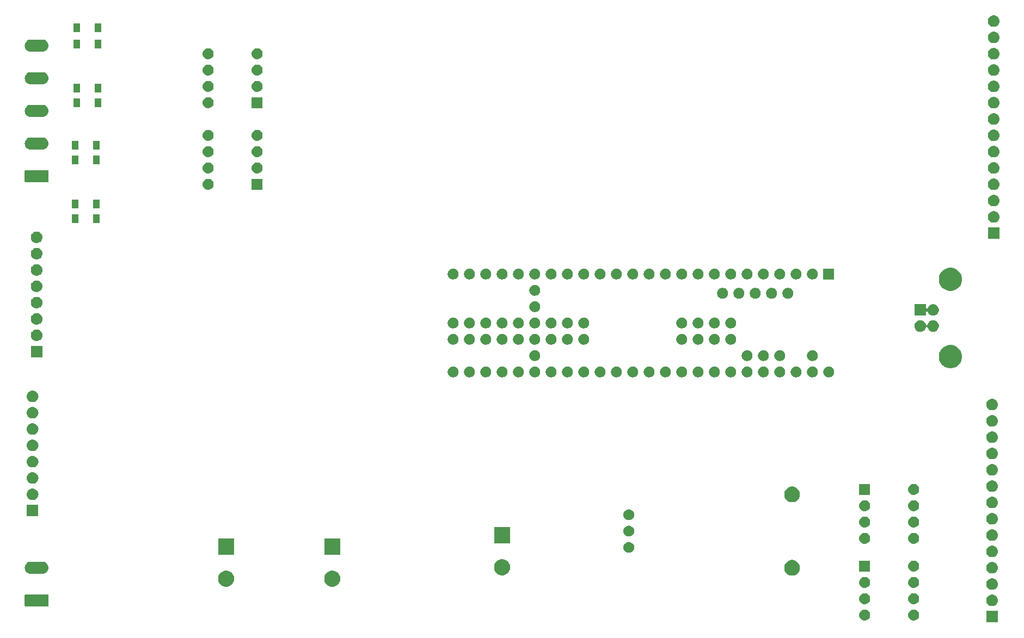
<source format=gbr>
G04 #@! TF.GenerationSoftware,KiCad,Pcbnew,(5.0.2)-1*
G04 #@! TF.CreationDate,2019-03-31T18:50:53-04:00*
G04 #@! TF.ProjectId,SolarCarECU,536f6c61-7243-4617-9245-43552e6b6963,rev?*
G04 #@! TF.SameCoordinates,Original*
G04 #@! TF.FileFunction,Soldermask,Bot*
G04 #@! TF.FilePolarity,Negative*
%FSLAX46Y46*%
G04 Gerber Fmt 4.6, Leading zero omitted, Abs format (unit mm)*
G04 Created by KiCad (PCBNEW (5.0.2)-1) date 3/31/2019 6:50:53 PM*
%MOMM*%
%LPD*%
G01*
G04 APERTURE LIST*
%ADD10C,0.100000*%
G04 APERTURE END LIST*
D10*
G36*
X242201000Y-141871000D02*
X240399000Y-141871000D01*
X240399000Y-140069000D01*
X242201000Y-140069000D01*
X242201000Y-141871000D01*
X242201000Y-141871000D01*
G37*
G36*
X229274821Y-139877313D02*
X229274824Y-139877314D01*
X229274825Y-139877314D01*
X229435239Y-139925975D01*
X229435241Y-139925976D01*
X229435244Y-139925977D01*
X229583078Y-140004995D01*
X229712659Y-140111341D01*
X229819005Y-140240922D01*
X229898023Y-140388756D01*
X229946687Y-140549179D01*
X229963117Y-140716000D01*
X229946687Y-140882821D01*
X229898023Y-141043244D01*
X229819005Y-141191078D01*
X229712659Y-141320659D01*
X229583078Y-141427005D01*
X229435244Y-141506023D01*
X229435241Y-141506024D01*
X229435239Y-141506025D01*
X229274825Y-141554686D01*
X229274824Y-141554686D01*
X229274821Y-141554687D01*
X229149804Y-141567000D01*
X229066196Y-141567000D01*
X228941179Y-141554687D01*
X228941176Y-141554686D01*
X228941175Y-141554686D01*
X228780761Y-141506025D01*
X228780759Y-141506024D01*
X228780756Y-141506023D01*
X228632922Y-141427005D01*
X228503341Y-141320659D01*
X228396995Y-141191078D01*
X228317977Y-141043244D01*
X228269313Y-140882821D01*
X228252883Y-140716000D01*
X228269313Y-140549179D01*
X228317977Y-140388756D01*
X228396995Y-140240922D01*
X228503341Y-140111341D01*
X228632922Y-140004995D01*
X228780756Y-139925977D01*
X228780759Y-139925976D01*
X228780761Y-139925975D01*
X228941175Y-139877314D01*
X228941176Y-139877314D01*
X228941179Y-139877313D01*
X229066196Y-139865000D01*
X229149804Y-139865000D01*
X229274821Y-139877313D01*
X229274821Y-139877313D01*
G37*
G36*
X221654821Y-139877313D02*
X221654824Y-139877314D01*
X221654825Y-139877314D01*
X221815239Y-139925975D01*
X221815241Y-139925976D01*
X221815244Y-139925977D01*
X221963078Y-140004995D01*
X222092659Y-140111341D01*
X222199005Y-140240922D01*
X222278023Y-140388756D01*
X222326687Y-140549179D01*
X222343117Y-140716000D01*
X222326687Y-140882821D01*
X222278023Y-141043244D01*
X222199005Y-141191078D01*
X222092659Y-141320659D01*
X221963078Y-141427005D01*
X221815244Y-141506023D01*
X221815241Y-141506024D01*
X221815239Y-141506025D01*
X221654825Y-141554686D01*
X221654824Y-141554686D01*
X221654821Y-141554687D01*
X221529804Y-141567000D01*
X221446196Y-141567000D01*
X221321179Y-141554687D01*
X221321176Y-141554686D01*
X221321175Y-141554686D01*
X221160761Y-141506025D01*
X221160759Y-141506024D01*
X221160756Y-141506023D01*
X221012922Y-141427005D01*
X220883341Y-141320659D01*
X220776995Y-141191078D01*
X220697977Y-141043244D01*
X220649313Y-140882821D01*
X220632883Y-140716000D01*
X220649313Y-140549179D01*
X220697977Y-140388756D01*
X220776995Y-140240922D01*
X220883341Y-140111341D01*
X221012922Y-140004995D01*
X221160756Y-139925977D01*
X221160759Y-139925976D01*
X221160761Y-139925975D01*
X221321175Y-139877314D01*
X221321176Y-139877314D01*
X221321179Y-139877313D01*
X221446196Y-139865000D01*
X221529804Y-139865000D01*
X221654821Y-139877313D01*
X221654821Y-139877313D01*
G37*
G36*
X94420918Y-137482934D02*
X94453424Y-137492795D01*
X94483383Y-137508808D01*
X94509641Y-137530359D01*
X94531192Y-137556617D01*
X94547205Y-137586576D01*
X94557066Y-137619082D01*
X94561000Y-137659029D01*
X94561000Y-139200971D01*
X94557066Y-139240918D01*
X94547205Y-139273424D01*
X94531192Y-139303383D01*
X94509641Y-139329641D01*
X94483383Y-139351192D01*
X94453424Y-139367205D01*
X94420918Y-139377066D01*
X94380971Y-139381000D01*
X91039029Y-139381000D01*
X90999082Y-139377066D01*
X90966576Y-139367205D01*
X90936617Y-139351192D01*
X90910359Y-139329641D01*
X90888808Y-139303383D01*
X90872795Y-139273424D01*
X90862934Y-139240918D01*
X90859000Y-139200971D01*
X90859000Y-137659029D01*
X90862934Y-137619082D01*
X90872795Y-137586576D01*
X90888808Y-137556617D01*
X90910359Y-137530359D01*
X90936617Y-137508808D01*
X90966576Y-137492795D01*
X90999082Y-137482934D01*
X91039029Y-137479000D01*
X94380971Y-137479000D01*
X94420918Y-137482934D01*
X94420918Y-137482934D01*
G37*
G36*
X241410443Y-137535519D02*
X241476627Y-137542037D01*
X241589853Y-137576384D01*
X241646467Y-137593557D01*
X241768955Y-137659029D01*
X241802991Y-137677222D01*
X241820547Y-137691630D01*
X241940186Y-137789814D01*
X242023448Y-137891271D01*
X242052778Y-137927009D01*
X242052779Y-137927011D01*
X242136443Y-138083533D01*
X242136443Y-138083534D01*
X242187963Y-138253373D01*
X242205359Y-138430000D01*
X242187963Y-138606627D01*
X242174479Y-138651078D01*
X242136443Y-138776467D01*
X242134202Y-138780659D01*
X242052778Y-138932991D01*
X242023448Y-138968729D01*
X241940186Y-139070186D01*
X241838729Y-139153448D01*
X241802991Y-139182778D01*
X241802989Y-139182779D01*
X241646467Y-139266443D01*
X241623453Y-139273424D01*
X241476627Y-139317963D01*
X241410443Y-139324481D01*
X241344260Y-139331000D01*
X241255740Y-139331000D01*
X241189557Y-139324481D01*
X241123373Y-139317963D01*
X240976547Y-139273424D01*
X240953533Y-139266443D01*
X240797011Y-139182779D01*
X240797009Y-139182778D01*
X240761271Y-139153448D01*
X240659814Y-139070186D01*
X240576552Y-138968729D01*
X240547222Y-138932991D01*
X240465798Y-138780659D01*
X240463557Y-138776467D01*
X240425521Y-138651078D01*
X240412037Y-138606627D01*
X240394641Y-138430000D01*
X240412037Y-138253373D01*
X240463557Y-138083534D01*
X240463557Y-138083533D01*
X240547221Y-137927011D01*
X240547222Y-137927009D01*
X240576552Y-137891271D01*
X240659814Y-137789814D01*
X240779453Y-137691630D01*
X240797009Y-137677222D01*
X240831045Y-137659029D01*
X240953533Y-137593557D01*
X241010147Y-137576384D01*
X241123373Y-137542037D01*
X241189557Y-137535519D01*
X241255740Y-137529000D01*
X241344260Y-137529000D01*
X241410443Y-137535519D01*
X241410443Y-137535519D01*
G37*
G36*
X221654821Y-137337313D02*
X221654824Y-137337314D01*
X221654825Y-137337314D01*
X221815239Y-137385975D01*
X221815241Y-137385976D01*
X221815244Y-137385977D01*
X221963078Y-137464995D01*
X222092659Y-137571341D01*
X222199005Y-137700922D01*
X222278023Y-137848756D01*
X222278024Y-137848759D01*
X222278025Y-137848761D01*
X222326686Y-138009175D01*
X222326687Y-138009179D01*
X222343117Y-138176000D01*
X222326687Y-138342821D01*
X222326686Y-138342824D01*
X222326686Y-138342825D01*
X222300242Y-138430000D01*
X222278023Y-138503244D01*
X222199005Y-138651078D01*
X222092659Y-138780659D01*
X221963078Y-138887005D01*
X221815244Y-138966023D01*
X221815241Y-138966024D01*
X221815239Y-138966025D01*
X221654825Y-139014686D01*
X221654824Y-139014686D01*
X221654821Y-139014687D01*
X221529804Y-139027000D01*
X221446196Y-139027000D01*
X221321179Y-139014687D01*
X221321176Y-139014686D01*
X221321175Y-139014686D01*
X221160761Y-138966025D01*
X221160759Y-138966024D01*
X221160756Y-138966023D01*
X221012922Y-138887005D01*
X220883341Y-138780659D01*
X220776995Y-138651078D01*
X220697977Y-138503244D01*
X220675759Y-138430000D01*
X220649314Y-138342825D01*
X220649314Y-138342824D01*
X220649313Y-138342821D01*
X220632883Y-138176000D01*
X220649313Y-138009179D01*
X220649314Y-138009175D01*
X220697975Y-137848761D01*
X220697976Y-137848759D01*
X220697977Y-137848756D01*
X220776995Y-137700922D01*
X220883341Y-137571341D01*
X221012922Y-137464995D01*
X221160756Y-137385977D01*
X221160759Y-137385976D01*
X221160761Y-137385975D01*
X221321175Y-137337314D01*
X221321176Y-137337314D01*
X221321179Y-137337313D01*
X221446196Y-137325000D01*
X221529804Y-137325000D01*
X221654821Y-137337313D01*
X221654821Y-137337313D01*
G37*
G36*
X229274821Y-137337313D02*
X229274824Y-137337314D01*
X229274825Y-137337314D01*
X229435239Y-137385975D01*
X229435241Y-137385976D01*
X229435244Y-137385977D01*
X229583078Y-137464995D01*
X229712659Y-137571341D01*
X229819005Y-137700922D01*
X229898023Y-137848756D01*
X229898024Y-137848759D01*
X229898025Y-137848761D01*
X229946686Y-138009175D01*
X229946687Y-138009179D01*
X229963117Y-138176000D01*
X229946687Y-138342821D01*
X229946686Y-138342824D01*
X229946686Y-138342825D01*
X229920242Y-138430000D01*
X229898023Y-138503244D01*
X229819005Y-138651078D01*
X229712659Y-138780659D01*
X229583078Y-138887005D01*
X229435244Y-138966023D01*
X229435241Y-138966024D01*
X229435239Y-138966025D01*
X229274825Y-139014686D01*
X229274824Y-139014686D01*
X229274821Y-139014687D01*
X229149804Y-139027000D01*
X229066196Y-139027000D01*
X228941179Y-139014687D01*
X228941176Y-139014686D01*
X228941175Y-139014686D01*
X228780761Y-138966025D01*
X228780759Y-138966024D01*
X228780756Y-138966023D01*
X228632922Y-138887005D01*
X228503341Y-138780659D01*
X228396995Y-138651078D01*
X228317977Y-138503244D01*
X228295759Y-138430000D01*
X228269314Y-138342825D01*
X228269314Y-138342824D01*
X228269313Y-138342821D01*
X228252883Y-138176000D01*
X228269313Y-138009179D01*
X228269314Y-138009175D01*
X228317975Y-137848761D01*
X228317976Y-137848759D01*
X228317977Y-137848756D01*
X228396995Y-137700922D01*
X228503341Y-137571341D01*
X228632922Y-137464995D01*
X228780756Y-137385977D01*
X228780759Y-137385976D01*
X228780761Y-137385975D01*
X228941175Y-137337314D01*
X228941176Y-137337314D01*
X228941179Y-137337313D01*
X229066196Y-137325000D01*
X229149804Y-137325000D01*
X229274821Y-137337313D01*
X229274821Y-137337313D01*
G37*
G36*
X241410442Y-134995518D02*
X241476627Y-135002037D01*
X241589853Y-135036384D01*
X241646467Y-135053557D01*
X241785087Y-135127652D01*
X241802991Y-135137222D01*
X241831869Y-135160922D01*
X241940186Y-135249814D01*
X242023448Y-135351271D01*
X242052778Y-135387009D01*
X242052779Y-135387011D01*
X242136443Y-135543533D01*
X242136443Y-135543534D01*
X242187963Y-135713373D01*
X242205359Y-135890000D01*
X242187963Y-136066627D01*
X242174479Y-136111078D01*
X242136443Y-136236467D01*
X242103018Y-136299000D01*
X242052778Y-136392991D01*
X242023448Y-136428729D01*
X241940186Y-136530186D01*
X241838729Y-136613448D01*
X241802991Y-136642778D01*
X241802989Y-136642779D01*
X241646467Y-136726443D01*
X241589853Y-136743616D01*
X241476627Y-136777963D01*
X241410442Y-136784482D01*
X241344260Y-136791000D01*
X241255740Y-136791000D01*
X241189558Y-136784482D01*
X241123373Y-136777963D01*
X241010147Y-136743616D01*
X240953533Y-136726443D01*
X240797011Y-136642779D01*
X240797009Y-136642778D01*
X240761271Y-136613448D01*
X240659814Y-136530186D01*
X240576552Y-136428729D01*
X240547222Y-136392991D01*
X240496982Y-136299000D01*
X240463557Y-136236467D01*
X240425521Y-136111078D01*
X240412037Y-136066627D01*
X240394641Y-135890000D01*
X240412037Y-135713373D01*
X240463557Y-135543534D01*
X240463557Y-135543533D01*
X240547221Y-135387011D01*
X240547222Y-135387009D01*
X240576552Y-135351271D01*
X240659814Y-135249814D01*
X240768131Y-135160922D01*
X240797009Y-135137222D01*
X240814913Y-135127652D01*
X240953533Y-135053557D01*
X241010147Y-135036384D01*
X241123373Y-135002037D01*
X241189558Y-134995518D01*
X241255740Y-134989000D01*
X241344260Y-134989000D01*
X241410442Y-134995518D01*
X241410442Y-134995518D01*
G37*
G36*
X221654821Y-134797313D02*
X221654824Y-134797314D01*
X221654825Y-134797314D01*
X221815239Y-134845975D01*
X221815241Y-134845976D01*
X221815244Y-134845977D01*
X221963078Y-134924995D01*
X222092659Y-135031341D01*
X222199005Y-135160922D01*
X222278023Y-135308756D01*
X222278024Y-135308759D01*
X222278025Y-135308761D01*
X222309615Y-135412900D01*
X222326687Y-135469179D01*
X222343117Y-135636000D01*
X222326687Y-135802821D01*
X222326686Y-135802824D01*
X222326686Y-135802825D01*
X222300242Y-135890000D01*
X222278023Y-135963244D01*
X222199005Y-136111078D01*
X222092659Y-136240659D01*
X221963078Y-136347005D01*
X221815244Y-136426023D01*
X221815241Y-136426024D01*
X221815239Y-136426025D01*
X221654825Y-136474686D01*
X221654824Y-136474686D01*
X221654821Y-136474687D01*
X221529804Y-136487000D01*
X221446196Y-136487000D01*
X221321179Y-136474687D01*
X221321176Y-136474686D01*
X221321175Y-136474686D01*
X221160761Y-136426025D01*
X221160759Y-136426024D01*
X221160756Y-136426023D01*
X221012922Y-136347005D01*
X220883341Y-136240659D01*
X220776995Y-136111078D01*
X220697977Y-135963244D01*
X220675759Y-135890000D01*
X220649314Y-135802825D01*
X220649314Y-135802824D01*
X220649313Y-135802821D01*
X220632883Y-135636000D01*
X220649313Y-135469179D01*
X220666385Y-135412900D01*
X220697975Y-135308761D01*
X220697976Y-135308759D01*
X220697977Y-135308756D01*
X220776995Y-135160922D01*
X220883341Y-135031341D01*
X221012922Y-134924995D01*
X221160756Y-134845977D01*
X221160759Y-134845976D01*
X221160761Y-134845975D01*
X221321175Y-134797314D01*
X221321176Y-134797314D01*
X221321179Y-134797313D01*
X221446196Y-134785000D01*
X221529804Y-134785000D01*
X221654821Y-134797313D01*
X221654821Y-134797313D01*
G37*
G36*
X229274821Y-134797313D02*
X229274824Y-134797314D01*
X229274825Y-134797314D01*
X229435239Y-134845975D01*
X229435241Y-134845976D01*
X229435244Y-134845977D01*
X229583078Y-134924995D01*
X229712659Y-135031341D01*
X229819005Y-135160922D01*
X229898023Y-135308756D01*
X229898024Y-135308759D01*
X229898025Y-135308761D01*
X229929615Y-135412900D01*
X229946687Y-135469179D01*
X229963117Y-135636000D01*
X229946687Y-135802821D01*
X229946686Y-135802824D01*
X229946686Y-135802825D01*
X229920242Y-135890000D01*
X229898023Y-135963244D01*
X229819005Y-136111078D01*
X229712659Y-136240659D01*
X229583078Y-136347005D01*
X229435244Y-136426023D01*
X229435241Y-136426024D01*
X229435239Y-136426025D01*
X229274825Y-136474686D01*
X229274824Y-136474686D01*
X229274821Y-136474687D01*
X229149804Y-136487000D01*
X229066196Y-136487000D01*
X228941179Y-136474687D01*
X228941176Y-136474686D01*
X228941175Y-136474686D01*
X228780761Y-136426025D01*
X228780759Y-136426024D01*
X228780756Y-136426023D01*
X228632922Y-136347005D01*
X228503341Y-136240659D01*
X228396995Y-136111078D01*
X228317977Y-135963244D01*
X228295759Y-135890000D01*
X228269314Y-135802825D01*
X228269314Y-135802824D01*
X228269313Y-135802821D01*
X228252883Y-135636000D01*
X228269313Y-135469179D01*
X228286385Y-135412900D01*
X228317975Y-135308761D01*
X228317976Y-135308759D01*
X228317977Y-135308756D01*
X228396995Y-135160922D01*
X228503341Y-135031341D01*
X228632922Y-134924995D01*
X228780756Y-134845977D01*
X228780759Y-134845976D01*
X228780761Y-134845975D01*
X228941175Y-134797314D01*
X228941176Y-134797314D01*
X228941179Y-134797313D01*
X229066196Y-134785000D01*
X229149804Y-134785000D01*
X229274821Y-134797313D01*
X229274821Y-134797313D01*
G37*
G36*
X122347507Y-133807004D02*
X122538903Y-133845075D01*
X122766571Y-133939378D01*
X122895778Y-134025712D01*
X122971469Y-134076287D01*
X123145713Y-134250531D01*
X123145715Y-134250534D01*
X123282622Y-134455429D01*
X123376925Y-134683097D01*
X123425000Y-134924787D01*
X123425000Y-135171213D01*
X123376925Y-135412903D01*
X123282622Y-135640571D01*
X123174207Y-135802825D01*
X123145713Y-135845469D01*
X122971469Y-136019713D01*
X122971466Y-136019715D01*
X122766571Y-136156622D01*
X122538903Y-136250925D01*
X122357635Y-136286981D01*
X122297214Y-136299000D01*
X122050786Y-136299000D01*
X121990365Y-136286981D01*
X121809097Y-136250925D01*
X121581429Y-136156622D01*
X121376534Y-136019715D01*
X121376531Y-136019713D01*
X121202287Y-135845469D01*
X121173793Y-135802825D01*
X121065378Y-135640571D01*
X120971075Y-135412903D01*
X120923000Y-135171213D01*
X120923000Y-134924787D01*
X120971075Y-134683097D01*
X121065378Y-134455429D01*
X121202285Y-134250534D01*
X121202287Y-134250531D01*
X121376531Y-134076287D01*
X121452222Y-134025712D01*
X121581429Y-133939378D01*
X121809097Y-133845075D01*
X122000493Y-133807004D01*
X122050786Y-133797000D01*
X122297214Y-133797000D01*
X122347507Y-133807004D01*
X122347507Y-133807004D01*
G37*
G36*
X138857507Y-133807004D02*
X139048903Y-133845075D01*
X139276571Y-133939378D01*
X139405778Y-134025712D01*
X139481469Y-134076287D01*
X139655713Y-134250531D01*
X139655715Y-134250534D01*
X139792622Y-134455429D01*
X139886925Y-134683097D01*
X139935000Y-134924787D01*
X139935000Y-135171213D01*
X139886925Y-135412903D01*
X139792622Y-135640571D01*
X139684207Y-135802825D01*
X139655713Y-135845469D01*
X139481469Y-136019713D01*
X139481466Y-136019715D01*
X139276571Y-136156622D01*
X139048903Y-136250925D01*
X138867635Y-136286981D01*
X138807214Y-136299000D01*
X138560786Y-136299000D01*
X138500365Y-136286981D01*
X138319097Y-136250925D01*
X138091429Y-136156622D01*
X137886534Y-136019715D01*
X137886531Y-136019713D01*
X137712287Y-135845469D01*
X137683793Y-135802825D01*
X137575378Y-135640571D01*
X137481075Y-135412903D01*
X137433000Y-135171213D01*
X137433000Y-134924787D01*
X137481075Y-134683097D01*
X137575378Y-134455429D01*
X137712285Y-134250534D01*
X137712287Y-134250531D01*
X137886531Y-134076287D01*
X137962222Y-134025712D01*
X138091429Y-133939378D01*
X138319097Y-133845075D01*
X138510493Y-133807004D01*
X138560786Y-133797000D01*
X138807214Y-133797000D01*
X138857507Y-133807004D01*
X138857507Y-133807004D01*
G37*
G36*
X210556687Y-132177461D02*
X210778603Y-132269381D01*
X210978326Y-132402832D01*
X211148169Y-132572675D01*
X211281620Y-132772398D01*
X211373540Y-132994314D01*
X211420401Y-133229899D01*
X211420401Y-133470101D01*
X211373540Y-133705686D01*
X211281620Y-133927602D01*
X211148169Y-134127325D01*
X210978326Y-134297168D01*
X210778603Y-134430619D01*
X210556687Y-134522539D01*
X210321102Y-134569400D01*
X210080900Y-134569400D01*
X209845315Y-134522539D01*
X209623399Y-134430619D01*
X209423676Y-134297168D01*
X209253833Y-134127325D01*
X209120382Y-133927602D01*
X209028462Y-133705686D01*
X208981601Y-133470101D01*
X208981601Y-133229899D01*
X209028462Y-132994314D01*
X209120382Y-132772398D01*
X209253833Y-132572675D01*
X209423676Y-132402832D01*
X209623399Y-132269381D01*
X209845315Y-132177461D01*
X210080900Y-132130600D01*
X210321102Y-132130600D01*
X210556687Y-132177461D01*
X210556687Y-132177461D01*
G37*
G36*
X165283636Y-132031019D02*
X165464903Y-132067075D01*
X165692571Y-132161378D01*
X165896542Y-132297668D01*
X165897469Y-132298287D01*
X166071713Y-132472531D01*
X166071715Y-132472534D01*
X166208622Y-132677429D01*
X166302925Y-132905097D01*
X166320671Y-132994314D01*
X166351000Y-133146786D01*
X166351000Y-133393214D01*
X166338981Y-133453636D01*
X166302925Y-133634903D01*
X166208622Y-133862571D01*
X166123352Y-133990186D01*
X166071713Y-134067469D01*
X165897469Y-134241713D01*
X165897466Y-134241715D01*
X165692571Y-134378622D01*
X165464903Y-134472925D01*
X165283636Y-134508981D01*
X165223214Y-134521000D01*
X164976786Y-134521000D01*
X164916364Y-134508981D01*
X164735097Y-134472925D01*
X164507429Y-134378622D01*
X164302534Y-134241715D01*
X164302531Y-134241713D01*
X164128287Y-134067469D01*
X164076648Y-133990186D01*
X163991378Y-133862571D01*
X163897075Y-133634903D01*
X163861019Y-133453636D01*
X163849000Y-133393214D01*
X163849000Y-133146786D01*
X163879329Y-132994314D01*
X163897075Y-132905097D01*
X163991378Y-132677429D01*
X164128285Y-132472534D01*
X164128287Y-132472531D01*
X164302531Y-132298287D01*
X164303458Y-132297668D01*
X164507429Y-132161378D01*
X164735097Y-132067075D01*
X164916364Y-132031019D01*
X164976786Y-132019000D01*
X165223214Y-132019000D01*
X165283636Y-132031019D01*
X165283636Y-132031019D01*
G37*
G36*
X93796425Y-132412760D02*
X93796428Y-132412761D01*
X93796429Y-132412761D01*
X93975693Y-132467140D01*
X93975695Y-132467141D01*
X94140905Y-132555448D01*
X94285712Y-132674288D01*
X94404552Y-132819095D01*
X94404553Y-132819097D01*
X94492860Y-132984307D01*
X94547239Y-133163571D01*
X94547240Y-133163575D01*
X94565601Y-133350000D01*
X94547240Y-133536425D01*
X94547239Y-133536428D01*
X94547239Y-133536429D01*
X94495896Y-133705686D01*
X94492859Y-133715695D01*
X94404552Y-133880905D01*
X94285712Y-134025712D01*
X94140905Y-134144552D01*
X94140903Y-134144553D01*
X93975693Y-134232860D01*
X93796429Y-134287239D01*
X93796428Y-134287239D01*
X93796425Y-134287240D01*
X93656718Y-134301000D01*
X91763282Y-134301000D01*
X91623575Y-134287240D01*
X91623572Y-134287239D01*
X91623571Y-134287239D01*
X91444307Y-134232860D01*
X91279097Y-134144553D01*
X91279095Y-134144552D01*
X91134288Y-134025712D01*
X91015448Y-133880905D01*
X90927141Y-133715695D01*
X90924105Y-133705686D01*
X90872761Y-133536429D01*
X90872761Y-133536428D01*
X90872760Y-133536425D01*
X90854399Y-133350000D01*
X90872760Y-133163575D01*
X90872761Y-133163571D01*
X90927140Y-132984307D01*
X91015447Y-132819097D01*
X91015448Y-132819095D01*
X91134288Y-132674288D01*
X91279095Y-132555448D01*
X91444305Y-132467141D01*
X91444307Y-132467140D01*
X91623571Y-132412761D01*
X91623572Y-132412761D01*
X91623575Y-132412760D01*
X91763282Y-132399000D01*
X93656718Y-132399000D01*
X93796425Y-132412760D01*
X93796425Y-132412760D01*
G37*
G36*
X241410442Y-132455518D02*
X241476627Y-132462037D01*
X241589853Y-132496384D01*
X241646467Y-132513557D01*
X241724838Y-132555448D01*
X241802991Y-132597222D01*
X241831869Y-132620922D01*
X241940186Y-132709814D01*
X242023448Y-132811271D01*
X242052778Y-132847009D01*
X242052779Y-132847011D01*
X242136443Y-133003533D01*
X242136443Y-133003534D01*
X242187963Y-133173373D01*
X242205359Y-133350000D01*
X242187963Y-133526627D01*
X242174479Y-133571078D01*
X242136443Y-133696467D01*
X242134202Y-133700659D01*
X242052778Y-133852991D01*
X242023448Y-133888729D01*
X241940186Y-133990186D01*
X241846015Y-134067469D01*
X241802991Y-134102778D01*
X241802989Y-134102779D01*
X241646467Y-134186443D01*
X241589853Y-134203616D01*
X241476627Y-134237963D01*
X241410443Y-134244481D01*
X241344260Y-134251000D01*
X241255740Y-134251000D01*
X241189557Y-134244481D01*
X241123373Y-134237963D01*
X241010147Y-134203616D01*
X240953533Y-134186443D01*
X240797011Y-134102779D01*
X240797009Y-134102778D01*
X240753985Y-134067469D01*
X240659814Y-133990186D01*
X240576552Y-133888729D01*
X240547222Y-133852991D01*
X240465798Y-133700659D01*
X240463557Y-133696467D01*
X240425521Y-133571078D01*
X240412037Y-133526627D01*
X240394641Y-133350000D01*
X240412037Y-133173373D01*
X240463557Y-133003534D01*
X240463557Y-133003533D01*
X240547221Y-132847011D01*
X240547222Y-132847009D01*
X240576552Y-132811271D01*
X240659814Y-132709814D01*
X240768131Y-132620922D01*
X240797009Y-132597222D01*
X240875162Y-132555448D01*
X240953533Y-132513557D01*
X241010147Y-132496384D01*
X241123373Y-132462037D01*
X241189558Y-132455518D01*
X241255740Y-132449000D01*
X241344260Y-132449000D01*
X241410442Y-132455518D01*
X241410442Y-132455518D01*
G37*
G36*
X222339000Y-133947000D02*
X220637000Y-133947000D01*
X220637000Y-132245000D01*
X222339000Y-132245000D01*
X222339000Y-133947000D01*
X222339000Y-133947000D01*
G37*
G36*
X229274821Y-132257313D02*
X229274824Y-132257314D01*
X229274825Y-132257314D01*
X229435239Y-132305975D01*
X229435241Y-132305976D01*
X229435244Y-132305977D01*
X229583078Y-132384995D01*
X229712659Y-132491341D01*
X229819005Y-132620922D01*
X229898023Y-132768756D01*
X229898024Y-132768759D01*
X229898025Y-132768761D01*
X229939382Y-132905097D01*
X229946687Y-132929179D01*
X229963117Y-133096000D01*
X229946687Y-133262821D01*
X229946686Y-133262824D01*
X229946686Y-133262825D01*
X229920242Y-133350000D01*
X229898023Y-133423244D01*
X229819005Y-133571078D01*
X229712659Y-133700659D01*
X229583078Y-133807005D01*
X229435244Y-133886023D01*
X229435241Y-133886024D01*
X229435239Y-133886025D01*
X229274825Y-133934686D01*
X229274824Y-133934686D01*
X229274821Y-133934687D01*
X229149804Y-133947000D01*
X229066196Y-133947000D01*
X228941179Y-133934687D01*
X228941176Y-133934686D01*
X228941175Y-133934686D01*
X228780761Y-133886025D01*
X228780759Y-133886024D01*
X228780756Y-133886023D01*
X228632922Y-133807005D01*
X228503341Y-133700659D01*
X228396995Y-133571078D01*
X228317977Y-133423244D01*
X228295759Y-133350000D01*
X228269314Y-133262825D01*
X228269314Y-133262824D01*
X228269313Y-133262821D01*
X228252883Y-133096000D01*
X228269313Y-132929179D01*
X228276618Y-132905097D01*
X228317975Y-132768761D01*
X228317976Y-132768759D01*
X228317977Y-132768756D01*
X228396995Y-132620922D01*
X228503341Y-132491341D01*
X228632922Y-132384995D01*
X228780756Y-132305977D01*
X228780759Y-132305976D01*
X228780761Y-132305975D01*
X228941175Y-132257314D01*
X228941176Y-132257314D01*
X228941179Y-132257313D01*
X229066196Y-132245000D01*
X229149804Y-132245000D01*
X229274821Y-132257313D01*
X229274821Y-132257313D01*
G37*
G36*
X241410442Y-129915518D02*
X241476627Y-129922037D01*
X241589853Y-129956384D01*
X241646467Y-129973557D01*
X241785087Y-130047652D01*
X241802991Y-130057222D01*
X241838729Y-130086552D01*
X241940186Y-130169814D01*
X242012210Y-130257577D01*
X242052778Y-130307009D01*
X242052779Y-130307011D01*
X242136443Y-130463533D01*
X242136443Y-130463534D01*
X242187963Y-130633373D01*
X242205359Y-130810000D01*
X242187963Y-130986627D01*
X242153616Y-131099853D01*
X242136443Y-131156467D01*
X242062348Y-131295087D01*
X242052778Y-131312991D01*
X242023448Y-131348729D01*
X241940186Y-131450186D01*
X241838729Y-131533448D01*
X241802991Y-131562778D01*
X241802989Y-131562779D01*
X241646467Y-131646443D01*
X241589853Y-131663616D01*
X241476627Y-131697963D01*
X241410443Y-131704481D01*
X241344260Y-131711000D01*
X241255740Y-131711000D01*
X241189557Y-131704481D01*
X241123373Y-131697963D01*
X241010147Y-131663616D01*
X240953533Y-131646443D01*
X240797011Y-131562779D01*
X240797009Y-131562778D01*
X240761271Y-131533448D01*
X240659814Y-131450186D01*
X240576552Y-131348729D01*
X240547222Y-131312991D01*
X240537652Y-131295087D01*
X240463557Y-131156467D01*
X240446384Y-131099853D01*
X240412037Y-130986627D01*
X240394641Y-130810000D01*
X240412037Y-130633373D01*
X240463557Y-130463534D01*
X240463557Y-130463533D01*
X240547221Y-130307011D01*
X240547222Y-130307009D01*
X240587790Y-130257577D01*
X240659814Y-130169814D01*
X240761271Y-130086552D01*
X240797009Y-130057222D01*
X240814913Y-130047652D01*
X240953533Y-129973557D01*
X241010147Y-129956384D01*
X241123373Y-129922037D01*
X241189558Y-129915518D01*
X241255740Y-129909000D01*
X241344260Y-129909000D01*
X241410442Y-129915518D01*
X241410442Y-129915518D01*
G37*
G36*
X123425000Y-131299000D02*
X120923000Y-131299000D01*
X120923000Y-128797000D01*
X123425000Y-128797000D01*
X123425000Y-131299000D01*
X123425000Y-131299000D01*
G37*
G36*
X139935000Y-131299000D02*
X137433000Y-131299000D01*
X137433000Y-128797000D01*
X139935000Y-128797000D01*
X139935000Y-131299000D01*
X139935000Y-131299000D01*
G37*
G36*
X184991561Y-129358079D02*
X185045553Y-129368819D01*
X185198132Y-129432019D01*
X185335450Y-129523772D01*
X185452229Y-129640551D01*
X185543982Y-129777869D01*
X185607182Y-129930448D01*
X185639401Y-130092425D01*
X185639401Y-130257575D01*
X185607182Y-130419552D01*
X185543982Y-130572131D01*
X185452229Y-130709449D01*
X185335450Y-130826228D01*
X185198132Y-130917981D01*
X185045553Y-130981181D01*
X184991561Y-130991921D01*
X184883578Y-131013400D01*
X184718424Y-131013400D01*
X184610441Y-130991921D01*
X184556449Y-130981181D01*
X184403870Y-130917981D01*
X184266552Y-130826228D01*
X184149773Y-130709449D01*
X184058020Y-130572131D01*
X183994820Y-130419552D01*
X183962601Y-130257575D01*
X183962601Y-130092425D01*
X183994820Y-129930448D01*
X184058020Y-129777869D01*
X184149773Y-129640551D01*
X184266552Y-129523772D01*
X184403870Y-129432019D01*
X184556449Y-129368819D01*
X184610441Y-129358079D01*
X184718424Y-129336600D01*
X184883578Y-129336600D01*
X184991561Y-129358079D01*
X184991561Y-129358079D01*
G37*
G36*
X229274821Y-127939313D02*
X229274824Y-127939314D01*
X229274825Y-127939314D01*
X229435239Y-127987975D01*
X229435241Y-127987976D01*
X229435244Y-127987977D01*
X229583078Y-128066995D01*
X229712659Y-128173341D01*
X229819005Y-128302922D01*
X229898023Y-128450756D01*
X229946687Y-128611179D01*
X229963117Y-128778000D01*
X229946687Y-128944821D01*
X229898023Y-129105244D01*
X229819005Y-129253078D01*
X229712659Y-129382659D01*
X229583078Y-129489005D01*
X229435244Y-129568023D01*
X229435241Y-129568024D01*
X229435239Y-129568025D01*
X229274825Y-129616686D01*
X229274824Y-129616686D01*
X229274821Y-129616687D01*
X229149804Y-129629000D01*
X229066196Y-129629000D01*
X228941179Y-129616687D01*
X228941176Y-129616686D01*
X228941175Y-129616686D01*
X228780761Y-129568025D01*
X228780759Y-129568024D01*
X228780756Y-129568023D01*
X228632922Y-129489005D01*
X228503341Y-129382659D01*
X228396995Y-129253078D01*
X228317977Y-129105244D01*
X228269313Y-128944821D01*
X228252883Y-128778000D01*
X228269313Y-128611179D01*
X228317977Y-128450756D01*
X228396995Y-128302922D01*
X228503341Y-128173341D01*
X228632922Y-128066995D01*
X228780756Y-127987977D01*
X228780759Y-127987976D01*
X228780761Y-127987975D01*
X228941175Y-127939314D01*
X228941176Y-127939314D01*
X228941179Y-127939313D01*
X229066196Y-127927000D01*
X229149804Y-127927000D01*
X229274821Y-127939313D01*
X229274821Y-127939313D01*
G37*
G36*
X221654821Y-127939313D02*
X221654824Y-127939314D01*
X221654825Y-127939314D01*
X221815239Y-127987975D01*
X221815241Y-127987976D01*
X221815244Y-127987977D01*
X221963078Y-128066995D01*
X222092659Y-128173341D01*
X222199005Y-128302922D01*
X222278023Y-128450756D01*
X222326687Y-128611179D01*
X222343117Y-128778000D01*
X222326687Y-128944821D01*
X222278023Y-129105244D01*
X222199005Y-129253078D01*
X222092659Y-129382659D01*
X221963078Y-129489005D01*
X221815244Y-129568023D01*
X221815241Y-129568024D01*
X221815239Y-129568025D01*
X221654825Y-129616686D01*
X221654824Y-129616686D01*
X221654821Y-129616687D01*
X221529804Y-129629000D01*
X221446196Y-129629000D01*
X221321179Y-129616687D01*
X221321176Y-129616686D01*
X221321175Y-129616686D01*
X221160761Y-129568025D01*
X221160759Y-129568024D01*
X221160756Y-129568023D01*
X221012922Y-129489005D01*
X220883341Y-129382659D01*
X220776995Y-129253078D01*
X220697977Y-129105244D01*
X220649313Y-128944821D01*
X220632883Y-128778000D01*
X220649313Y-128611179D01*
X220697977Y-128450756D01*
X220776995Y-128302922D01*
X220883341Y-128173341D01*
X221012922Y-128066995D01*
X221160756Y-127987977D01*
X221160759Y-127987976D01*
X221160761Y-127987975D01*
X221321175Y-127939314D01*
X221321176Y-127939314D01*
X221321179Y-127939313D01*
X221446196Y-127927000D01*
X221529804Y-127927000D01*
X221654821Y-127939313D01*
X221654821Y-127939313D01*
G37*
G36*
X166351000Y-129521000D02*
X163849000Y-129521000D01*
X163849000Y-127019000D01*
X166351000Y-127019000D01*
X166351000Y-129521000D01*
X166351000Y-129521000D01*
G37*
G36*
X241410442Y-127375518D02*
X241476627Y-127382037D01*
X241589853Y-127416384D01*
X241646467Y-127433557D01*
X241785087Y-127507652D01*
X241802991Y-127517222D01*
X241838729Y-127546552D01*
X241940186Y-127629814D01*
X242012210Y-127717577D01*
X242052778Y-127767009D01*
X242052779Y-127767011D01*
X242136443Y-127923533D01*
X242141230Y-127939314D01*
X242187963Y-128093373D01*
X242205359Y-128270000D01*
X242187963Y-128446627D01*
X242153616Y-128559853D01*
X242136443Y-128616467D01*
X242062348Y-128755087D01*
X242052778Y-128772991D01*
X242048667Y-128778000D01*
X241940186Y-128910186D01*
X241838729Y-128993448D01*
X241802991Y-129022778D01*
X241802989Y-129022779D01*
X241646467Y-129106443D01*
X241589853Y-129123616D01*
X241476627Y-129157963D01*
X241410442Y-129164482D01*
X241344260Y-129171000D01*
X241255740Y-129171000D01*
X241189558Y-129164482D01*
X241123373Y-129157963D01*
X241010147Y-129123616D01*
X240953533Y-129106443D01*
X240797011Y-129022779D01*
X240797009Y-129022778D01*
X240761271Y-128993448D01*
X240659814Y-128910186D01*
X240551333Y-128778000D01*
X240547222Y-128772991D01*
X240537652Y-128755087D01*
X240463557Y-128616467D01*
X240446384Y-128559853D01*
X240412037Y-128446627D01*
X240394641Y-128270000D01*
X240412037Y-128093373D01*
X240458770Y-127939314D01*
X240463557Y-127923533D01*
X240547221Y-127767011D01*
X240547222Y-127767009D01*
X240587790Y-127717577D01*
X240659814Y-127629814D01*
X240761271Y-127546552D01*
X240797009Y-127517222D01*
X240814913Y-127507652D01*
X240953533Y-127433557D01*
X241010147Y-127416384D01*
X241123373Y-127382037D01*
X241189558Y-127375518D01*
X241255740Y-127369000D01*
X241344260Y-127369000D01*
X241410442Y-127375518D01*
X241410442Y-127375518D01*
G37*
G36*
X184991561Y-126818079D02*
X185045553Y-126828819D01*
X185198132Y-126892019D01*
X185335450Y-126983772D01*
X185452229Y-127100551D01*
X185543982Y-127237869D01*
X185607182Y-127390448D01*
X185639401Y-127552425D01*
X185639401Y-127717575D01*
X185607182Y-127879552D01*
X185543982Y-128032131D01*
X185452229Y-128169449D01*
X185335450Y-128286228D01*
X185198132Y-128377981D01*
X185045553Y-128441181D01*
X184997416Y-128450756D01*
X184883578Y-128473400D01*
X184718424Y-128473400D01*
X184604586Y-128450756D01*
X184556449Y-128441181D01*
X184403870Y-128377981D01*
X184266552Y-128286228D01*
X184149773Y-128169449D01*
X184058020Y-128032131D01*
X183994820Y-127879552D01*
X183962601Y-127717575D01*
X183962601Y-127552425D01*
X183994820Y-127390448D01*
X184058020Y-127237869D01*
X184149773Y-127100551D01*
X184266552Y-126983772D01*
X184403870Y-126892019D01*
X184556449Y-126828819D01*
X184610441Y-126818079D01*
X184718424Y-126796600D01*
X184883578Y-126796600D01*
X184991561Y-126818079D01*
X184991561Y-126818079D01*
G37*
G36*
X229274821Y-125399313D02*
X229274824Y-125399314D01*
X229274825Y-125399314D01*
X229435239Y-125447975D01*
X229435241Y-125447976D01*
X229435244Y-125447977D01*
X229583078Y-125526995D01*
X229712659Y-125633341D01*
X229819005Y-125762922D01*
X229898023Y-125910756D01*
X229946687Y-126071179D01*
X229963117Y-126238000D01*
X229946687Y-126404821D01*
X229898023Y-126565244D01*
X229819005Y-126713078D01*
X229712659Y-126842659D01*
X229583078Y-126949005D01*
X229435244Y-127028023D01*
X229435241Y-127028024D01*
X229435239Y-127028025D01*
X229274825Y-127076686D01*
X229274824Y-127076686D01*
X229274821Y-127076687D01*
X229149804Y-127089000D01*
X229066196Y-127089000D01*
X228941179Y-127076687D01*
X228941176Y-127076686D01*
X228941175Y-127076686D01*
X228780761Y-127028025D01*
X228780759Y-127028024D01*
X228780756Y-127028023D01*
X228632922Y-126949005D01*
X228503341Y-126842659D01*
X228396995Y-126713078D01*
X228317977Y-126565244D01*
X228269313Y-126404821D01*
X228252883Y-126238000D01*
X228269313Y-126071179D01*
X228317977Y-125910756D01*
X228396995Y-125762922D01*
X228503341Y-125633341D01*
X228632922Y-125526995D01*
X228780756Y-125447977D01*
X228780759Y-125447976D01*
X228780761Y-125447975D01*
X228941175Y-125399314D01*
X228941176Y-125399314D01*
X228941179Y-125399313D01*
X229066196Y-125387000D01*
X229149804Y-125387000D01*
X229274821Y-125399313D01*
X229274821Y-125399313D01*
G37*
G36*
X221654821Y-125399313D02*
X221654824Y-125399314D01*
X221654825Y-125399314D01*
X221815239Y-125447975D01*
X221815241Y-125447976D01*
X221815244Y-125447977D01*
X221963078Y-125526995D01*
X222092659Y-125633341D01*
X222199005Y-125762922D01*
X222278023Y-125910756D01*
X222326687Y-126071179D01*
X222343117Y-126238000D01*
X222326687Y-126404821D01*
X222278023Y-126565244D01*
X222199005Y-126713078D01*
X222092659Y-126842659D01*
X221963078Y-126949005D01*
X221815244Y-127028023D01*
X221815241Y-127028024D01*
X221815239Y-127028025D01*
X221654825Y-127076686D01*
X221654824Y-127076686D01*
X221654821Y-127076687D01*
X221529804Y-127089000D01*
X221446196Y-127089000D01*
X221321179Y-127076687D01*
X221321176Y-127076686D01*
X221321175Y-127076686D01*
X221160761Y-127028025D01*
X221160759Y-127028024D01*
X221160756Y-127028023D01*
X221012922Y-126949005D01*
X220883341Y-126842659D01*
X220776995Y-126713078D01*
X220697977Y-126565244D01*
X220649313Y-126404821D01*
X220632883Y-126238000D01*
X220649313Y-126071179D01*
X220697977Y-125910756D01*
X220776995Y-125762922D01*
X220883341Y-125633341D01*
X221012922Y-125526995D01*
X221160756Y-125447977D01*
X221160759Y-125447976D01*
X221160761Y-125447975D01*
X221321175Y-125399314D01*
X221321176Y-125399314D01*
X221321179Y-125399313D01*
X221446196Y-125387000D01*
X221529804Y-125387000D01*
X221654821Y-125399313D01*
X221654821Y-125399313D01*
G37*
G36*
X241410443Y-124835519D02*
X241476627Y-124842037D01*
X241589853Y-124876384D01*
X241646467Y-124893557D01*
X241785087Y-124967652D01*
X241802991Y-124977222D01*
X241838729Y-125006552D01*
X241940186Y-125089814D01*
X242012210Y-125177577D01*
X242052778Y-125227009D01*
X242052779Y-125227011D01*
X242136443Y-125383533D01*
X242141230Y-125399314D01*
X242187963Y-125553373D01*
X242205359Y-125730000D01*
X242187963Y-125906627D01*
X242153616Y-126019853D01*
X242136443Y-126076467D01*
X242062348Y-126215087D01*
X242052778Y-126232991D01*
X242048667Y-126238000D01*
X241940186Y-126370186D01*
X241838729Y-126453448D01*
X241802991Y-126482778D01*
X241802989Y-126482779D01*
X241646467Y-126566443D01*
X241589853Y-126583616D01*
X241476627Y-126617963D01*
X241410442Y-126624482D01*
X241344260Y-126631000D01*
X241255740Y-126631000D01*
X241189558Y-126624482D01*
X241123373Y-126617963D01*
X241010147Y-126583616D01*
X240953533Y-126566443D01*
X240797011Y-126482779D01*
X240797009Y-126482778D01*
X240761271Y-126453448D01*
X240659814Y-126370186D01*
X240551333Y-126238000D01*
X240547222Y-126232991D01*
X240537652Y-126215087D01*
X240463557Y-126076467D01*
X240446384Y-126019853D01*
X240412037Y-125906627D01*
X240394641Y-125730000D01*
X240412037Y-125553373D01*
X240458770Y-125399314D01*
X240463557Y-125383533D01*
X240547221Y-125227011D01*
X240547222Y-125227009D01*
X240587790Y-125177577D01*
X240659814Y-125089814D01*
X240761271Y-125006552D01*
X240797009Y-124977222D01*
X240814913Y-124967652D01*
X240953533Y-124893557D01*
X241010147Y-124876384D01*
X241123373Y-124842037D01*
X241189557Y-124835519D01*
X241255740Y-124829000D01*
X241344260Y-124829000D01*
X241410443Y-124835519D01*
X241410443Y-124835519D01*
G37*
G36*
X184991561Y-124278079D02*
X185045553Y-124288819D01*
X185198132Y-124352019D01*
X185335450Y-124443772D01*
X185452229Y-124560551D01*
X185543982Y-124697869D01*
X185607182Y-124850448D01*
X185639401Y-125012425D01*
X185639401Y-125177575D01*
X185607182Y-125339552D01*
X185543982Y-125492131D01*
X185452229Y-125629449D01*
X185335450Y-125746228D01*
X185198132Y-125837981D01*
X185045553Y-125901181D01*
X184997416Y-125910756D01*
X184883578Y-125933400D01*
X184718424Y-125933400D01*
X184604586Y-125910756D01*
X184556449Y-125901181D01*
X184403870Y-125837981D01*
X184266552Y-125746228D01*
X184149773Y-125629449D01*
X184058020Y-125492131D01*
X183994820Y-125339552D01*
X183962601Y-125177575D01*
X183962601Y-125012425D01*
X183994820Y-124850448D01*
X184058020Y-124697869D01*
X184149773Y-124560551D01*
X184266552Y-124443772D01*
X184403870Y-124352019D01*
X184556449Y-124288819D01*
X184610441Y-124278079D01*
X184718424Y-124256600D01*
X184883578Y-124256600D01*
X184991561Y-124278079D01*
X184991561Y-124278079D01*
G37*
G36*
X92976000Y-125361000D02*
X91174000Y-125361000D01*
X91174000Y-123559000D01*
X92976000Y-123559000D01*
X92976000Y-125361000D01*
X92976000Y-125361000D01*
G37*
G36*
X229274821Y-122859313D02*
X229274824Y-122859314D01*
X229274825Y-122859314D01*
X229435239Y-122907975D01*
X229435241Y-122907976D01*
X229435244Y-122907977D01*
X229583078Y-122986995D01*
X229712659Y-123093341D01*
X229819005Y-123222922D01*
X229898023Y-123370756D01*
X229946687Y-123531179D01*
X229963117Y-123698000D01*
X229946687Y-123864821D01*
X229898023Y-124025244D01*
X229819005Y-124173078D01*
X229712659Y-124302659D01*
X229583078Y-124409005D01*
X229435244Y-124488023D01*
X229435241Y-124488024D01*
X229435239Y-124488025D01*
X229274825Y-124536686D01*
X229274824Y-124536686D01*
X229274821Y-124536687D01*
X229149804Y-124549000D01*
X229066196Y-124549000D01*
X228941179Y-124536687D01*
X228941176Y-124536686D01*
X228941175Y-124536686D01*
X228780761Y-124488025D01*
X228780759Y-124488024D01*
X228780756Y-124488023D01*
X228632922Y-124409005D01*
X228503341Y-124302659D01*
X228396995Y-124173078D01*
X228317977Y-124025244D01*
X228269313Y-123864821D01*
X228252883Y-123698000D01*
X228269313Y-123531179D01*
X228317977Y-123370756D01*
X228396995Y-123222922D01*
X228503341Y-123093341D01*
X228632922Y-122986995D01*
X228780756Y-122907977D01*
X228780759Y-122907976D01*
X228780761Y-122907975D01*
X228941175Y-122859314D01*
X228941176Y-122859314D01*
X228941179Y-122859313D01*
X229066196Y-122847000D01*
X229149804Y-122847000D01*
X229274821Y-122859313D01*
X229274821Y-122859313D01*
G37*
G36*
X221654821Y-122859313D02*
X221654824Y-122859314D01*
X221654825Y-122859314D01*
X221815239Y-122907975D01*
X221815241Y-122907976D01*
X221815244Y-122907977D01*
X221963078Y-122986995D01*
X222092659Y-123093341D01*
X222199005Y-123222922D01*
X222278023Y-123370756D01*
X222326687Y-123531179D01*
X222343117Y-123698000D01*
X222326687Y-123864821D01*
X222278023Y-124025244D01*
X222199005Y-124173078D01*
X222092659Y-124302659D01*
X221963078Y-124409005D01*
X221815244Y-124488023D01*
X221815241Y-124488024D01*
X221815239Y-124488025D01*
X221654825Y-124536686D01*
X221654824Y-124536686D01*
X221654821Y-124536687D01*
X221529804Y-124549000D01*
X221446196Y-124549000D01*
X221321179Y-124536687D01*
X221321176Y-124536686D01*
X221321175Y-124536686D01*
X221160761Y-124488025D01*
X221160759Y-124488024D01*
X221160756Y-124488023D01*
X221012922Y-124409005D01*
X220883341Y-124302659D01*
X220776995Y-124173078D01*
X220697977Y-124025244D01*
X220649313Y-123864821D01*
X220632883Y-123698000D01*
X220649313Y-123531179D01*
X220697977Y-123370756D01*
X220776995Y-123222922D01*
X220883341Y-123093341D01*
X221012922Y-122986995D01*
X221160756Y-122907977D01*
X221160759Y-122907976D01*
X221160761Y-122907975D01*
X221321175Y-122859314D01*
X221321176Y-122859314D01*
X221321179Y-122859313D01*
X221446196Y-122847000D01*
X221529804Y-122847000D01*
X221654821Y-122859313D01*
X221654821Y-122859313D01*
G37*
G36*
X241410443Y-122295519D02*
X241476627Y-122302037D01*
X241589853Y-122336384D01*
X241646467Y-122353557D01*
X241776363Y-122422989D01*
X241802991Y-122437222D01*
X241838729Y-122466552D01*
X241940186Y-122549814D01*
X242023448Y-122651271D01*
X242052778Y-122687009D01*
X242052779Y-122687011D01*
X242136443Y-122843533D01*
X242141230Y-122859314D01*
X242187963Y-123013373D01*
X242205359Y-123190000D01*
X242187963Y-123366627D01*
X242153616Y-123479853D01*
X242136443Y-123536467D01*
X242062348Y-123675087D01*
X242052778Y-123692991D01*
X242048667Y-123698000D01*
X241940186Y-123830186D01*
X241838729Y-123913448D01*
X241802991Y-123942778D01*
X241802989Y-123942779D01*
X241646467Y-124026443D01*
X241589853Y-124043616D01*
X241476627Y-124077963D01*
X241410442Y-124084482D01*
X241344260Y-124091000D01*
X241255740Y-124091000D01*
X241189558Y-124084482D01*
X241123373Y-124077963D01*
X241010147Y-124043616D01*
X240953533Y-124026443D01*
X240797011Y-123942779D01*
X240797009Y-123942778D01*
X240761271Y-123913448D01*
X240659814Y-123830186D01*
X240551333Y-123698000D01*
X240547222Y-123692991D01*
X240537652Y-123675087D01*
X240463557Y-123536467D01*
X240446384Y-123479853D01*
X240412037Y-123366627D01*
X240394641Y-123190000D01*
X240412037Y-123013373D01*
X240458770Y-122859314D01*
X240463557Y-122843533D01*
X240547221Y-122687011D01*
X240547222Y-122687009D01*
X240576552Y-122651271D01*
X240659814Y-122549814D01*
X240761271Y-122466552D01*
X240797009Y-122437222D01*
X240823637Y-122422989D01*
X240953533Y-122353557D01*
X241010147Y-122336384D01*
X241123373Y-122302037D01*
X241189557Y-122295519D01*
X241255740Y-122289000D01*
X241344260Y-122289000D01*
X241410443Y-122295519D01*
X241410443Y-122295519D01*
G37*
G36*
X210556687Y-120747461D02*
X210778603Y-120839381D01*
X210978326Y-120972832D01*
X211148169Y-121142675D01*
X211281620Y-121342398D01*
X211373540Y-121564314D01*
X211420401Y-121799899D01*
X211420401Y-122040101D01*
X211373540Y-122275686D01*
X211281620Y-122497602D01*
X211148169Y-122697325D01*
X210978326Y-122867168D01*
X210778603Y-123000619D01*
X210556687Y-123092539D01*
X210321102Y-123139400D01*
X210080900Y-123139400D01*
X209845315Y-123092539D01*
X209623399Y-123000619D01*
X209423676Y-122867168D01*
X209253833Y-122697325D01*
X209120382Y-122497602D01*
X209028462Y-122275686D01*
X208981601Y-122040101D01*
X208981601Y-121799899D01*
X209028462Y-121564314D01*
X209120382Y-121342398D01*
X209253833Y-121142675D01*
X209423676Y-120972832D01*
X209623399Y-120839381D01*
X209845315Y-120747461D01*
X210080900Y-120700600D01*
X210321102Y-120700600D01*
X210556687Y-120747461D01*
X210556687Y-120747461D01*
G37*
G36*
X92185442Y-121025518D02*
X92251627Y-121032037D01*
X92364853Y-121066384D01*
X92421467Y-121083557D01*
X92532067Y-121142675D01*
X92577991Y-121167222D01*
X92613729Y-121196552D01*
X92715186Y-121279814D01*
X92798448Y-121381271D01*
X92827778Y-121417009D01*
X92827779Y-121417011D01*
X92911443Y-121573533D01*
X92911443Y-121573534D01*
X92962963Y-121743373D01*
X92980359Y-121920000D01*
X92962963Y-122096627D01*
X92928616Y-122209853D01*
X92911443Y-122266467D01*
X92892430Y-122302037D01*
X92827778Y-122422991D01*
X92798448Y-122458729D01*
X92715186Y-122560186D01*
X92613729Y-122643448D01*
X92577991Y-122672778D01*
X92577989Y-122672779D01*
X92421467Y-122756443D01*
X92364853Y-122773616D01*
X92251627Y-122807963D01*
X92185443Y-122814481D01*
X92119260Y-122821000D01*
X92030740Y-122821000D01*
X91964557Y-122814481D01*
X91898373Y-122807963D01*
X91785147Y-122773616D01*
X91728533Y-122756443D01*
X91572011Y-122672779D01*
X91572009Y-122672778D01*
X91536271Y-122643448D01*
X91434814Y-122560186D01*
X91351552Y-122458729D01*
X91322222Y-122422991D01*
X91257570Y-122302037D01*
X91238557Y-122266467D01*
X91221384Y-122209853D01*
X91187037Y-122096627D01*
X91169641Y-121920000D01*
X91187037Y-121743373D01*
X91238557Y-121573534D01*
X91238557Y-121573533D01*
X91322221Y-121417011D01*
X91322222Y-121417009D01*
X91351552Y-121381271D01*
X91434814Y-121279814D01*
X91536271Y-121196552D01*
X91572009Y-121167222D01*
X91617933Y-121142675D01*
X91728533Y-121083557D01*
X91785147Y-121066384D01*
X91898373Y-121032037D01*
X91964558Y-121025518D01*
X92030740Y-121019000D01*
X92119260Y-121019000D01*
X92185442Y-121025518D01*
X92185442Y-121025518D01*
G37*
G36*
X222339000Y-122009000D02*
X220637000Y-122009000D01*
X220637000Y-120307000D01*
X222339000Y-120307000D01*
X222339000Y-122009000D01*
X222339000Y-122009000D01*
G37*
G36*
X229274821Y-120319313D02*
X229274824Y-120319314D01*
X229274825Y-120319314D01*
X229435239Y-120367975D01*
X229435241Y-120367976D01*
X229435244Y-120367977D01*
X229583078Y-120446995D01*
X229712659Y-120553341D01*
X229819005Y-120682922D01*
X229898023Y-120830756D01*
X229898024Y-120830759D01*
X229898025Y-120830761D01*
X229946686Y-120991175D01*
X229946687Y-120991179D01*
X229963117Y-121158000D01*
X229946687Y-121324821D01*
X229946686Y-121324824D01*
X229946686Y-121324825D01*
X229918722Y-121417011D01*
X229898023Y-121485244D01*
X229819005Y-121633078D01*
X229712659Y-121762659D01*
X229583078Y-121869005D01*
X229435244Y-121948023D01*
X229435241Y-121948024D01*
X229435239Y-121948025D01*
X229274825Y-121996686D01*
X229274824Y-121996686D01*
X229274821Y-121996687D01*
X229149804Y-122009000D01*
X229066196Y-122009000D01*
X228941179Y-121996687D01*
X228941176Y-121996686D01*
X228941175Y-121996686D01*
X228780761Y-121948025D01*
X228780759Y-121948024D01*
X228780756Y-121948023D01*
X228632922Y-121869005D01*
X228503341Y-121762659D01*
X228396995Y-121633078D01*
X228317977Y-121485244D01*
X228297279Y-121417011D01*
X228269314Y-121324825D01*
X228269314Y-121324824D01*
X228269313Y-121324821D01*
X228252883Y-121158000D01*
X228269313Y-120991179D01*
X228269314Y-120991175D01*
X228317975Y-120830761D01*
X228317976Y-120830759D01*
X228317977Y-120830756D01*
X228396995Y-120682922D01*
X228503341Y-120553341D01*
X228632922Y-120446995D01*
X228780756Y-120367977D01*
X228780759Y-120367976D01*
X228780761Y-120367975D01*
X228941175Y-120319314D01*
X228941176Y-120319314D01*
X228941179Y-120319313D01*
X229066196Y-120307000D01*
X229149804Y-120307000D01*
X229274821Y-120319313D01*
X229274821Y-120319313D01*
G37*
G36*
X241410442Y-119755518D02*
X241476627Y-119762037D01*
X241589853Y-119796384D01*
X241646467Y-119813557D01*
X241776363Y-119882989D01*
X241802991Y-119897222D01*
X241838729Y-119926552D01*
X241940186Y-120009814D01*
X242023448Y-120111271D01*
X242052778Y-120147009D01*
X242052779Y-120147011D01*
X242136443Y-120303533D01*
X242141230Y-120319314D01*
X242187963Y-120473373D01*
X242205359Y-120650000D01*
X242187963Y-120826627D01*
X242153616Y-120939853D01*
X242136443Y-120996467D01*
X242117430Y-121032037D01*
X242052778Y-121152991D01*
X242023448Y-121188729D01*
X241940186Y-121290186D01*
X241838729Y-121373448D01*
X241802991Y-121402778D01*
X241802989Y-121402779D01*
X241646467Y-121486443D01*
X241589853Y-121503616D01*
X241476627Y-121537963D01*
X241410443Y-121544481D01*
X241344260Y-121551000D01*
X241255740Y-121551000D01*
X241189557Y-121544481D01*
X241123373Y-121537963D01*
X241010147Y-121503616D01*
X240953533Y-121486443D01*
X240797011Y-121402779D01*
X240797009Y-121402778D01*
X240761271Y-121373448D01*
X240659814Y-121290186D01*
X240576552Y-121188729D01*
X240547222Y-121152991D01*
X240482570Y-121032037D01*
X240463557Y-120996467D01*
X240446384Y-120939853D01*
X240412037Y-120826627D01*
X240394641Y-120650000D01*
X240412037Y-120473373D01*
X240458770Y-120319314D01*
X240463557Y-120303533D01*
X240547221Y-120147011D01*
X240547222Y-120147009D01*
X240576552Y-120111271D01*
X240659814Y-120009814D01*
X240761271Y-119926552D01*
X240797009Y-119897222D01*
X240823637Y-119882989D01*
X240953533Y-119813557D01*
X241010147Y-119796384D01*
X241123373Y-119762037D01*
X241189558Y-119755518D01*
X241255740Y-119749000D01*
X241344260Y-119749000D01*
X241410442Y-119755518D01*
X241410442Y-119755518D01*
G37*
G36*
X92185442Y-118485518D02*
X92251627Y-118492037D01*
X92364853Y-118526384D01*
X92421467Y-118543557D01*
X92551363Y-118612989D01*
X92577991Y-118627222D01*
X92613729Y-118656552D01*
X92715186Y-118739814D01*
X92798448Y-118841271D01*
X92827778Y-118877009D01*
X92827779Y-118877011D01*
X92911443Y-119033533D01*
X92911443Y-119033534D01*
X92962963Y-119203373D01*
X92980359Y-119380000D01*
X92962963Y-119556627D01*
X92928616Y-119669853D01*
X92911443Y-119726467D01*
X92892430Y-119762037D01*
X92827778Y-119882991D01*
X92798448Y-119918729D01*
X92715186Y-120020186D01*
X92613729Y-120103448D01*
X92577991Y-120132778D01*
X92577989Y-120132779D01*
X92421467Y-120216443D01*
X92364853Y-120233616D01*
X92251627Y-120267963D01*
X92185442Y-120274482D01*
X92119260Y-120281000D01*
X92030740Y-120281000D01*
X91964558Y-120274482D01*
X91898373Y-120267963D01*
X91785147Y-120233616D01*
X91728533Y-120216443D01*
X91572011Y-120132779D01*
X91572009Y-120132778D01*
X91536271Y-120103448D01*
X91434814Y-120020186D01*
X91351552Y-119918729D01*
X91322222Y-119882991D01*
X91257570Y-119762037D01*
X91238557Y-119726467D01*
X91221384Y-119669853D01*
X91187037Y-119556627D01*
X91169641Y-119380000D01*
X91187037Y-119203373D01*
X91238557Y-119033534D01*
X91238557Y-119033533D01*
X91322221Y-118877011D01*
X91322222Y-118877009D01*
X91351552Y-118841271D01*
X91434814Y-118739814D01*
X91536271Y-118656552D01*
X91572009Y-118627222D01*
X91598637Y-118612989D01*
X91728533Y-118543557D01*
X91785147Y-118526384D01*
X91898373Y-118492037D01*
X91964558Y-118485518D01*
X92030740Y-118479000D01*
X92119260Y-118479000D01*
X92185442Y-118485518D01*
X92185442Y-118485518D01*
G37*
G36*
X241410443Y-117215519D02*
X241476627Y-117222037D01*
X241589853Y-117256384D01*
X241646467Y-117273557D01*
X241776363Y-117342989D01*
X241802991Y-117357222D01*
X241838729Y-117386552D01*
X241940186Y-117469814D01*
X242023448Y-117571271D01*
X242052778Y-117607009D01*
X242052779Y-117607011D01*
X242136443Y-117763533D01*
X242136443Y-117763534D01*
X242187963Y-117933373D01*
X242205359Y-118110000D01*
X242187963Y-118286627D01*
X242153616Y-118399853D01*
X242136443Y-118456467D01*
X242117430Y-118492037D01*
X242052778Y-118612991D01*
X242023448Y-118648729D01*
X241940186Y-118750186D01*
X241838729Y-118833448D01*
X241802991Y-118862778D01*
X241802989Y-118862779D01*
X241646467Y-118946443D01*
X241589853Y-118963616D01*
X241476627Y-118997963D01*
X241410443Y-119004481D01*
X241344260Y-119011000D01*
X241255740Y-119011000D01*
X241189557Y-119004481D01*
X241123373Y-118997963D01*
X241010147Y-118963616D01*
X240953533Y-118946443D01*
X240797011Y-118862779D01*
X240797009Y-118862778D01*
X240761271Y-118833448D01*
X240659814Y-118750186D01*
X240576552Y-118648729D01*
X240547222Y-118612991D01*
X240482570Y-118492037D01*
X240463557Y-118456467D01*
X240446384Y-118399853D01*
X240412037Y-118286627D01*
X240394641Y-118110000D01*
X240412037Y-117933373D01*
X240463557Y-117763534D01*
X240463557Y-117763533D01*
X240547221Y-117607011D01*
X240547222Y-117607009D01*
X240576552Y-117571271D01*
X240659814Y-117469814D01*
X240761271Y-117386552D01*
X240797009Y-117357222D01*
X240823637Y-117342989D01*
X240953533Y-117273557D01*
X241010147Y-117256384D01*
X241123373Y-117222037D01*
X241189557Y-117215519D01*
X241255740Y-117209000D01*
X241344260Y-117209000D01*
X241410443Y-117215519D01*
X241410443Y-117215519D01*
G37*
G36*
X92185442Y-115945518D02*
X92251627Y-115952037D01*
X92364853Y-115986384D01*
X92421467Y-116003557D01*
X92551363Y-116072989D01*
X92577991Y-116087222D01*
X92613729Y-116116552D01*
X92715186Y-116199814D01*
X92798448Y-116301271D01*
X92827778Y-116337009D01*
X92827779Y-116337011D01*
X92911443Y-116493533D01*
X92911443Y-116493534D01*
X92962963Y-116663373D01*
X92980359Y-116840000D01*
X92962963Y-117016627D01*
X92928616Y-117129853D01*
X92911443Y-117186467D01*
X92892430Y-117222037D01*
X92827778Y-117342991D01*
X92798448Y-117378729D01*
X92715186Y-117480186D01*
X92613729Y-117563448D01*
X92577991Y-117592778D01*
X92577989Y-117592779D01*
X92421467Y-117676443D01*
X92364853Y-117693616D01*
X92251627Y-117727963D01*
X92185442Y-117734482D01*
X92119260Y-117741000D01*
X92030740Y-117741000D01*
X91964558Y-117734482D01*
X91898373Y-117727963D01*
X91785147Y-117693616D01*
X91728533Y-117676443D01*
X91572011Y-117592779D01*
X91572009Y-117592778D01*
X91536271Y-117563448D01*
X91434814Y-117480186D01*
X91351552Y-117378729D01*
X91322222Y-117342991D01*
X91257570Y-117222037D01*
X91238557Y-117186467D01*
X91221384Y-117129853D01*
X91187037Y-117016627D01*
X91169641Y-116840000D01*
X91187037Y-116663373D01*
X91238557Y-116493534D01*
X91238557Y-116493533D01*
X91322221Y-116337011D01*
X91322222Y-116337009D01*
X91351552Y-116301271D01*
X91434814Y-116199814D01*
X91536271Y-116116552D01*
X91572009Y-116087222D01*
X91598637Y-116072989D01*
X91728533Y-116003557D01*
X91785147Y-115986384D01*
X91898373Y-115952037D01*
X91964558Y-115945518D01*
X92030740Y-115939000D01*
X92119260Y-115939000D01*
X92185442Y-115945518D01*
X92185442Y-115945518D01*
G37*
G36*
X241410443Y-114675519D02*
X241476627Y-114682037D01*
X241589853Y-114716384D01*
X241646467Y-114733557D01*
X241776363Y-114802989D01*
X241802991Y-114817222D01*
X241838729Y-114846552D01*
X241940186Y-114929814D01*
X242023448Y-115031271D01*
X242052778Y-115067009D01*
X242052779Y-115067011D01*
X242136443Y-115223533D01*
X242136443Y-115223534D01*
X242187963Y-115393373D01*
X242205359Y-115570000D01*
X242187963Y-115746627D01*
X242153616Y-115859853D01*
X242136443Y-115916467D01*
X242117430Y-115952037D01*
X242052778Y-116072991D01*
X242023448Y-116108729D01*
X241940186Y-116210186D01*
X241838729Y-116293448D01*
X241802991Y-116322778D01*
X241802989Y-116322779D01*
X241646467Y-116406443D01*
X241589853Y-116423616D01*
X241476627Y-116457963D01*
X241410442Y-116464482D01*
X241344260Y-116471000D01*
X241255740Y-116471000D01*
X241189558Y-116464482D01*
X241123373Y-116457963D01*
X241010147Y-116423616D01*
X240953533Y-116406443D01*
X240797011Y-116322779D01*
X240797009Y-116322778D01*
X240761271Y-116293448D01*
X240659814Y-116210186D01*
X240576552Y-116108729D01*
X240547222Y-116072991D01*
X240482570Y-115952037D01*
X240463557Y-115916467D01*
X240446384Y-115859853D01*
X240412037Y-115746627D01*
X240394641Y-115570000D01*
X240412037Y-115393373D01*
X240463557Y-115223534D01*
X240463557Y-115223533D01*
X240547221Y-115067011D01*
X240547222Y-115067009D01*
X240576552Y-115031271D01*
X240659814Y-114929814D01*
X240761271Y-114846552D01*
X240797009Y-114817222D01*
X240823637Y-114802989D01*
X240953533Y-114733557D01*
X241010147Y-114716384D01*
X241123373Y-114682037D01*
X241189557Y-114675519D01*
X241255740Y-114669000D01*
X241344260Y-114669000D01*
X241410443Y-114675519D01*
X241410443Y-114675519D01*
G37*
G36*
X92185443Y-113405519D02*
X92251627Y-113412037D01*
X92364853Y-113446384D01*
X92421467Y-113463557D01*
X92551363Y-113532989D01*
X92577991Y-113547222D01*
X92613729Y-113576552D01*
X92715186Y-113659814D01*
X92798448Y-113761271D01*
X92827778Y-113797009D01*
X92827779Y-113797011D01*
X92911443Y-113953533D01*
X92911443Y-113953534D01*
X92962963Y-114123373D01*
X92980359Y-114300000D01*
X92962963Y-114476627D01*
X92928616Y-114589853D01*
X92911443Y-114646467D01*
X92892430Y-114682037D01*
X92827778Y-114802991D01*
X92798448Y-114838729D01*
X92715186Y-114940186D01*
X92613729Y-115023448D01*
X92577991Y-115052778D01*
X92577989Y-115052779D01*
X92421467Y-115136443D01*
X92364853Y-115153616D01*
X92251627Y-115187963D01*
X92185442Y-115194482D01*
X92119260Y-115201000D01*
X92030740Y-115201000D01*
X91964558Y-115194482D01*
X91898373Y-115187963D01*
X91785147Y-115153616D01*
X91728533Y-115136443D01*
X91572011Y-115052779D01*
X91572009Y-115052778D01*
X91536271Y-115023448D01*
X91434814Y-114940186D01*
X91351552Y-114838729D01*
X91322222Y-114802991D01*
X91257570Y-114682037D01*
X91238557Y-114646467D01*
X91221384Y-114589853D01*
X91187037Y-114476627D01*
X91169641Y-114300000D01*
X91187037Y-114123373D01*
X91238557Y-113953534D01*
X91238557Y-113953533D01*
X91322221Y-113797011D01*
X91322222Y-113797009D01*
X91351552Y-113761271D01*
X91434814Y-113659814D01*
X91536271Y-113576552D01*
X91572009Y-113547222D01*
X91598637Y-113532989D01*
X91728533Y-113463557D01*
X91785147Y-113446384D01*
X91898373Y-113412037D01*
X91964557Y-113405519D01*
X92030740Y-113399000D01*
X92119260Y-113399000D01*
X92185443Y-113405519D01*
X92185443Y-113405519D01*
G37*
G36*
X241410443Y-112135519D02*
X241476627Y-112142037D01*
X241589853Y-112176384D01*
X241646467Y-112193557D01*
X241776363Y-112262989D01*
X241802991Y-112277222D01*
X241838729Y-112306552D01*
X241940186Y-112389814D01*
X242023448Y-112491271D01*
X242052778Y-112527009D01*
X242052779Y-112527011D01*
X242136443Y-112683533D01*
X242136443Y-112683534D01*
X242187963Y-112853373D01*
X242205359Y-113030000D01*
X242187963Y-113206627D01*
X242153616Y-113319853D01*
X242136443Y-113376467D01*
X242117430Y-113412037D01*
X242052778Y-113532991D01*
X242023448Y-113568729D01*
X241940186Y-113670186D01*
X241838729Y-113753448D01*
X241802991Y-113782778D01*
X241802989Y-113782779D01*
X241646467Y-113866443D01*
X241589853Y-113883616D01*
X241476627Y-113917963D01*
X241410443Y-113924481D01*
X241344260Y-113931000D01*
X241255740Y-113931000D01*
X241189557Y-113924481D01*
X241123373Y-113917963D01*
X241010147Y-113883616D01*
X240953533Y-113866443D01*
X240797011Y-113782779D01*
X240797009Y-113782778D01*
X240761271Y-113753448D01*
X240659814Y-113670186D01*
X240576552Y-113568729D01*
X240547222Y-113532991D01*
X240482570Y-113412037D01*
X240463557Y-113376467D01*
X240446384Y-113319853D01*
X240412037Y-113206627D01*
X240394641Y-113030000D01*
X240412037Y-112853373D01*
X240463557Y-112683534D01*
X240463557Y-112683533D01*
X240547221Y-112527011D01*
X240547222Y-112527009D01*
X240576552Y-112491271D01*
X240659814Y-112389814D01*
X240761271Y-112306552D01*
X240797009Y-112277222D01*
X240823637Y-112262989D01*
X240953533Y-112193557D01*
X241010147Y-112176384D01*
X241123373Y-112142037D01*
X241189557Y-112135519D01*
X241255740Y-112129000D01*
X241344260Y-112129000D01*
X241410443Y-112135519D01*
X241410443Y-112135519D01*
G37*
G36*
X92185442Y-110865518D02*
X92251627Y-110872037D01*
X92364853Y-110906384D01*
X92421467Y-110923557D01*
X92551363Y-110992989D01*
X92577991Y-111007222D01*
X92613729Y-111036552D01*
X92715186Y-111119814D01*
X92798448Y-111221271D01*
X92827778Y-111257009D01*
X92827779Y-111257011D01*
X92911443Y-111413533D01*
X92911443Y-111413534D01*
X92962963Y-111583373D01*
X92980359Y-111760000D01*
X92962963Y-111936627D01*
X92928616Y-112049853D01*
X92911443Y-112106467D01*
X92892430Y-112142037D01*
X92827778Y-112262991D01*
X92798448Y-112298729D01*
X92715186Y-112400186D01*
X92613729Y-112483448D01*
X92577991Y-112512778D01*
X92577989Y-112512779D01*
X92421467Y-112596443D01*
X92364853Y-112613616D01*
X92251627Y-112647963D01*
X92185442Y-112654482D01*
X92119260Y-112661000D01*
X92030740Y-112661000D01*
X91964558Y-112654482D01*
X91898373Y-112647963D01*
X91785147Y-112613616D01*
X91728533Y-112596443D01*
X91572011Y-112512779D01*
X91572009Y-112512778D01*
X91536271Y-112483448D01*
X91434814Y-112400186D01*
X91351552Y-112298729D01*
X91322222Y-112262991D01*
X91257570Y-112142037D01*
X91238557Y-112106467D01*
X91221384Y-112049853D01*
X91187037Y-111936627D01*
X91169641Y-111760000D01*
X91187037Y-111583373D01*
X91238557Y-111413534D01*
X91238557Y-111413533D01*
X91322221Y-111257011D01*
X91322222Y-111257009D01*
X91351552Y-111221271D01*
X91434814Y-111119814D01*
X91536271Y-111036552D01*
X91572009Y-111007222D01*
X91598637Y-110992989D01*
X91728533Y-110923557D01*
X91785147Y-110906384D01*
X91898373Y-110872037D01*
X91964558Y-110865518D01*
X92030740Y-110859000D01*
X92119260Y-110859000D01*
X92185442Y-110865518D01*
X92185442Y-110865518D01*
G37*
G36*
X241410442Y-109595518D02*
X241476627Y-109602037D01*
X241589853Y-109636384D01*
X241646467Y-109653557D01*
X241776363Y-109722989D01*
X241802991Y-109737222D01*
X241838729Y-109766552D01*
X241940186Y-109849814D01*
X242023448Y-109951271D01*
X242052778Y-109987009D01*
X242052779Y-109987011D01*
X242136443Y-110143533D01*
X242136443Y-110143534D01*
X242187963Y-110313373D01*
X242205359Y-110490000D01*
X242187963Y-110666627D01*
X242153616Y-110779853D01*
X242136443Y-110836467D01*
X242117430Y-110872037D01*
X242052778Y-110992991D01*
X242023448Y-111028729D01*
X241940186Y-111130186D01*
X241838729Y-111213448D01*
X241802991Y-111242778D01*
X241802989Y-111242779D01*
X241646467Y-111326443D01*
X241589853Y-111343616D01*
X241476627Y-111377963D01*
X241410443Y-111384481D01*
X241344260Y-111391000D01*
X241255740Y-111391000D01*
X241189557Y-111384481D01*
X241123373Y-111377963D01*
X241010147Y-111343616D01*
X240953533Y-111326443D01*
X240797011Y-111242779D01*
X240797009Y-111242778D01*
X240761271Y-111213448D01*
X240659814Y-111130186D01*
X240576552Y-111028729D01*
X240547222Y-110992991D01*
X240482570Y-110872037D01*
X240463557Y-110836467D01*
X240446384Y-110779853D01*
X240412037Y-110666627D01*
X240394641Y-110490000D01*
X240412037Y-110313373D01*
X240463557Y-110143534D01*
X240463557Y-110143533D01*
X240547221Y-109987011D01*
X240547222Y-109987009D01*
X240576552Y-109951271D01*
X240659814Y-109849814D01*
X240761271Y-109766552D01*
X240797009Y-109737222D01*
X240823637Y-109722989D01*
X240953533Y-109653557D01*
X241010147Y-109636384D01*
X241123373Y-109602037D01*
X241189558Y-109595518D01*
X241255740Y-109589000D01*
X241344260Y-109589000D01*
X241410442Y-109595518D01*
X241410442Y-109595518D01*
G37*
G36*
X92185443Y-108325519D02*
X92251627Y-108332037D01*
X92364853Y-108366384D01*
X92421467Y-108383557D01*
X92551363Y-108452989D01*
X92577991Y-108467222D01*
X92613729Y-108496552D01*
X92715186Y-108579814D01*
X92798448Y-108681271D01*
X92827778Y-108717009D01*
X92827779Y-108717011D01*
X92911443Y-108873533D01*
X92911443Y-108873534D01*
X92962963Y-109043373D01*
X92980359Y-109220000D01*
X92962963Y-109396627D01*
X92928616Y-109509853D01*
X92911443Y-109566467D01*
X92892430Y-109602037D01*
X92827778Y-109722991D01*
X92798448Y-109758729D01*
X92715186Y-109860186D01*
X92613729Y-109943448D01*
X92577991Y-109972778D01*
X92577989Y-109972779D01*
X92421467Y-110056443D01*
X92364853Y-110073616D01*
X92251627Y-110107963D01*
X92185443Y-110114481D01*
X92119260Y-110121000D01*
X92030740Y-110121000D01*
X91964557Y-110114481D01*
X91898373Y-110107963D01*
X91785147Y-110073616D01*
X91728533Y-110056443D01*
X91572011Y-109972779D01*
X91572009Y-109972778D01*
X91536271Y-109943448D01*
X91434814Y-109860186D01*
X91351552Y-109758729D01*
X91322222Y-109722991D01*
X91257570Y-109602037D01*
X91238557Y-109566467D01*
X91221384Y-109509853D01*
X91187037Y-109396627D01*
X91169641Y-109220000D01*
X91187037Y-109043373D01*
X91238557Y-108873534D01*
X91238557Y-108873533D01*
X91322221Y-108717011D01*
X91322222Y-108717009D01*
X91351552Y-108681271D01*
X91434814Y-108579814D01*
X91536271Y-108496552D01*
X91572009Y-108467222D01*
X91598637Y-108452989D01*
X91728533Y-108383557D01*
X91785147Y-108366384D01*
X91898373Y-108332037D01*
X91964557Y-108325519D01*
X92030740Y-108319000D01*
X92119260Y-108319000D01*
X92185443Y-108325519D01*
X92185443Y-108325519D01*
G37*
G36*
X241410442Y-107055518D02*
X241476627Y-107062037D01*
X241589853Y-107096384D01*
X241646467Y-107113557D01*
X241776363Y-107182989D01*
X241802991Y-107197222D01*
X241838729Y-107226552D01*
X241940186Y-107309814D01*
X242023448Y-107411271D01*
X242052778Y-107447009D01*
X242052779Y-107447011D01*
X242136443Y-107603533D01*
X242136443Y-107603534D01*
X242187963Y-107773373D01*
X242205359Y-107950000D01*
X242187963Y-108126627D01*
X242153616Y-108239853D01*
X242136443Y-108296467D01*
X242117430Y-108332037D01*
X242052778Y-108452991D01*
X242023448Y-108488729D01*
X241940186Y-108590186D01*
X241838729Y-108673448D01*
X241802991Y-108702778D01*
X241802989Y-108702779D01*
X241646467Y-108786443D01*
X241589853Y-108803616D01*
X241476627Y-108837963D01*
X241410442Y-108844482D01*
X241344260Y-108851000D01*
X241255740Y-108851000D01*
X241189558Y-108844482D01*
X241123373Y-108837963D01*
X241010147Y-108803616D01*
X240953533Y-108786443D01*
X240797011Y-108702779D01*
X240797009Y-108702778D01*
X240761271Y-108673448D01*
X240659814Y-108590186D01*
X240576552Y-108488729D01*
X240547222Y-108452991D01*
X240482570Y-108332037D01*
X240463557Y-108296467D01*
X240446384Y-108239853D01*
X240412037Y-108126627D01*
X240394641Y-107950000D01*
X240412037Y-107773373D01*
X240463557Y-107603534D01*
X240463557Y-107603533D01*
X240547221Y-107447011D01*
X240547222Y-107447009D01*
X240576552Y-107411271D01*
X240659814Y-107309814D01*
X240761271Y-107226552D01*
X240797009Y-107197222D01*
X240823637Y-107182989D01*
X240953533Y-107113557D01*
X241010147Y-107096384D01*
X241123373Y-107062037D01*
X241189558Y-107055518D01*
X241255740Y-107049000D01*
X241344260Y-107049000D01*
X241410442Y-107055518D01*
X241410442Y-107055518D01*
G37*
G36*
X92185443Y-105785519D02*
X92251627Y-105792037D01*
X92364853Y-105826384D01*
X92421467Y-105843557D01*
X92560087Y-105917652D01*
X92577991Y-105927222D01*
X92613729Y-105956552D01*
X92715186Y-106039814D01*
X92798448Y-106141271D01*
X92827778Y-106177009D01*
X92827779Y-106177011D01*
X92911443Y-106333533D01*
X92911443Y-106333534D01*
X92962963Y-106503373D01*
X92980359Y-106680000D01*
X92962963Y-106856627D01*
X92928616Y-106969853D01*
X92911443Y-107026467D01*
X92892430Y-107062037D01*
X92827778Y-107182991D01*
X92798448Y-107218729D01*
X92715186Y-107320186D01*
X92613729Y-107403448D01*
X92577991Y-107432778D01*
X92577989Y-107432779D01*
X92421467Y-107516443D01*
X92364853Y-107533616D01*
X92251627Y-107567963D01*
X92185443Y-107574481D01*
X92119260Y-107581000D01*
X92030740Y-107581000D01*
X91964557Y-107574481D01*
X91898373Y-107567963D01*
X91785147Y-107533616D01*
X91728533Y-107516443D01*
X91572011Y-107432779D01*
X91572009Y-107432778D01*
X91536271Y-107403448D01*
X91434814Y-107320186D01*
X91351552Y-107218729D01*
X91322222Y-107182991D01*
X91257570Y-107062037D01*
X91238557Y-107026467D01*
X91221384Y-106969853D01*
X91187037Y-106856627D01*
X91169641Y-106680000D01*
X91187037Y-106503373D01*
X91238557Y-106333534D01*
X91238557Y-106333533D01*
X91322221Y-106177011D01*
X91322222Y-106177009D01*
X91351552Y-106141271D01*
X91434814Y-106039814D01*
X91536271Y-105956552D01*
X91572009Y-105927222D01*
X91589913Y-105917652D01*
X91728533Y-105843557D01*
X91785147Y-105826384D01*
X91898373Y-105792037D01*
X91964557Y-105785519D01*
X92030740Y-105779000D01*
X92119260Y-105779000D01*
X92185443Y-105785519D01*
X92185443Y-105785519D01*
G37*
G36*
X178048228Y-102051703D02*
X178203100Y-102115853D01*
X178342481Y-102208985D01*
X178461015Y-102327519D01*
X178554147Y-102466900D01*
X178618297Y-102621772D01*
X178651000Y-102786184D01*
X178651000Y-102953816D01*
X178618297Y-103118228D01*
X178554147Y-103273100D01*
X178461015Y-103412481D01*
X178342481Y-103531015D01*
X178203100Y-103624147D01*
X178048228Y-103688297D01*
X177883816Y-103721000D01*
X177716184Y-103721000D01*
X177551772Y-103688297D01*
X177396900Y-103624147D01*
X177257519Y-103531015D01*
X177138985Y-103412481D01*
X177045853Y-103273100D01*
X176981703Y-103118228D01*
X176949000Y-102953816D01*
X176949000Y-102786184D01*
X176981703Y-102621772D01*
X177045853Y-102466900D01*
X177138985Y-102327519D01*
X177257519Y-102208985D01*
X177396900Y-102115853D01*
X177551772Y-102051703D01*
X177716184Y-102019000D01*
X177883816Y-102019000D01*
X178048228Y-102051703D01*
X178048228Y-102051703D01*
G37*
G36*
X216148228Y-102051703D02*
X216303100Y-102115853D01*
X216442481Y-102208985D01*
X216561015Y-102327519D01*
X216654147Y-102466900D01*
X216718297Y-102621772D01*
X216751000Y-102786184D01*
X216751000Y-102953816D01*
X216718297Y-103118228D01*
X216654147Y-103273100D01*
X216561015Y-103412481D01*
X216442481Y-103531015D01*
X216303100Y-103624147D01*
X216148228Y-103688297D01*
X215983816Y-103721000D01*
X215816184Y-103721000D01*
X215651772Y-103688297D01*
X215496900Y-103624147D01*
X215357519Y-103531015D01*
X215238985Y-103412481D01*
X215145853Y-103273100D01*
X215081703Y-103118228D01*
X215049000Y-102953816D01*
X215049000Y-102786184D01*
X215081703Y-102621772D01*
X215145853Y-102466900D01*
X215238985Y-102327519D01*
X215357519Y-102208985D01*
X215496900Y-102115853D01*
X215651772Y-102051703D01*
X215816184Y-102019000D01*
X215983816Y-102019000D01*
X216148228Y-102051703D01*
X216148228Y-102051703D01*
G37*
G36*
X211068228Y-102051703D02*
X211223100Y-102115853D01*
X211362481Y-102208985D01*
X211481015Y-102327519D01*
X211574147Y-102466900D01*
X211638297Y-102621772D01*
X211671000Y-102786184D01*
X211671000Y-102953816D01*
X211638297Y-103118228D01*
X211574147Y-103273100D01*
X211481015Y-103412481D01*
X211362481Y-103531015D01*
X211223100Y-103624147D01*
X211068228Y-103688297D01*
X210903816Y-103721000D01*
X210736184Y-103721000D01*
X210571772Y-103688297D01*
X210416900Y-103624147D01*
X210277519Y-103531015D01*
X210158985Y-103412481D01*
X210065853Y-103273100D01*
X210001703Y-103118228D01*
X209969000Y-102953816D01*
X209969000Y-102786184D01*
X210001703Y-102621772D01*
X210065853Y-102466900D01*
X210158985Y-102327519D01*
X210277519Y-102208985D01*
X210416900Y-102115853D01*
X210571772Y-102051703D01*
X210736184Y-102019000D01*
X210903816Y-102019000D01*
X211068228Y-102051703D01*
X211068228Y-102051703D01*
G37*
G36*
X208528228Y-102051703D02*
X208683100Y-102115853D01*
X208822481Y-102208985D01*
X208941015Y-102327519D01*
X209034147Y-102466900D01*
X209098297Y-102621772D01*
X209131000Y-102786184D01*
X209131000Y-102953816D01*
X209098297Y-103118228D01*
X209034147Y-103273100D01*
X208941015Y-103412481D01*
X208822481Y-103531015D01*
X208683100Y-103624147D01*
X208528228Y-103688297D01*
X208363816Y-103721000D01*
X208196184Y-103721000D01*
X208031772Y-103688297D01*
X207876900Y-103624147D01*
X207737519Y-103531015D01*
X207618985Y-103412481D01*
X207525853Y-103273100D01*
X207461703Y-103118228D01*
X207429000Y-102953816D01*
X207429000Y-102786184D01*
X207461703Y-102621772D01*
X207525853Y-102466900D01*
X207618985Y-102327519D01*
X207737519Y-102208985D01*
X207876900Y-102115853D01*
X208031772Y-102051703D01*
X208196184Y-102019000D01*
X208363816Y-102019000D01*
X208528228Y-102051703D01*
X208528228Y-102051703D01*
G37*
G36*
X205988228Y-102051703D02*
X206143100Y-102115853D01*
X206282481Y-102208985D01*
X206401015Y-102327519D01*
X206494147Y-102466900D01*
X206558297Y-102621772D01*
X206591000Y-102786184D01*
X206591000Y-102953816D01*
X206558297Y-103118228D01*
X206494147Y-103273100D01*
X206401015Y-103412481D01*
X206282481Y-103531015D01*
X206143100Y-103624147D01*
X205988228Y-103688297D01*
X205823816Y-103721000D01*
X205656184Y-103721000D01*
X205491772Y-103688297D01*
X205336900Y-103624147D01*
X205197519Y-103531015D01*
X205078985Y-103412481D01*
X204985853Y-103273100D01*
X204921703Y-103118228D01*
X204889000Y-102953816D01*
X204889000Y-102786184D01*
X204921703Y-102621772D01*
X204985853Y-102466900D01*
X205078985Y-102327519D01*
X205197519Y-102208985D01*
X205336900Y-102115853D01*
X205491772Y-102051703D01*
X205656184Y-102019000D01*
X205823816Y-102019000D01*
X205988228Y-102051703D01*
X205988228Y-102051703D01*
G37*
G36*
X203448228Y-102051703D02*
X203603100Y-102115853D01*
X203742481Y-102208985D01*
X203861015Y-102327519D01*
X203954147Y-102466900D01*
X204018297Y-102621772D01*
X204051000Y-102786184D01*
X204051000Y-102953816D01*
X204018297Y-103118228D01*
X203954147Y-103273100D01*
X203861015Y-103412481D01*
X203742481Y-103531015D01*
X203603100Y-103624147D01*
X203448228Y-103688297D01*
X203283816Y-103721000D01*
X203116184Y-103721000D01*
X202951772Y-103688297D01*
X202796900Y-103624147D01*
X202657519Y-103531015D01*
X202538985Y-103412481D01*
X202445853Y-103273100D01*
X202381703Y-103118228D01*
X202349000Y-102953816D01*
X202349000Y-102786184D01*
X202381703Y-102621772D01*
X202445853Y-102466900D01*
X202538985Y-102327519D01*
X202657519Y-102208985D01*
X202796900Y-102115853D01*
X202951772Y-102051703D01*
X203116184Y-102019000D01*
X203283816Y-102019000D01*
X203448228Y-102051703D01*
X203448228Y-102051703D01*
G37*
G36*
X200908228Y-102051703D02*
X201063100Y-102115853D01*
X201202481Y-102208985D01*
X201321015Y-102327519D01*
X201414147Y-102466900D01*
X201478297Y-102621772D01*
X201511000Y-102786184D01*
X201511000Y-102953816D01*
X201478297Y-103118228D01*
X201414147Y-103273100D01*
X201321015Y-103412481D01*
X201202481Y-103531015D01*
X201063100Y-103624147D01*
X200908228Y-103688297D01*
X200743816Y-103721000D01*
X200576184Y-103721000D01*
X200411772Y-103688297D01*
X200256900Y-103624147D01*
X200117519Y-103531015D01*
X199998985Y-103412481D01*
X199905853Y-103273100D01*
X199841703Y-103118228D01*
X199809000Y-102953816D01*
X199809000Y-102786184D01*
X199841703Y-102621772D01*
X199905853Y-102466900D01*
X199998985Y-102327519D01*
X200117519Y-102208985D01*
X200256900Y-102115853D01*
X200411772Y-102051703D01*
X200576184Y-102019000D01*
X200743816Y-102019000D01*
X200908228Y-102051703D01*
X200908228Y-102051703D01*
G37*
G36*
X198368228Y-102051703D02*
X198523100Y-102115853D01*
X198662481Y-102208985D01*
X198781015Y-102327519D01*
X198874147Y-102466900D01*
X198938297Y-102621772D01*
X198971000Y-102786184D01*
X198971000Y-102953816D01*
X198938297Y-103118228D01*
X198874147Y-103273100D01*
X198781015Y-103412481D01*
X198662481Y-103531015D01*
X198523100Y-103624147D01*
X198368228Y-103688297D01*
X198203816Y-103721000D01*
X198036184Y-103721000D01*
X197871772Y-103688297D01*
X197716900Y-103624147D01*
X197577519Y-103531015D01*
X197458985Y-103412481D01*
X197365853Y-103273100D01*
X197301703Y-103118228D01*
X197269000Y-102953816D01*
X197269000Y-102786184D01*
X197301703Y-102621772D01*
X197365853Y-102466900D01*
X197458985Y-102327519D01*
X197577519Y-102208985D01*
X197716900Y-102115853D01*
X197871772Y-102051703D01*
X198036184Y-102019000D01*
X198203816Y-102019000D01*
X198368228Y-102051703D01*
X198368228Y-102051703D01*
G37*
G36*
X195828228Y-102051703D02*
X195983100Y-102115853D01*
X196122481Y-102208985D01*
X196241015Y-102327519D01*
X196334147Y-102466900D01*
X196398297Y-102621772D01*
X196431000Y-102786184D01*
X196431000Y-102953816D01*
X196398297Y-103118228D01*
X196334147Y-103273100D01*
X196241015Y-103412481D01*
X196122481Y-103531015D01*
X195983100Y-103624147D01*
X195828228Y-103688297D01*
X195663816Y-103721000D01*
X195496184Y-103721000D01*
X195331772Y-103688297D01*
X195176900Y-103624147D01*
X195037519Y-103531015D01*
X194918985Y-103412481D01*
X194825853Y-103273100D01*
X194761703Y-103118228D01*
X194729000Y-102953816D01*
X194729000Y-102786184D01*
X194761703Y-102621772D01*
X194825853Y-102466900D01*
X194918985Y-102327519D01*
X195037519Y-102208985D01*
X195176900Y-102115853D01*
X195331772Y-102051703D01*
X195496184Y-102019000D01*
X195663816Y-102019000D01*
X195828228Y-102051703D01*
X195828228Y-102051703D01*
G37*
G36*
X157728228Y-102051703D02*
X157883100Y-102115853D01*
X158022481Y-102208985D01*
X158141015Y-102327519D01*
X158234147Y-102466900D01*
X158298297Y-102621772D01*
X158331000Y-102786184D01*
X158331000Y-102953816D01*
X158298297Y-103118228D01*
X158234147Y-103273100D01*
X158141015Y-103412481D01*
X158022481Y-103531015D01*
X157883100Y-103624147D01*
X157728228Y-103688297D01*
X157563816Y-103721000D01*
X157396184Y-103721000D01*
X157231772Y-103688297D01*
X157076900Y-103624147D01*
X156937519Y-103531015D01*
X156818985Y-103412481D01*
X156725853Y-103273100D01*
X156661703Y-103118228D01*
X156629000Y-102953816D01*
X156629000Y-102786184D01*
X156661703Y-102621772D01*
X156725853Y-102466900D01*
X156818985Y-102327519D01*
X156937519Y-102208985D01*
X157076900Y-102115853D01*
X157231772Y-102051703D01*
X157396184Y-102019000D01*
X157563816Y-102019000D01*
X157728228Y-102051703D01*
X157728228Y-102051703D01*
G37*
G36*
X160268228Y-102051703D02*
X160423100Y-102115853D01*
X160562481Y-102208985D01*
X160681015Y-102327519D01*
X160774147Y-102466900D01*
X160838297Y-102621772D01*
X160871000Y-102786184D01*
X160871000Y-102953816D01*
X160838297Y-103118228D01*
X160774147Y-103273100D01*
X160681015Y-103412481D01*
X160562481Y-103531015D01*
X160423100Y-103624147D01*
X160268228Y-103688297D01*
X160103816Y-103721000D01*
X159936184Y-103721000D01*
X159771772Y-103688297D01*
X159616900Y-103624147D01*
X159477519Y-103531015D01*
X159358985Y-103412481D01*
X159265853Y-103273100D01*
X159201703Y-103118228D01*
X159169000Y-102953816D01*
X159169000Y-102786184D01*
X159201703Y-102621772D01*
X159265853Y-102466900D01*
X159358985Y-102327519D01*
X159477519Y-102208985D01*
X159616900Y-102115853D01*
X159771772Y-102051703D01*
X159936184Y-102019000D01*
X160103816Y-102019000D01*
X160268228Y-102051703D01*
X160268228Y-102051703D01*
G37*
G36*
X162808228Y-102051703D02*
X162963100Y-102115853D01*
X163102481Y-102208985D01*
X163221015Y-102327519D01*
X163314147Y-102466900D01*
X163378297Y-102621772D01*
X163411000Y-102786184D01*
X163411000Y-102953816D01*
X163378297Y-103118228D01*
X163314147Y-103273100D01*
X163221015Y-103412481D01*
X163102481Y-103531015D01*
X162963100Y-103624147D01*
X162808228Y-103688297D01*
X162643816Y-103721000D01*
X162476184Y-103721000D01*
X162311772Y-103688297D01*
X162156900Y-103624147D01*
X162017519Y-103531015D01*
X161898985Y-103412481D01*
X161805853Y-103273100D01*
X161741703Y-103118228D01*
X161709000Y-102953816D01*
X161709000Y-102786184D01*
X161741703Y-102621772D01*
X161805853Y-102466900D01*
X161898985Y-102327519D01*
X162017519Y-102208985D01*
X162156900Y-102115853D01*
X162311772Y-102051703D01*
X162476184Y-102019000D01*
X162643816Y-102019000D01*
X162808228Y-102051703D01*
X162808228Y-102051703D01*
G37*
G36*
X180588228Y-102051703D02*
X180743100Y-102115853D01*
X180882481Y-102208985D01*
X181001015Y-102327519D01*
X181094147Y-102466900D01*
X181158297Y-102621772D01*
X181191000Y-102786184D01*
X181191000Y-102953816D01*
X181158297Y-103118228D01*
X181094147Y-103273100D01*
X181001015Y-103412481D01*
X180882481Y-103531015D01*
X180743100Y-103624147D01*
X180588228Y-103688297D01*
X180423816Y-103721000D01*
X180256184Y-103721000D01*
X180091772Y-103688297D01*
X179936900Y-103624147D01*
X179797519Y-103531015D01*
X179678985Y-103412481D01*
X179585853Y-103273100D01*
X179521703Y-103118228D01*
X179489000Y-102953816D01*
X179489000Y-102786184D01*
X179521703Y-102621772D01*
X179585853Y-102466900D01*
X179678985Y-102327519D01*
X179797519Y-102208985D01*
X179936900Y-102115853D01*
X180091772Y-102051703D01*
X180256184Y-102019000D01*
X180423816Y-102019000D01*
X180588228Y-102051703D01*
X180588228Y-102051703D01*
G37*
G36*
X183128228Y-102051703D02*
X183283100Y-102115853D01*
X183422481Y-102208985D01*
X183541015Y-102327519D01*
X183634147Y-102466900D01*
X183698297Y-102621772D01*
X183731000Y-102786184D01*
X183731000Y-102953816D01*
X183698297Y-103118228D01*
X183634147Y-103273100D01*
X183541015Y-103412481D01*
X183422481Y-103531015D01*
X183283100Y-103624147D01*
X183128228Y-103688297D01*
X182963816Y-103721000D01*
X182796184Y-103721000D01*
X182631772Y-103688297D01*
X182476900Y-103624147D01*
X182337519Y-103531015D01*
X182218985Y-103412481D01*
X182125853Y-103273100D01*
X182061703Y-103118228D01*
X182029000Y-102953816D01*
X182029000Y-102786184D01*
X182061703Y-102621772D01*
X182125853Y-102466900D01*
X182218985Y-102327519D01*
X182337519Y-102208985D01*
X182476900Y-102115853D01*
X182631772Y-102051703D01*
X182796184Y-102019000D01*
X182963816Y-102019000D01*
X183128228Y-102051703D01*
X183128228Y-102051703D01*
G37*
G36*
X185668228Y-102051703D02*
X185823100Y-102115853D01*
X185962481Y-102208985D01*
X186081015Y-102327519D01*
X186174147Y-102466900D01*
X186238297Y-102621772D01*
X186271000Y-102786184D01*
X186271000Y-102953816D01*
X186238297Y-103118228D01*
X186174147Y-103273100D01*
X186081015Y-103412481D01*
X185962481Y-103531015D01*
X185823100Y-103624147D01*
X185668228Y-103688297D01*
X185503816Y-103721000D01*
X185336184Y-103721000D01*
X185171772Y-103688297D01*
X185016900Y-103624147D01*
X184877519Y-103531015D01*
X184758985Y-103412481D01*
X184665853Y-103273100D01*
X184601703Y-103118228D01*
X184569000Y-102953816D01*
X184569000Y-102786184D01*
X184601703Y-102621772D01*
X184665853Y-102466900D01*
X184758985Y-102327519D01*
X184877519Y-102208985D01*
X185016900Y-102115853D01*
X185171772Y-102051703D01*
X185336184Y-102019000D01*
X185503816Y-102019000D01*
X185668228Y-102051703D01*
X185668228Y-102051703D01*
G37*
G36*
X188208228Y-102051703D02*
X188363100Y-102115853D01*
X188502481Y-102208985D01*
X188621015Y-102327519D01*
X188714147Y-102466900D01*
X188778297Y-102621772D01*
X188811000Y-102786184D01*
X188811000Y-102953816D01*
X188778297Y-103118228D01*
X188714147Y-103273100D01*
X188621015Y-103412481D01*
X188502481Y-103531015D01*
X188363100Y-103624147D01*
X188208228Y-103688297D01*
X188043816Y-103721000D01*
X187876184Y-103721000D01*
X187711772Y-103688297D01*
X187556900Y-103624147D01*
X187417519Y-103531015D01*
X187298985Y-103412481D01*
X187205853Y-103273100D01*
X187141703Y-103118228D01*
X187109000Y-102953816D01*
X187109000Y-102786184D01*
X187141703Y-102621772D01*
X187205853Y-102466900D01*
X187298985Y-102327519D01*
X187417519Y-102208985D01*
X187556900Y-102115853D01*
X187711772Y-102051703D01*
X187876184Y-102019000D01*
X188043816Y-102019000D01*
X188208228Y-102051703D01*
X188208228Y-102051703D01*
G37*
G36*
X190748228Y-102051703D02*
X190903100Y-102115853D01*
X191042481Y-102208985D01*
X191161015Y-102327519D01*
X191254147Y-102466900D01*
X191318297Y-102621772D01*
X191351000Y-102786184D01*
X191351000Y-102953816D01*
X191318297Y-103118228D01*
X191254147Y-103273100D01*
X191161015Y-103412481D01*
X191042481Y-103531015D01*
X190903100Y-103624147D01*
X190748228Y-103688297D01*
X190583816Y-103721000D01*
X190416184Y-103721000D01*
X190251772Y-103688297D01*
X190096900Y-103624147D01*
X189957519Y-103531015D01*
X189838985Y-103412481D01*
X189745853Y-103273100D01*
X189681703Y-103118228D01*
X189649000Y-102953816D01*
X189649000Y-102786184D01*
X189681703Y-102621772D01*
X189745853Y-102466900D01*
X189838985Y-102327519D01*
X189957519Y-102208985D01*
X190096900Y-102115853D01*
X190251772Y-102051703D01*
X190416184Y-102019000D01*
X190583816Y-102019000D01*
X190748228Y-102051703D01*
X190748228Y-102051703D01*
G37*
G36*
X193288228Y-102051703D02*
X193443100Y-102115853D01*
X193582481Y-102208985D01*
X193701015Y-102327519D01*
X193794147Y-102466900D01*
X193858297Y-102621772D01*
X193891000Y-102786184D01*
X193891000Y-102953816D01*
X193858297Y-103118228D01*
X193794147Y-103273100D01*
X193701015Y-103412481D01*
X193582481Y-103531015D01*
X193443100Y-103624147D01*
X193288228Y-103688297D01*
X193123816Y-103721000D01*
X192956184Y-103721000D01*
X192791772Y-103688297D01*
X192636900Y-103624147D01*
X192497519Y-103531015D01*
X192378985Y-103412481D01*
X192285853Y-103273100D01*
X192221703Y-103118228D01*
X192189000Y-102953816D01*
X192189000Y-102786184D01*
X192221703Y-102621772D01*
X192285853Y-102466900D01*
X192378985Y-102327519D01*
X192497519Y-102208985D01*
X192636900Y-102115853D01*
X192791772Y-102051703D01*
X192956184Y-102019000D01*
X193123816Y-102019000D01*
X193288228Y-102051703D01*
X193288228Y-102051703D01*
G37*
G36*
X175508228Y-102051703D02*
X175663100Y-102115853D01*
X175802481Y-102208985D01*
X175921015Y-102327519D01*
X176014147Y-102466900D01*
X176078297Y-102621772D01*
X176111000Y-102786184D01*
X176111000Y-102953816D01*
X176078297Y-103118228D01*
X176014147Y-103273100D01*
X175921015Y-103412481D01*
X175802481Y-103531015D01*
X175663100Y-103624147D01*
X175508228Y-103688297D01*
X175343816Y-103721000D01*
X175176184Y-103721000D01*
X175011772Y-103688297D01*
X174856900Y-103624147D01*
X174717519Y-103531015D01*
X174598985Y-103412481D01*
X174505853Y-103273100D01*
X174441703Y-103118228D01*
X174409000Y-102953816D01*
X174409000Y-102786184D01*
X174441703Y-102621772D01*
X174505853Y-102466900D01*
X174598985Y-102327519D01*
X174717519Y-102208985D01*
X174856900Y-102115853D01*
X175011772Y-102051703D01*
X175176184Y-102019000D01*
X175343816Y-102019000D01*
X175508228Y-102051703D01*
X175508228Y-102051703D01*
G37*
G36*
X172968228Y-102051703D02*
X173123100Y-102115853D01*
X173262481Y-102208985D01*
X173381015Y-102327519D01*
X173474147Y-102466900D01*
X173538297Y-102621772D01*
X173571000Y-102786184D01*
X173571000Y-102953816D01*
X173538297Y-103118228D01*
X173474147Y-103273100D01*
X173381015Y-103412481D01*
X173262481Y-103531015D01*
X173123100Y-103624147D01*
X172968228Y-103688297D01*
X172803816Y-103721000D01*
X172636184Y-103721000D01*
X172471772Y-103688297D01*
X172316900Y-103624147D01*
X172177519Y-103531015D01*
X172058985Y-103412481D01*
X171965853Y-103273100D01*
X171901703Y-103118228D01*
X171869000Y-102953816D01*
X171869000Y-102786184D01*
X171901703Y-102621772D01*
X171965853Y-102466900D01*
X172058985Y-102327519D01*
X172177519Y-102208985D01*
X172316900Y-102115853D01*
X172471772Y-102051703D01*
X172636184Y-102019000D01*
X172803816Y-102019000D01*
X172968228Y-102051703D01*
X172968228Y-102051703D01*
G37*
G36*
X170428228Y-102051703D02*
X170583100Y-102115853D01*
X170722481Y-102208985D01*
X170841015Y-102327519D01*
X170934147Y-102466900D01*
X170998297Y-102621772D01*
X171031000Y-102786184D01*
X171031000Y-102953816D01*
X170998297Y-103118228D01*
X170934147Y-103273100D01*
X170841015Y-103412481D01*
X170722481Y-103531015D01*
X170583100Y-103624147D01*
X170428228Y-103688297D01*
X170263816Y-103721000D01*
X170096184Y-103721000D01*
X169931772Y-103688297D01*
X169776900Y-103624147D01*
X169637519Y-103531015D01*
X169518985Y-103412481D01*
X169425853Y-103273100D01*
X169361703Y-103118228D01*
X169329000Y-102953816D01*
X169329000Y-102786184D01*
X169361703Y-102621772D01*
X169425853Y-102466900D01*
X169518985Y-102327519D01*
X169637519Y-102208985D01*
X169776900Y-102115853D01*
X169931772Y-102051703D01*
X170096184Y-102019000D01*
X170263816Y-102019000D01*
X170428228Y-102051703D01*
X170428228Y-102051703D01*
G37*
G36*
X167888228Y-102051703D02*
X168043100Y-102115853D01*
X168182481Y-102208985D01*
X168301015Y-102327519D01*
X168394147Y-102466900D01*
X168458297Y-102621772D01*
X168491000Y-102786184D01*
X168491000Y-102953816D01*
X168458297Y-103118228D01*
X168394147Y-103273100D01*
X168301015Y-103412481D01*
X168182481Y-103531015D01*
X168043100Y-103624147D01*
X167888228Y-103688297D01*
X167723816Y-103721000D01*
X167556184Y-103721000D01*
X167391772Y-103688297D01*
X167236900Y-103624147D01*
X167097519Y-103531015D01*
X166978985Y-103412481D01*
X166885853Y-103273100D01*
X166821703Y-103118228D01*
X166789000Y-102953816D01*
X166789000Y-102786184D01*
X166821703Y-102621772D01*
X166885853Y-102466900D01*
X166978985Y-102327519D01*
X167097519Y-102208985D01*
X167236900Y-102115853D01*
X167391772Y-102051703D01*
X167556184Y-102019000D01*
X167723816Y-102019000D01*
X167888228Y-102051703D01*
X167888228Y-102051703D01*
G37*
G36*
X165348228Y-102051703D02*
X165503100Y-102115853D01*
X165642481Y-102208985D01*
X165761015Y-102327519D01*
X165854147Y-102466900D01*
X165918297Y-102621772D01*
X165951000Y-102786184D01*
X165951000Y-102953816D01*
X165918297Y-103118228D01*
X165854147Y-103273100D01*
X165761015Y-103412481D01*
X165642481Y-103531015D01*
X165503100Y-103624147D01*
X165348228Y-103688297D01*
X165183816Y-103721000D01*
X165016184Y-103721000D01*
X164851772Y-103688297D01*
X164696900Y-103624147D01*
X164557519Y-103531015D01*
X164438985Y-103412481D01*
X164345853Y-103273100D01*
X164281703Y-103118228D01*
X164249000Y-102953816D01*
X164249000Y-102786184D01*
X164281703Y-102621772D01*
X164345853Y-102466900D01*
X164438985Y-102327519D01*
X164557519Y-102208985D01*
X164696900Y-102115853D01*
X164851772Y-102051703D01*
X165016184Y-102019000D01*
X165183816Y-102019000D01*
X165348228Y-102051703D01*
X165348228Y-102051703D01*
G37*
G36*
X213608228Y-102051703D02*
X213763100Y-102115853D01*
X213902481Y-102208985D01*
X214021015Y-102327519D01*
X214114147Y-102466900D01*
X214178297Y-102621772D01*
X214211000Y-102786184D01*
X214211000Y-102953816D01*
X214178297Y-103118228D01*
X214114147Y-103273100D01*
X214021015Y-103412481D01*
X213902481Y-103531015D01*
X213763100Y-103624147D01*
X213608228Y-103688297D01*
X213443816Y-103721000D01*
X213276184Y-103721000D01*
X213111772Y-103688297D01*
X212956900Y-103624147D01*
X212817519Y-103531015D01*
X212698985Y-103412481D01*
X212605853Y-103273100D01*
X212541703Y-103118228D01*
X212509000Y-102953816D01*
X212509000Y-102786184D01*
X212541703Y-102621772D01*
X212605853Y-102466900D01*
X212698985Y-102327519D01*
X212817519Y-102208985D01*
X212956900Y-102115853D01*
X213111772Y-102051703D01*
X213276184Y-102019000D01*
X213443816Y-102019000D01*
X213608228Y-102051703D01*
X213608228Y-102051703D01*
G37*
G36*
X235359331Y-98756211D02*
X235687092Y-98891974D01*
X235982073Y-99089074D01*
X236232926Y-99339927D01*
X236430026Y-99634908D01*
X236565789Y-99962669D01*
X236635000Y-100310616D01*
X236635000Y-100665384D01*
X236565789Y-101013331D01*
X236430026Y-101341092D01*
X236232926Y-101636073D01*
X235982073Y-101886926D01*
X235687092Y-102084026D01*
X235359331Y-102219789D01*
X235011384Y-102289000D01*
X234656616Y-102289000D01*
X234308669Y-102219789D01*
X233980908Y-102084026D01*
X233685927Y-101886926D01*
X233435074Y-101636073D01*
X233237974Y-101341092D01*
X233102211Y-101013331D01*
X233033000Y-100665384D01*
X233033000Y-100310616D01*
X233102211Y-99962669D01*
X233237974Y-99634908D01*
X233435074Y-99339927D01*
X233685927Y-99089074D01*
X233980908Y-98891974D01*
X234308669Y-98756211D01*
X234656616Y-98687000D01*
X235011384Y-98687000D01*
X235359331Y-98756211D01*
X235359331Y-98756211D01*
G37*
G36*
X170428228Y-99511703D02*
X170583100Y-99575853D01*
X170722481Y-99668985D01*
X170841015Y-99787519D01*
X170934147Y-99926900D01*
X170998297Y-100081772D01*
X171031000Y-100246184D01*
X171031000Y-100413816D01*
X170998297Y-100578228D01*
X170934147Y-100733100D01*
X170841015Y-100872481D01*
X170722481Y-100991015D01*
X170583100Y-101084147D01*
X170428228Y-101148297D01*
X170263816Y-101181000D01*
X170096184Y-101181000D01*
X169931772Y-101148297D01*
X169776900Y-101084147D01*
X169637519Y-100991015D01*
X169518985Y-100872481D01*
X169425853Y-100733100D01*
X169361703Y-100578228D01*
X169329000Y-100413816D01*
X169329000Y-100246184D01*
X169361703Y-100081772D01*
X169425853Y-99926900D01*
X169518985Y-99787519D01*
X169637519Y-99668985D01*
X169776900Y-99575853D01*
X169931772Y-99511703D01*
X170096184Y-99479000D01*
X170263816Y-99479000D01*
X170428228Y-99511703D01*
X170428228Y-99511703D01*
G37*
G36*
X213608228Y-99511703D02*
X213763100Y-99575853D01*
X213902481Y-99668985D01*
X214021015Y-99787519D01*
X214114147Y-99926900D01*
X214178297Y-100081772D01*
X214211000Y-100246184D01*
X214211000Y-100413816D01*
X214178297Y-100578228D01*
X214114147Y-100733100D01*
X214021015Y-100872481D01*
X213902481Y-100991015D01*
X213763100Y-101084147D01*
X213608228Y-101148297D01*
X213443816Y-101181000D01*
X213276184Y-101181000D01*
X213111772Y-101148297D01*
X212956900Y-101084147D01*
X212817519Y-100991015D01*
X212698985Y-100872481D01*
X212605853Y-100733100D01*
X212541703Y-100578228D01*
X212509000Y-100413816D01*
X212509000Y-100246184D01*
X212541703Y-100081772D01*
X212605853Y-99926900D01*
X212698985Y-99787519D01*
X212817519Y-99668985D01*
X212956900Y-99575853D01*
X213111772Y-99511703D01*
X213276184Y-99479000D01*
X213443816Y-99479000D01*
X213608228Y-99511703D01*
X213608228Y-99511703D01*
G37*
G36*
X203448228Y-99511703D02*
X203603100Y-99575853D01*
X203742481Y-99668985D01*
X203861015Y-99787519D01*
X203954147Y-99926900D01*
X204018297Y-100081772D01*
X204051000Y-100246184D01*
X204051000Y-100413816D01*
X204018297Y-100578228D01*
X203954147Y-100733100D01*
X203861015Y-100872481D01*
X203742481Y-100991015D01*
X203603100Y-101084147D01*
X203448228Y-101148297D01*
X203283816Y-101181000D01*
X203116184Y-101181000D01*
X202951772Y-101148297D01*
X202796900Y-101084147D01*
X202657519Y-100991015D01*
X202538985Y-100872481D01*
X202445853Y-100733100D01*
X202381703Y-100578228D01*
X202349000Y-100413816D01*
X202349000Y-100246184D01*
X202381703Y-100081772D01*
X202445853Y-99926900D01*
X202538985Y-99787519D01*
X202657519Y-99668985D01*
X202796900Y-99575853D01*
X202951772Y-99511703D01*
X203116184Y-99479000D01*
X203283816Y-99479000D01*
X203448228Y-99511703D01*
X203448228Y-99511703D01*
G37*
G36*
X205988228Y-99511703D02*
X206143100Y-99575853D01*
X206282481Y-99668985D01*
X206401015Y-99787519D01*
X206494147Y-99926900D01*
X206558297Y-100081772D01*
X206591000Y-100246184D01*
X206591000Y-100413816D01*
X206558297Y-100578228D01*
X206494147Y-100733100D01*
X206401015Y-100872481D01*
X206282481Y-100991015D01*
X206143100Y-101084147D01*
X205988228Y-101148297D01*
X205823816Y-101181000D01*
X205656184Y-101181000D01*
X205491772Y-101148297D01*
X205336900Y-101084147D01*
X205197519Y-100991015D01*
X205078985Y-100872481D01*
X204985853Y-100733100D01*
X204921703Y-100578228D01*
X204889000Y-100413816D01*
X204889000Y-100246184D01*
X204921703Y-100081772D01*
X204985853Y-99926900D01*
X205078985Y-99787519D01*
X205197519Y-99668985D01*
X205336900Y-99575853D01*
X205491772Y-99511703D01*
X205656184Y-99479000D01*
X205823816Y-99479000D01*
X205988228Y-99511703D01*
X205988228Y-99511703D01*
G37*
G36*
X208528228Y-99511703D02*
X208683100Y-99575853D01*
X208822481Y-99668985D01*
X208941015Y-99787519D01*
X209034147Y-99926900D01*
X209098297Y-100081772D01*
X209131000Y-100246184D01*
X209131000Y-100413816D01*
X209098297Y-100578228D01*
X209034147Y-100733100D01*
X208941015Y-100872481D01*
X208822481Y-100991015D01*
X208683100Y-101084147D01*
X208528228Y-101148297D01*
X208363816Y-101181000D01*
X208196184Y-101181000D01*
X208031772Y-101148297D01*
X207876900Y-101084147D01*
X207737519Y-100991015D01*
X207618985Y-100872481D01*
X207525853Y-100733100D01*
X207461703Y-100578228D01*
X207429000Y-100413816D01*
X207429000Y-100246184D01*
X207461703Y-100081772D01*
X207525853Y-99926900D01*
X207618985Y-99787519D01*
X207737519Y-99668985D01*
X207876900Y-99575853D01*
X208031772Y-99511703D01*
X208196184Y-99479000D01*
X208363816Y-99479000D01*
X208528228Y-99511703D01*
X208528228Y-99511703D01*
G37*
G36*
X93611000Y-100596000D02*
X91809000Y-100596000D01*
X91809000Y-98794000D01*
X93611000Y-98794000D01*
X93611000Y-100596000D01*
X93611000Y-100596000D01*
G37*
G36*
X170428228Y-96971703D02*
X170583100Y-97035853D01*
X170722481Y-97128985D01*
X170841015Y-97247519D01*
X170934147Y-97386900D01*
X170998297Y-97541772D01*
X171031000Y-97706184D01*
X171031000Y-97873816D01*
X170998297Y-98038228D01*
X170934147Y-98193100D01*
X170841015Y-98332481D01*
X170722481Y-98451015D01*
X170583100Y-98544147D01*
X170428228Y-98608297D01*
X170263816Y-98641000D01*
X170096184Y-98641000D01*
X169931772Y-98608297D01*
X169776900Y-98544147D01*
X169637519Y-98451015D01*
X169518985Y-98332481D01*
X169425853Y-98193100D01*
X169361703Y-98038228D01*
X169329000Y-97873816D01*
X169329000Y-97706184D01*
X169361703Y-97541772D01*
X169425853Y-97386900D01*
X169518985Y-97247519D01*
X169637519Y-97128985D01*
X169776900Y-97035853D01*
X169931772Y-96971703D01*
X170096184Y-96939000D01*
X170263816Y-96939000D01*
X170428228Y-96971703D01*
X170428228Y-96971703D01*
G37*
G36*
X160268228Y-96971703D02*
X160423100Y-97035853D01*
X160562481Y-97128985D01*
X160681015Y-97247519D01*
X160774147Y-97386900D01*
X160838297Y-97541772D01*
X160871000Y-97706184D01*
X160871000Y-97873816D01*
X160838297Y-98038228D01*
X160774147Y-98193100D01*
X160681015Y-98332481D01*
X160562481Y-98451015D01*
X160423100Y-98544147D01*
X160268228Y-98608297D01*
X160103816Y-98641000D01*
X159936184Y-98641000D01*
X159771772Y-98608297D01*
X159616900Y-98544147D01*
X159477519Y-98451015D01*
X159358985Y-98332481D01*
X159265853Y-98193100D01*
X159201703Y-98038228D01*
X159169000Y-97873816D01*
X159169000Y-97706184D01*
X159201703Y-97541772D01*
X159265853Y-97386900D01*
X159358985Y-97247519D01*
X159477519Y-97128985D01*
X159616900Y-97035853D01*
X159771772Y-96971703D01*
X159936184Y-96939000D01*
X160103816Y-96939000D01*
X160268228Y-96971703D01*
X160268228Y-96971703D01*
G37*
G36*
X157728228Y-96971703D02*
X157883100Y-97035853D01*
X158022481Y-97128985D01*
X158141015Y-97247519D01*
X158234147Y-97386900D01*
X158298297Y-97541772D01*
X158331000Y-97706184D01*
X158331000Y-97873816D01*
X158298297Y-98038228D01*
X158234147Y-98193100D01*
X158141015Y-98332481D01*
X158022481Y-98451015D01*
X157883100Y-98544147D01*
X157728228Y-98608297D01*
X157563816Y-98641000D01*
X157396184Y-98641000D01*
X157231772Y-98608297D01*
X157076900Y-98544147D01*
X156937519Y-98451015D01*
X156818985Y-98332481D01*
X156725853Y-98193100D01*
X156661703Y-98038228D01*
X156629000Y-97873816D01*
X156629000Y-97706184D01*
X156661703Y-97541772D01*
X156725853Y-97386900D01*
X156818985Y-97247519D01*
X156937519Y-97128985D01*
X157076900Y-97035853D01*
X157231772Y-96971703D01*
X157396184Y-96939000D01*
X157563816Y-96939000D01*
X157728228Y-96971703D01*
X157728228Y-96971703D01*
G37*
G36*
X162808228Y-96971703D02*
X162963100Y-97035853D01*
X163102481Y-97128985D01*
X163221015Y-97247519D01*
X163314147Y-97386900D01*
X163378297Y-97541772D01*
X163411000Y-97706184D01*
X163411000Y-97873816D01*
X163378297Y-98038228D01*
X163314147Y-98193100D01*
X163221015Y-98332481D01*
X163102481Y-98451015D01*
X162963100Y-98544147D01*
X162808228Y-98608297D01*
X162643816Y-98641000D01*
X162476184Y-98641000D01*
X162311772Y-98608297D01*
X162156900Y-98544147D01*
X162017519Y-98451015D01*
X161898985Y-98332481D01*
X161805853Y-98193100D01*
X161741703Y-98038228D01*
X161709000Y-97873816D01*
X161709000Y-97706184D01*
X161741703Y-97541772D01*
X161805853Y-97386900D01*
X161898985Y-97247519D01*
X162017519Y-97128985D01*
X162156900Y-97035853D01*
X162311772Y-96971703D01*
X162476184Y-96939000D01*
X162643816Y-96939000D01*
X162808228Y-96971703D01*
X162808228Y-96971703D01*
G37*
G36*
X165348228Y-96971703D02*
X165503100Y-97035853D01*
X165642481Y-97128985D01*
X165761015Y-97247519D01*
X165854147Y-97386900D01*
X165918297Y-97541772D01*
X165951000Y-97706184D01*
X165951000Y-97873816D01*
X165918297Y-98038228D01*
X165854147Y-98193100D01*
X165761015Y-98332481D01*
X165642481Y-98451015D01*
X165503100Y-98544147D01*
X165348228Y-98608297D01*
X165183816Y-98641000D01*
X165016184Y-98641000D01*
X164851772Y-98608297D01*
X164696900Y-98544147D01*
X164557519Y-98451015D01*
X164438985Y-98332481D01*
X164345853Y-98193100D01*
X164281703Y-98038228D01*
X164249000Y-97873816D01*
X164249000Y-97706184D01*
X164281703Y-97541772D01*
X164345853Y-97386900D01*
X164438985Y-97247519D01*
X164557519Y-97128985D01*
X164696900Y-97035853D01*
X164851772Y-96971703D01*
X165016184Y-96939000D01*
X165183816Y-96939000D01*
X165348228Y-96971703D01*
X165348228Y-96971703D01*
G37*
G36*
X167888228Y-96971703D02*
X168043100Y-97035853D01*
X168182481Y-97128985D01*
X168301015Y-97247519D01*
X168394147Y-97386900D01*
X168458297Y-97541772D01*
X168491000Y-97706184D01*
X168491000Y-97873816D01*
X168458297Y-98038228D01*
X168394147Y-98193100D01*
X168301015Y-98332481D01*
X168182481Y-98451015D01*
X168043100Y-98544147D01*
X167888228Y-98608297D01*
X167723816Y-98641000D01*
X167556184Y-98641000D01*
X167391772Y-98608297D01*
X167236900Y-98544147D01*
X167097519Y-98451015D01*
X166978985Y-98332481D01*
X166885853Y-98193100D01*
X166821703Y-98038228D01*
X166789000Y-97873816D01*
X166789000Y-97706184D01*
X166821703Y-97541772D01*
X166885853Y-97386900D01*
X166978985Y-97247519D01*
X167097519Y-97128985D01*
X167236900Y-97035853D01*
X167391772Y-96971703D01*
X167556184Y-96939000D01*
X167723816Y-96939000D01*
X167888228Y-96971703D01*
X167888228Y-96971703D01*
G37*
G36*
X172968228Y-96971703D02*
X173123100Y-97035853D01*
X173262481Y-97128985D01*
X173381015Y-97247519D01*
X173474147Y-97386900D01*
X173538297Y-97541772D01*
X173571000Y-97706184D01*
X173571000Y-97873816D01*
X173538297Y-98038228D01*
X173474147Y-98193100D01*
X173381015Y-98332481D01*
X173262481Y-98451015D01*
X173123100Y-98544147D01*
X172968228Y-98608297D01*
X172803816Y-98641000D01*
X172636184Y-98641000D01*
X172471772Y-98608297D01*
X172316900Y-98544147D01*
X172177519Y-98451015D01*
X172058985Y-98332481D01*
X171965853Y-98193100D01*
X171901703Y-98038228D01*
X171869000Y-97873816D01*
X171869000Y-97706184D01*
X171901703Y-97541772D01*
X171965853Y-97386900D01*
X172058985Y-97247519D01*
X172177519Y-97128985D01*
X172316900Y-97035853D01*
X172471772Y-96971703D01*
X172636184Y-96939000D01*
X172803816Y-96939000D01*
X172968228Y-96971703D01*
X172968228Y-96971703D01*
G37*
G36*
X175508228Y-96971703D02*
X175663100Y-97035853D01*
X175802481Y-97128985D01*
X175921015Y-97247519D01*
X176014147Y-97386900D01*
X176078297Y-97541772D01*
X176111000Y-97706184D01*
X176111000Y-97873816D01*
X176078297Y-98038228D01*
X176014147Y-98193100D01*
X175921015Y-98332481D01*
X175802481Y-98451015D01*
X175663100Y-98544147D01*
X175508228Y-98608297D01*
X175343816Y-98641000D01*
X175176184Y-98641000D01*
X175011772Y-98608297D01*
X174856900Y-98544147D01*
X174717519Y-98451015D01*
X174598985Y-98332481D01*
X174505853Y-98193100D01*
X174441703Y-98038228D01*
X174409000Y-97873816D01*
X174409000Y-97706184D01*
X174441703Y-97541772D01*
X174505853Y-97386900D01*
X174598985Y-97247519D01*
X174717519Y-97128985D01*
X174856900Y-97035853D01*
X175011772Y-96971703D01*
X175176184Y-96939000D01*
X175343816Y-96939000D01*
X175508228Y-96971703D01*
X175508228Y-96971703D01*
G37*
G36*
X195828228Y-96971703D02*
X195983100Y-97035853D01*
X196122481Y-97128985D01*
X196241015Y-97247519D01*
X196334147Y-97386900D01*
X196398297Y-97541772D01*
X196431000Y-97706184D01*
X196431000Y-97873816D01*
X196398297Y-98038228D01*
X196334147Y-98193100D01*
X196241015Y-98332481D01*
X196122481Y-98451015D01*
X195983100Y-98544147D01*
X195828228Y-98608297D01*
X195663816Y-98641000D01*
X195496184Y-98641000D01*
X195331772Y-98608297D01*
X195176900Y-98544147D01*
X195037519Y-98451015D01*
X194918985Y-98332481D01*
X194825853Y-98193100D01*
X194761703Y-98038228D01*
X194729000Y-97873816D01*
X194729000Y-97706184D01*
X194761703Y-97541772D01*
X194825853Y-97386900D01*
X194918985Y-97247519D01*
X195037519Y-97128985D01*
X195176900Y-97035853D01*
X195331772Y-96971703D01*
X195496184Y-96939000D01*
X195663816Y-96939000D01*
X195828228Y-96971703D01*
X195828228Y-96971703D01*
G37*
G36*
X198368228Y-96971703D02*
X198523100Y-97035853D01*
X198662481Y-97128985D01*
X198781015Y-97247519D01*
X198874147Y-97386900D01*
X198938297Y-97541772D01*
X198971000Y-97706184D01*
X198971000Y-97873816D01*
X198938297Y-98038228D01*
X198874147Y-98193100D01*
X198781015Y-98332481D01*
X198662481Y-98451015D01*
X198523100Y-98544147D01*
X198368228Y-98608297D01*
X198203816Y-98641000D01*
X198036184Y-98641000D01*
X197871772Y-98608297D01*
X197716900Y-98544147D01*
X197577519Y-98451015D01*
X197458985Y-98332481D01*
X197365853Y-98193100D01*
X197301703Y-98038228D01*
X197269000Y-97873816D01*
X197269000Y-97706184D01*
X197301703Y-97541772D01*
X197365853Y-97386900D01*
X197458985Y-97247519D01*
X197577519Y-97128985D01*
X197716900Y-97035853D01*
X197871772Y-96971703D01*
X198036184Y-96939000D01*
X198203816Y-96939000D01*
X198368228Y-96971703D01*
X198368228Y-96971703D01*
G37*
G36*
X200908228Y-96971703D02*
X201063100Y-97035853D01*
X201202481Y-97128985D01*
X201321015Y-97247519D01*
X201414147Y-97386900D01*
X201478297Y-97541772D01*
X201511000Y-97706184D01*
X201511000Y-97873816D01*
X201478297Y-98038228D01*
X201414147Y-98193100D01*
X201321015Y-98332481D01*
X201202481Y-98451015D01*
X201063100Y-98544147D01*
X200908228Y-98608297D01*
X200743816Y-98641000D01*
X200576184Y-98641000D01*
X200411772Y-98608297D01*
X200256900Y-98544147D01*
X200117519Y-98451015D01*
X199998985Y-98332481D01*
X199905853Y-98193100D01*
X199841703Y-98038228D01*
X199809000Y-97873816D01*
X199809000Y-97706184D01*
X199841703Y-97541772D01*
X199905853Y-97386900D01*
X199998985Y-97247519D01*
X200117519Y-97128985D01*
X200256900Y-97035853D01*
X200411772Y-96971703D01*
X200576184Y-96939000D01*
X200743816Y-96939000D01*
X200908228Y-96971703D01*
X200908228Y-96971703D01*
G37*
G36*
X193288228Y-96971703D02*
X193443100Y-97035853D01*
X193582481Y-97128985D01*
X193701015Y-97247519D01*
X193794147Y-97386900D01*
X193858297Y-97541772D01*
X193891000Y-97706184D01*
X193891000Y-97873816D01*
X193858297Y-98038228D01*
X193794147Y-98193100D01*
X193701015Y-98332481D01*
X193582481Y-98451015D01*
X193443100Y-98544147D01*
X193288228Y-98608297D01*
X193123816Y-98641000D01*
X192956184Y-98641000D01*
X192791772Y-98608297D01*
X192636900Y-98544147D01*
X192497519Y-98451015D01*
X192378985Y-98332481D01*
X192285853Y-98193100D01*
X192221703Y-98038228D01*
X192189000Y-97873816D01*
X192189000Y-97706184D01*
X192221703Y-97541772D01*
X192285853Y-97386900D01*
X192378985Y-97247519D01*
X192497519Y-97128985D01*
X192636900Y-97035853D01*
X192791772Y-96971703D01*
X192956184Y-96939000D01*
X193123816Y-96939000D01*
X193288228Y-96971703D01*
X193288228Y-96971703D01*
G37*
G36*
X178048228Y-96971703D02*
X178203100Y-97035853D01*
X178342481Y-97128985D01*
X178461015Y-97247519D01*
X178554147Y-97386900D01*
X178618297Y-97541772D01*
X178651000Y-97706184D01*
X178651000Y-97873816D01*
X178618297Y-98038228D01*
X178554147Y-98193100D01*
X178461015Y-98332481D01*
X178342481Y-98451015D01*
X178203100Y-98544147D01*
X178048228Y-98608297D01*
X177883816Y-98641000D01*
X177716184Y-98641000D01*
X177551772Y-98608297D01*
X177396900Y-98544147D01*
X177257519Y-98451015D01*
X177138985Y-98332481D01*
X177045853Y-98193100D01*
X176981703Y-98038228D01*
X176949000Y-97873816D01*
X176949000Y-97706184D01*
X176981703Y-97541772D01*
X177045853Y-97386900D01*
X177138985Y-97247519D01*
X177257519Y-97128985D01*
X177396900Y-97035853D01*
X177551772Y-96971703D01*
X177716184Y-96939000D01*
X177883816Y-96939000D01*
X178048228Y-96971703D01*
X178048228Y-96971703D01*
G37*
G36*
X92820442Y-96260518D02*
X92886627Y-96267037D01*
X92999853Y-96301384D01*
X93056467Y-96318557D01*
X93195087Y-96392652D01*
X93212991Y-96402222D01*
X93232037Y-96417853D01*
X93350186Y-96514814D01*
X93407272Y-96584375D01*
X93462778Y-96652009D01*
X93462779Y-96652011D01*
X93546443Y-96808533D01*
X93546443Y-96808534D01*
X93597963Y-96978373D01*
X93615359Y-97155000D01*
X93597963Y-97331627D01*
X93581196Y-97386900D01*
X93546443Y-97501467D01*
X93524899Y-97541772D01*
X93462778Y-97657991D01*
X93433448Y-97693729D01*
X93350186Y-97795186D01*
X93254374Y-97873816D01*
X93212991Y-97907778D01*
X93212989Y-97907779D01*
X93056467Y-97991443D01*
X92999853Y-98008616D01*
X92886627Y-98042963D01*
X92820443Y-98049481D01*
X92754260Y-98056000D01*
X92665740Y-98056000D01*
X92599557Y-98049481D01*
X92533373Y-98042963D01*
X92420147Y-98008616D01*
X92363533Y-97991443D01*
X92207011Y-97907779D01*
X92207009Y-97907778D01*
X92165626Y-97873816D01*
X92069814Y-97795186D01*
X91986552Y-97693729D01*
X91957222Y-97657991D01*
X91895101Y-97541772D01*
X91873557Y-97501467D01*
X91838804Y-97386900D01*
X91822037Y-97331627D01*
X91804641Y-97155000D01*
X91822037Y-96978373D01*
X91873557Y-96808534D01*
X91873557Y-96808533D01*
X91957221Y-96652011D01*
X91957222Y-96652009D01*
X92012728Y-96584375D01*
X92069814Y-96514814D01*
X92187963Y-96417853D01*
X92207009Y-96402222D01*
X92224913Y-96392652D01*
X92363533Y-96318557D01*
X92420147Y-96301384D01*
X92533373Y-96267037D01*
X92599558Y-96260518D01*
X92665740Y-96254000D01*
X92754260Y-96254000D01*
X92820442Y-96260518D01*
X92820442Y-96260518D01*
G37*
G36*
X230386812Y-94851624D02*
X230550784Y-94919544D01*
X230698354Y-95018147D01*
X230823853Y-95143646D01*
X230922456Y-95291216D01*
X230990376Y-95455188D01*
X231001404Y-95510633D01*
X231008515Y-95534074D01*
X231020067Y-95555685D01*
X231035612Y-95574627D01*
X231054554Y-95590172D01*
X231076165Y-95601723D01*
X231099614Y-95608836D01*
X231124000Y-95611238D01*
X231148387Y-95608836D01*
X231171836Y-95601723D01*
X231193447Y-95590171D01*
X231212389Y-95574626D01*
X231227934Y-95555684D01*
X231239485Y-95534073D01*
X231246596Y-95510633D01*
X231257624Y-95455188D01*
X231325544Y-95291216D01*
X231424147Y-95143646D01*
X231549646Y-95018147D01*
X231697216Y-94919544D01*
X231861188Y-94851624D01*
X232035259Y-94817000D01*
X232212741Y-94817000D01*
X232386812Y-94851624D01*
X232550784Y-94919544D01*
X232698354Y-95018147D01*
X232823853Y-95143646D01*
X232922456Y-95291216D01*
X232990376Y-95455188D01*
X233025000Y-95629259D01*
X233025000Y-95806741D01*
X232990376Y-95980812D01*
X232922456Y-96144784D01*
X232823853Y-96292354D01*
X232698354Y-96417853D01*
X232550784Y-96516456D01*
X232386812Y-96584376D01*
X232212741Y-96619000D01*
X232035259Y-96619000D01*
X231861188Y-96584376D01*
X231697216Y-96516456D01*
X231549646Y-96417853D01*
X231424147Y-96292354D01*
X231325544Y-96144784D01*
X231257624Y-95980812D01*
X231246596Y-95925367D01*
X231239485Y-95901926D01*
X231227933Y-95880315D01*
X231212388Y-95861373D01*
X231193446Y-95845828D01*
X231171835Y-95834277D01*
X231148386Y-95827164D01*
X231124000Y-95824762D01*
X231099613Y-95827164D01*
X231076164Y-95834277D01*
X231054553Y-95845829D01*
X231035611Y-95861374D01*
X231020066Y-95880316D01*
X231008515Y-95901927D01*
X231001404Y-95925367D01*
X230990376Y-95980812D01*
X230922456Y-96144784D01*
X230823853Y-96292354D01*
X230698354Y-96417853D01*
X230550784Y-96516456D01*
X230386812Y-96584376D01*
X230212741Y-96619000D01*
X230035259Y-96619000D01*
X229861188Y-96584376D01*
X229697216Y-96516456D01*
X229549646Y-96417853D01*
X229424147Y-96292354D01*
X229325544Y-96144784D01*
X229257624Y-95980812D01*
X229223000Y-95806741D01*
X229223000Y-95629259D01*
X229257624Y-95455188D01*
X229325544Y-95291216D01*
X229424147Y-95143646D01*
X229549646Y-95018147D01*
X229697216Y-94919544D01*
X229861188Y-94851624D01*
X230035259Y-94817000D01*
X230212741Y-94817000D01*
X230386812Y-94851624D01*
X230386812Y-94851624D01*
G37*
G36*
X172968228Y-94431703D02*
X173123100Y-94495853D01*
X173262481Y-94588985D01*
X173381015Y-94707519D01*
X173474147Y-94846900D01*
X173538297Y-95001772D01*
X173571000Y-95166184D01*
X173571000Y-95333816D01*
X173538297Y-95498228D01*
X173474147Y-95653100D01*
X173381015Y-95792481D01*
X173262481Y-95911015D01*
X173123100Y-96004147D01*
X172968228Y-96068297D01*
X172803816Y-96101000D01*
X172636184Y-96101000D01*
X172471772Y-96068297D01*
X172316900Y-96004147D01*
X172177519Y-95911015D01*
X172058985Y-95792481D01*
X171965853Y-95653100D01*
X171901703Y-95498228D01*
X171869000Y-95333816D01*
X171869000Y-95166184D01*
X171901703Y-95001772D01*
X171965853Y-94846900D01*
X172058985Y-94707519D01*
X172177519Y-94588985D01*
X172316900Y-94495853D01*
X172471772Y-94431703D01*
X172636184Y-94399000D01*
X172803816Y-94399000D01*
X172968228Y-94431703D01*
X172968228Y-94431703D01*
G37*
G36*
X167888228Y-94431703D02*
X168043100Y-94495853D01*
X168182481Y-94588985D01*
X168301015Y-94707519D01*
X168394147Y-94846900D01*
X168458297Y-95001772D01*
X168491000Y-95166184D01*
X168491000Y-95333816D01*
X168458297Y-95498228D01*
X168394147Y-95653100D01*
X168301015Y-95792481D01*
X168182481Y-95911015D01*
X168043100Y-96004147D01*
X167888228Y-96068297D01*
X167723816Y-96101000D01*
X167556184Y-96101000D01*
X167391772Y-96068297D01*
X167236900Y-96004147D01*
X167097519Y-95911015D01*
X166978985Y-95792481D01*
X166885853Y-95653100D01*
X166821703Y-95498228D01*
X166789000Y-95333816D01*
X166789000Y-95166184D01*
X166821703Y-95001772D01*
X166885853Y-94846900D01*
X166978985Y-94707519D01*
X167097519Y-94588985D01*
X167236900Y-94495853D01*
X167391772Y-94431703D01*
X167556184Y-94399000D01*
X167723816Y-94399000D01*
X167888228Y-94431703D01*
X167888228Y-94431703D01*
G37*
G36*
X162808228Y-94431703D02*
X162963100Y-94495853D01*
X163102481Y-94588985D01*
X163221015Y-94707519D01*
X163314147Y-94846900D01*
X163378297Y-95001772D01*
X163411000Y-95166184D01*
X163411000Y-95333816D01*
X163378297Y-95498228D01*
X163314147Y-95653100D01*
X163221015Y-95792481D01*
X163102481Y-95911015D01*
X162963100Y-96004147D01*
X162808228Y-96068297D01*
X162643816Y-96101000D01*
X162476184Y-96101000D01*
X162311772Y-96068297D01*
X162156900Y-96004147D01*
X162017519Y-95911015D01*
X161898985Y-95792481D01*
X161805853Y-95653100D01*
X161741703Y-95498228D01*
X161709000Y-95333816D01*
X161709000Y-95166184D01*
X161741703Y-95001772D01*
X161805853Y-94846900D01*
X161898985Y-94707519D01*
X162017519Y-94588985D01*
X162156900Y-94495853D01*
X162311772Y-94431703D01*
X162476184Y-94399000D01*
X162643816Y-94399000D01*
X162808228Y-94431703D01*
X162808228Y-94431703D01*
G37*
G36*
X160268228Y-94431703D02*
X160423100Y-94495853D01*
X160562481Y-94588985D01*
X160681015Y-94707519D01*
X160774147Y-94846900D01*
X160838297Y-95001772D01*
X160871000Y-95166184D01*
X160871000Y-95333816D01*
X160838297Y-95498228D01*
X160774147Y-95653100D01*
X160681015Y-95792481D01*
X160562481Y-95911015D01*
X160423100Y-96004147D01*
X160268228Y-96068297D01*
X160103816Y-96101000D01*
X159936184Y-96101000D01*
X159771772Y-96068297D01*
X159616900Y-96004147D01*
X159477519Y-95911015D01*
X159358985Y-95792481D01*
X159265853Y-95653100D01*
X159201703Y-95498228D01*
X159169000Y-95333816D01*
X159169000Y-95166184D01*
X159201703Y-95001772D01*
X159265853Y-94846900D01*
X159358985Y-94707519D01*
X159477519Y-94588985D01*
X159616900Y-94495853D01*
X159771772Y-94431703D01*
X159936184Y-94399000D01*
X160103816Y-94399000D01*
X160268228Y-94431703D01*
X160268228Y-94431703D01*
G37*
G36*
X193288228Y-94431703D02*
X193443100Y-94495853D01*
X193582481Y-94588985D01*
X193701015Y-94707519D01*
X193794147Y-94846900D01*
X193858297Y-95001772D01*
X193891000Y-95166184D01*
X193891000Y-95333816D01*
X193858297Y-95498228D01*
X193794147Y-95653100D01*
X193701015Y-95792481D01*
X193582481Y-95911015D01*
X193443100Y-96004147D01*
X193288228Y-96068297D01*
X193123816Y-96101000D01*
X192956184Y-96101000D01*
X192791772Y-96068297D01*
X192636900Y-96004147D01*
X192497519Y-95911015D01*
X192378985Y-95792481D01*
X192285853Y-95653100D01*
X192221703Y-95498228D01*
X192189000Y-95333816D01*
X192189000Y-95166184D01*
X192221703Y-95001772D01*
X192285853Y-94846900D01*
X192378985Y-94707519D01*
X192497519Y-94588985D01*
X192636900Y-94495853D01*
X192791772Y-94431703D01*
X192956184Y-94399000D01*
X193123816Y-94399000D01*
X193288228Y-94431703D01*
X193288228Y-94431703D01*
G37*
G36*
X200908228Y-94431703D02*
X201063100Y-94495853D01*
X201202481Y-94588985D01*
X201321015Y-94707519D01*
X201414147Y-94846900D01*
X201478297Y-95001772D01*
X201511000Y-95166184D01*
X201511000Y-95333816D01*
X201478297Y-95498228D01*
X201414147Y-95653100D01*
X201321015Y-95792481D01*
X201202481Y-95911015D01*
X201063100Y-96004147D01*
X200908228Y-96068297D01*
X200743816Y-96101000D01*
X200576184Y-96101000D01*
X200411772Y-96068297D01*
X200256900Y-96004147D01*
X200117519Y-95911015D01*
X199998985Y-95792481D01*
X199905853Y-95653100D01*
X199841703Y-95498228D01*
X199809000Y-95333816D01*
X199809000Y-95166184D01*
X199841703Y-95001772D01*
X199905853Y-94846900D01*
X199998985Y-94707519D01*
X200117519Y-94588985D01*
X200256900Y-94495853D01*
X200411772Y-94431703D01*
X200576184Y-94399000D01*
X200743816Y-94399000D01*
X200908228Y-94431703D01*
X200908228Y-94431703D01*
G37*
G36*
X198368228Y-94431703D02*
X198523100Y-94495853D01*
X198662481Y-94588985D01*
X198781015Y-94707519D01*
X198874147Y-94846900D01*
X198938297Y-95001772D01*
X198971000Y-95166184D01*
X198971000Y-95333816D01*
X198938297Y-95498228D01*
X198874147Y-95653100D01*
X198781015Y-95792481D01*
X198662481Y-95911015D01*
X198523100Y-96004147D01*
X198368228Y-96068297D01*
X198203816Y-96101000D01*
X198036184Y-96101000D01*
X197871772Y-96068297D01*
X197716900Y-96004147D01*
X197577519Y-95911015D01*
X197458985Y-95792481D01*
X197365853Y-95653100D01*
X197301703Y-95498228D01*
X197269000Y-95333816D01*
X197269000Y-95166184D01*
X197301703Y-95001772D01*
X197365853Y-94846900D01*
X197458985Y-94707519D01*
X197577519Y-94588985D01*
X197716900Y-94495853D01*
X197871772Y-94431703D01*
X198036184Y-94399000D01*
X198203816Y-94399000D01*
X198368228Y-94431703D01*
X198368228Y-94431703D01*
G37*
G36*
X165348228Y-94431703D02*
X165503100Y-94495853D01*
X165642481Y-94588985D01*
X165761015Y-94707519D01*
X165854147Y-94846900D01*
X165918297Y-95001772D01*
X165951000Y-95166184D01*
X165951000Y-95333816D01*
X165918297Y-95498228D01*
X165854147Y-95653100D01*
X165761015Y-95792481D01*
X165642481Y-95911015D01*
X165503100Y-96004147D01*
X165348228Y-96068297D01*
X165183816Y-96101000D01*
X165016184Y-96101000D01*
X164851772Y-96068297D01*
X164696900Y-96004147D01*
X164557519Y-95911015D01*
X164438985Y-95792481D01*
X164345853Y-95653100D01*
X164281703Y-95498228D01*
X164249000Y-95333816D01*
X164249000Y-95166184D01*
X164281703Y-95001772D01*
X164345853Y-94846900D01*
X164438985Y-94707519D01*
X164557519Y-94588985D01*
X164696900Y-94495853D01*
X164851772Y-94431703D01*
X165016184Y-94399000D01*
X165183816Y-94399000D01*
X165348228Y-94431703D01*
X165348228Y-94431703D01*
G37*
G36*
X195828228Y-94431703D02*
X195983100Y-94495853D01*
X196122481Y-94588985D01*
X196241015Y-94707519D01*
X196334147Y-94846900D01*
X196398297Y-95001772D01*
X196431000Y-95166184D01*
X196431000Y-95333816D01*
X196398297Y-95498228D01*
X196334147Y-95653100D01*
X196241015Y-95792481D01*
X196122481Y-95911015D01*
X195983100Y-96004147D01*
X195828228Y-96068297D01*
X195663816Y-96101000D01*
X195496184Y-96101000D01*
X195331772Y-96068297D01*
X195176900Y-96004147D01*
X195037519Y-95911015D01*
X194918985Y-95792481D01*
X194825853Y-95653100D01*
X194761703Y-95498228D01*
X194729000Y-95333816D01*
X194729000Y-95166184D01*
X194761703Y-95001772D01*
X194825853Y-94846900D01*
X194918985Y-94707519D01*
X195037519Y-94588985D01*
X195176900Y-94495853D01*
X195331772Y-94431703D01*
X195496184Y-94399000D01*
X195663816Y-94399000D01*
X195828228Y-94431703D01*
X195828228Y-94431703D01*
G37*
G36*
X178048228Y-94431703D02*
X178203100Y-94495853D01*
X178342481Y-94588985D01*
X178461015Y-94707519D01*
X178554147Y-94846900D01*
X178618297Y-95001772D01*
X178651000Y-95166184D01*
X178651000Y-95333816D01*
X178618297Y-95498228D01*
X178554147Y-95653100D01*
X178461015Y-95792481D01*
X178342481Y-95911015D01*
X178203100Y-96004147D01*
X178048228Y-96068297D01*
X177883816Y-96101000D01*
X177716184Y-96101000D01*
X177551772Y-96068297D01*
X177396900Y-96004147D01*
X177257519Y-95911015D01*
X177138985Y-95792481D01*
X177045853Y-95653100D01*
X176981703Y-95498228D01*
X176949000Y-95333816D01*
X176949000Y-95166184D01*
X176981703Y-95001772D01*
X177045853Y-94846900D01*
X177138985Y-94707519D01*
X177257519Y-94588985D01*
X177396900Y-94495853D01*
X177551772Y-94431703D01*
X177716184Y-94399000D01*
X177883816Y-94399000D01*
X178048228Y-94431703D01*
X178048228Y-94431703D01*
G37*
G36*
X157728228Y-94431703D02*
X157883100Y-94495853D01*
X158022481Y-94588985D01*
X158141015Y-94707519D01*
X158234147Y-94846900D01*
X158298297Y-95001772D01*
X158331000Y-95166184D01*
X158331000Y-95333816D01*
X158298297Y-95498228D01*
X158234147Y-95653100D01*
X158141015Y-95792481D01*
X158022481Y-95911015D01*
X157883100Y-96004147D01*
X157728228Y-96068297D01*
X157563816Y-96101000D01*
X157396184Y-96101000D01*
X157231772Y-96068297D01*
X157076900Y-96004147D01*
X156937519Y-95911015D01*
X156818985Y-95792481D01*
X156725853Y-95653100D01*
X156661703Y-95498228D01*
X156629000Y-95333816D01*
X156629000Y-95166184D01*
X156661703Y-95001772D01*
X156725853Y-94846900D01*
X156818985Y-94707519D01*
X156937519Y-94588985D01*
X157076900Y-94495853D01*
X157231772Y-94431703D01*
X157396184Y-94399000D01*
X157563816Y-94399000D01*
X157728228Y-94431703D01*
X157728228Y-94431703D01*
G37*
G36*
X170428228Y-94431703D02*
X170583100Y-94495853D01*
X170722481Y-94588985D01*
X170841015Y-94707519D01*
X170934147Y-94846900D01*
X170998297Y-95001772D01*
X171031000Y-95166184D01*
X171031000Y-95333816D01*
X170998297Y-95498228D01*
X170934147Y-95653100D01*
X170841015Y-95792481D01*
X170722481Y-95911015D01*
X170583100Y-96004147D01*
X170428228Y-96068297D01*
X170263816Y-96101000D01*
X170096184Y-96101000D01*
X169931772Y-96068297D01*
X169776900Y-96004147D01*
X169637519Y-95911015D01*
X169518985Y-95792481D01*
X169425853Y-95653100D01*
X169361703Y-95498228D01*
X169329000Y-95333816D01*
X169329000Y-95166184D01*
X169361703Y-95001772D01*
X169425853Y-94846900D01*
X169518985Y-94707519D01*
X169637519Y-94588985D01*
X169776900Y-94495853D01*
X169931772Y-94431703D01*
X170096184Y-94399000D01*
X170263816Y-94399000D01*
X170428228Y-94431703D01*
X170428228Y-94431703D01*
G37*
G36*
X175508228Y-94431703D02*
X175663100Y-94495853D01*
X175802481Y-94588985D01*
X175921015Y-94707519D01*
X176014147Y-94846900D01*
X176078297Y-95001772D01*
X176111000Y-95166184D01*
X176111000Y-95333816D01*
X176078297Y-95498228D01*
X176014147Y-95653100D01*
X175921015Y-95792481D01*
X175802481Y-95911015D01*
X175663100Y-96004147D01*
X175508228Y-96068297D01*
X175343816Y-96101000D01*
X175176184Y-96101000D01*
X175011772Y-96068297D01*
X174856900Y-96004147D01*
X174717519Y-95911015D01*
X174598985Y-95792481D01*
X174505853Y-95653100D01*
X174441703Y-95498228D01*
X174409000Y-95333816D01*
X174409000Y-95166184D01*
X174441703Y-95001772D01*
X174505853Y-94846900D01*
X174598985Y-94707519D01*
X174717519Y-94588985D01*
X174856900Y-94495853D01*
X175011772Y-94431703D01*
X175176184Y-94399000D01*
X175343816Y-94399000D01*
X175508228Y-94431703D01*
X175508228Y-94431703D01*
G37*
G36*
X92820443Y-93720519D02*
X92886627Y-93727037D01*
X92999853Y-93761384D01*
X93056467Y-93778557D01*
X93195087Y-93852652D01*
X93212991Y-93862222D01*
X93248729Y-93891552D01*
X93350186Y-93974814D01*
X93433448Y-94076271D01*
X93462778Y-94112009D01*
X93462779Y-94112011D01*
X93546443Y-94268533D01*
X93546443Y-94268534D01*
X93597963Y-94438373D01*
X93615359Y-94615000D01*
X93597963Y-94791627D01*
X93590266Y-94817000D01*
X93546443Y-94961467D01*
X93524899Y-95001772D01*
X93462778Y-95117991D01*
X93441726Y-95143643D01*
X93350186Y-95255186D01*
X93254374Y-95333816D01*
X93212991Y-95367778D01*
X93212989Y-95367779D01*
X93056467Y-95451443D01*
X92999853Y-95468616D01*
X92886627Y-95502963D01*
X92820443Y-95509481D01*
X92754260Y-95516000D01*
X92665740Y-95516000D01*
X92599557Y-95509481D01*
X92533373Y-95502963D01*
X92420147Y-95468616D01*
X92363533Y-95451443D01*
X92207011Y-95367779D01*
X92207009Y-95367778D01*
X92165626Y-95333816D01*
X92069814Y-95255186D01*
X91978274Y-95143643D01*
X91957222Y-95117991D01*
X91895101Y-95001772D01*
X91873557Y-94961467D01*
X91829734Y-94817000D01*
X91822037Y-94791627D01*
X91804641Y-94615000D01*
X91822037Y-94438373D01*
X91873557Y-94268534D01*
X91873557Y-94268533D01*
X91957221Y-94112011D01*
X91957222Y-94112009D01*
X91986552Y-94076271D01*
X92069814Y-93974814D01*
X92171271Y-93891552D01*
X92207009Y-93862222D01*
X92224913Y-93852652D01*
X92363533Y-93778557D01*
X92420147Y-93761384D01*
X92533373Y-93727037D01*
X92599557Y-93720519D01*
X92665740Y-93714000D01*
X92754260Y-93714000D01*
X92820443Y-93720519D01*
X92820443Y-93720519D01*
G37*
G36*
X231025000Y-92888378D02*
X231027402Y-92912764D01*
X231034515Y-92936213D01*
X231046066Y-92957824D01*
X231061612Y-92976766D01*
X231080554Y-92992312D01*
X231102165Y-93003863D01*
X231125614Y-93010976D01*
X231150000Y-93013378D01*
X231174386Y-93010976D01*
X231197835Y-93003863D01*
X231219446Y-92992312D01*
X231238388Y-92976766D01*
X231253934Y-92957824D01*
X231265480Y-92936223D01*
X231325544Y-92791216D01*
X231424147Y-92643646D01*
X231549646Y-92518147D01*
X231697216Y-92419544D01*
X231861188Y-92351624D01*
X232035259Y-92317000D01*
X232212741Y-92317000D01*
X232386812Y-92351624D01*
X232550784Y-92419544D01*
X232698354Y-92518147D01*
X232823853Y-92643646D01*
X232922456Y-92791216D01*
X232990376Y-92955188D01*
X233025000Y-93129259D01*
X233025000Y-93306741D01*
X232990376Y-93480812D01*
X232922456Y-93644784D01*
X232823853Y-93792354D01*
X232698354Y-93917853D01*
X232550784Y-94016456D01*
X232386812Y-94084376D01*
X232212741Y-94119000D01*
X232035259Y-94119000D01*
X231861188Y-94084376D01*
X231697216Y-94016456D01*
X231549646Y-93917853D01*
X231424147Y-93792354D01*
X231325544Y-93644784D01*
X231265480Y-93499777D01*
X231253934Y-93478176D01*
X231238388Y-93459234D01*
X231219446Y-93443688D01*
X231197835Y-93432137D01*
X231174386Y-93425024D01*
X231150000Y-93422622D01*
X231125614Y-93425024D01*
X231102165Y-93432137D01*
X231080554Y-93443688D01*
X231061612Y-93459234D01*
X231046066Y-93478176D01*
X231034515Y-93499787D01*
X231027402Y-93523236D01*
X231025000Y-93547622D01*
X231025000Y-94119000D01*
X229223000Y-94119000D01*
X229223000Y-92317000D01*
X231025000Y-92317000D01*
X231025000Y-92888378D01*
X231025000Y-92888378D01*
G37*
G36*
X170428228Y-91891703D02*
X170583100Y-91955853D01*
X170722481Y-92048985D01*
X170841015Y-92167519D01*
X170934147Y-92306900D01*
X170998297Y-92461772D01*
X171031000Y-92626184D01*
X171031000Y-92793816D01*
X170998297Y-92958228D01*
X170934147Y-93113100D01*
X170841015Y-93252481D01*
X170722481Y-93371015D01*
X170583100Y-93464147D01*
X170428228Y-93528297D01*
X170263816Y-93561000D01*
X170096184Y-93561000D01*
X169931772Y-93528297D01*
X169776900Y-93464147D01*
X169637519Y-93371015D01*
X169518985Y-93252481D01*
X169425853Y-93113100D01*
X169361703Y-92958228D01*
X169329000Y-92793816D01*
X169329000Y-92626184D01*
X169361703Y-92461772D01*
X169425853Y-92306900D01*
X169518985Y-92167519D01*
X169637519Y-92048985D01*
X169776900Y-91955853D01*
X169931772Y-91891703D01*
X170096184Y-91859000D01*
X170263816Y-91859000D01*
X170428228Y-91891703D01*
X170428228Y-91891703D01*
G37*
G36*
X92820442Y-91180518D02*
X92886627Y-91187037D01*
X92999853Y-91221384D01*
X93056467Y-91238557D01*
X93195087Y-91312652D01*
X93212991Y-91322222D01*
X93248729Y-91351552D01*
X93350186Y-91434814D01*
X93433448Y-91536271D01*
X93462778Y-91572009D01*
X93462779Y-91572011D01*
X93546443Y-91728533D01*
X93546443Y-91728534D01*
X93597963Y-91898373D01*
X93615359Y-92075000D01*
X93597963Y-92251627D01*
X93581196Y-92306900D01*
X93546443Y-92421467D01*
X93524899Y-92461772D01*
X93462778Y-92577991D01*
X93433448Y-92613729D01*
X93350186Y-92715186D01*
X93257542Y-92791216D01*
X93212991Y-92827778D01*
X93212989Y-92827779D01*
X93056467Y-92911443D01*
X92999853Y-92928616D01*
X92886627Y-92962963D01*
X92820442Y-92969482D01*
X92754260Y-92976000D01*
X92665740Y-92976000D01*
X92599558Y-92969482D01*
X92533373Y-92962963D01*
X92420147Y-92928616D01*
X92363533Y-92911443D01*
X92207011Y-92827779D01*
X92207009Y-92827778D01*
X92162458Y-92791216D01*
X92069814Y-92715186D01*
X91986552Y-92613729D01*
X91957222Y-92577991D01*
X91895101Y-92461772D01*
X91873557Y-92421467D01*
X91838804Y-92306900D01*
X91822037Y-92251627D01*
X91804641Y-92075000D01*
X91822037Y-91898373D01*
X91873557Y-91728534D01*
X91873557Y-91728533D01*
X91957221Y-91572011D01*
X91957222Y-91572009D01*
X91986552Y-91536271D01*
X92069814Y-91434814D01*
X92171271Y-91351552D01*
X92207009Y-91322222D01*
X92224913Y-91312652D01*
X92363533Y-91238557D01*
X92420147Y-91221384D01*
X92533373Y-91187037D01*
X92599558Y-91180518D01*
X92665740Y-91174000D01*
X92754260Y-91174000D01*
X92820442Y-91180518D01*
X92820442Y-91180518D01*
G37*
G36*
X209798228Y-89811703D02*
X209953100Y-89875853D01*
X210092481Y-89968985D01*
X210211015Y-90087519D01*
X210304147Y-90226900D01*
X210368297Y-90381772D01*
X210401000Y-90546184D01*
X210401000Y-90713816D01*
X210368297Y-90878228D01*
X210304147Y-91033100D01*
X210211015Y-91172481D01*
X210092481Y-91291015D01*
X209953100Y-91384147D01*
X209798228Y-91448297D01*
X209633816Y-91481000D01*
X209466184Y-91481000D01*
X209301772Y-91448297D01*
X209146900Y-91384147D01*
X209007519Y-91291015D01*
X208888985Y-91172481D01*
X208795853Y-91033100D01*
X208731703Y-90878228D01*
X208699000Y-90713816D01*
X208699000Y-90546184D01*
X208731703Y-90381772D01*
X208795853Y-90226900D01*
X208888985Y-90087519D01*
X209007519Y-89968985D01*
X209146900Y-89875853D01*
X209301772Y-89811703D01*
X209466184Y-89779000D01*
X209633816Y-89779000D01*
X209798228Y-89811703D01*
X209798228Y-89811703D01*
G37*
G36*
X207258228Y-89811703D02*
X207413100Y-89875853D01*
X207552481Y-89968985D01*
X207671015Y-90087519D01*
X207764147Y-90226900D01*
X207828297Y-90381772D01*
X207861000Y-90546184D01*
X207861000Y-90713816D01*
X207828297Y-90878228D01*
X207764147Y-91033100D01*
X207671015Y-91172481D01*
X207552481Y-91291015D01*
X207413100Y-91384147D01*
X207258228Y-91448297D01*
X207093816Y-91481000D01*
X206926184Y-91481000D01*
X206761772Y-91448297D01*
X206606900Y-91384147D01*
X206467519Y-91291015D01*
X206348985Y-91172481D01*
X206255853Y-91033100D01*
X206191703Y-90878228D01*
X206159000Y-90713816D01*
X206159000Y-90546184D01*
X206191703Y-90381772D01*
X206255853Y-90226900D01*
X206348985Y-90087519D01*
X206467519Y-89968985D01*
X206606900Y-89875853D01*
X206761772Y-89811703D01*
X206926184Y-89779000D01*
X207093816Y-89779000D01*
X207258228Y-89811703D01*
X207258228Y-89811703D01*
G37*
G36*
X204718228Y-89811703D02*
X204873100Y-89875853D01*
X205012481Y-89968985D01*
X205131015Y-90087519D01*
X205224147Y-90226900D01*
X205288297Y-90381772D01*
X205321000Y-90546184D01*
X205321000Y-90713816D01*
X205288297Y-90878228D01*
X205224147Y-91033100D01*
X205131015Y-91172481D01*
X205012481Y-91291015D01*
X204873100Y-91384147D01*
X204718228Y-91448297D01*
X204553816Y-91481000D01*
X204386184Y-91481000D01*
X204221772Y-91448297D01*
X204066900Y-91384147D01*
X203927519Y-91291015D01*
X203808985Y-91172481D01*
X203715853Y-91033100D01*
X203651703Y-90878228D01*
X203619000Y-90713816D01*
X203619000Y-90546184D01*
X203651703Y-90381772D01*
X203715853Y-90226900D01*
X203808985Y-90087519D01*
X203927519Y-89968985D01*
X204066900Y-89875853D01*
X204221772Y-89811703D01*
X204386184Y-89779000D01*
X204553816Y-89779000D01*
X204718228Y-89811703D01*
X204718228Y-89811703D01*
G37*
G36*
X202178228Y-89811703D02*
X202333100Y-89875853D01*
X202472481Y-89968985D01*
X202591015Y-90087519D01*
X202684147Y-90226900D01*
X202748297Y-90381772D01*
X202781000Y-90546184D01*
X202781000Y-90713816D01*
X202748297Y-90878228D01*
X202684147Y-91033100D01*
X202591015Y-91172481D01*
X202472481Y-91291015D01*
X202333100Y-91384147D01*
X202178228Y-91448297D01*
X202013816Y-91481000D01*
X201846184Y-91481000D01*
X201681772Y-91448297D01*
X201526900Y-91384147D01*
X201387519Y-91291015D01*
X201268985Y-91172481D01*
X201175853Y-91033100D01*
X201111703Y-90878228D01*
X201079000Y-90713816D01*
X201079000Y-90546184D01*
X201111703Y-90381772D01*
X201175853Y-90226900D01*
X201268985Y-90087519D01*
X201387519Y-89968985D01*
X201526900Y-89875853D01*
X201681772Y-89811703D01*
X201846184Y-89779000D01*
X202013816Y-89779000D01*
X202178228Y-89811703D01*
X202178228Y-89811703D01*
G37*
G36*
X199638228Y-89811703D02*
X199793100Y-89875853D01*
X199932481Y-89968985D01*
X200051015Y-90087519D01*
X200144147Y-90226900D01*
X200208297Y-90381772D01*
X200241000Y-90546184D01*
X200241000Y-90713816D01*
X200208297Y-90878228D01*
X200144147Y-91033100D01*
X200051015Y-91172481D01*
X199932481Y-91291015D01*
X199793100Y-91384147D01*
X199638228Y-91448297D01*
X199473816Y-91481000D01*
X199306184Y-91481000D01*
X199141772Y-91448297D01*
X198986900Y-91384147D01*
X198847519Y-91291015D01*
X198728985Y-91172481D01*
X198635853Y-91033100D01*
X198571703Y-90878228D01*
X198539000Y-90713816D01*
X198539000Y-90546184D01*
X198571703Y-90381772D01*
X198635853Y-90226900D01*
X198728985Y-90087519D01*
X198847519Y-89968985D01*
X198986900Y-89875853D01*
X199141772Y-89811703D01*
X199306184Y-89779000D01*
X199473816Y-89779000D01*
X199638228Y-89811703D01*
X199638228Y-89811703D01*
G37*
G36*
X170428228Y-89351703D02*
X170583100Y-89415853D01*
X170722481Y-89508985D01*
X170841015Y-89627519D01*
X170934147Y-89766900D01*
X170998297Y-89921772D01*
X171031000Y-90086184D01*
X171031000Y-90253816D01*
X170998297Y-90418228D01*
X170934147Y-90573100D01*
X170841015Y-90712481D01*
X170722481Y-90831015D01*
X170583100Y-90924147D01*
X170428228Y-90988297D01*
X170263816Y-91021000D01*
X170096184Y-91021000D01*
X169931772Y-90988297D01*
X169776900Y-90924147D01*
X169637519Y-90831015D01*
X169518985Y-90712481D01*
X169425853Y-90573100D01*
X169361703Y-90418228D01*
X169329000Y-90253816D01*
X169329000Y-90086184D01*
X169361703Y-89921772D01*
X169425853Y-89766900D01*
X169518985Y-89627519D01*
X169637519Y-89508985D01*
X169776900Y-89415853D01*
X169931772Y-89351703D01*
X170096184Y-89319000D01*
X170263816Y-89319000D01*
X170428228Y-89351703D01*
X170428228Y-89351703D01*
G37*
G36*
X92820443Y-88640519D02*
X92886627Y-88647037D01*
X92999853Y-88681384D01*
X93056467Y-88698557D01*
X93195087Y-88772652D01*
X93212991Y-88782222D01*
X93248729Y-88811552D01*
X93350186Y-88894814D01*
X93414622Y-88973331D01*
X93462778Y-89032009D01*
X93462779Y-89032011D01*
X93546443Y-89188533D01*
X93546443Y-89188534D01*
X93597963Y-89358373D01*
X93615359Y-89535000D01*
X93597963Y-89711627D01*
X93567605Y-89811703D01*
X93546443Y-89881467D01*
X93524899Y-89921772D01*
X93462778Y-90037991D01*
X93457825Y-90044026D01*
X93350186Y-90175186D01*
X93287171Y-90226900D01*
X93212991Y-90287778D01*
X93212989Y-90287779D01*
X93056467Y-90371443D01*
X93022416Y-90381772D01*
X92886627Y-90422963D01*
X92820443Y-90429481D01*
X92754260Y-90436000D01*
X92665740Y-90436000D01*
X92599557Y-90429481D01*
X92533373Y-90422963D01*
X92397584Y-90381772D01*
X92363533Y-90371443D01*
X92207011Y-90287779D01*
X92207009Y-90287778D01*
X92132829Y-90226900D01*
X92069814Y-90175186D01*
X91962175Y-90044026D01*
X91957222Y-90037991D01*
X91895101Y-89921772D01*
X91873557Y-89881467D01*
X91852395Y-89811703D01*
X91822037Y-89711627D01*
X91804641Y-89535000D01*
X91822037Y-89358373D01*
X91873557Y-89188534D01*
X91873557Y-89188533D01*
X91957221Y-89032011D01*
X91957222Y-89032009D01*
X92005378Y-88973331D01*
X92069814Y-88894814D01*
X92171271Y-88811552D01*
X92207009Y-88782222D01*
X92224913Y-88772652D01*
X92363533Y-88698557D01*
X92420147Y-88681384D01*
X92533373Y-88647037D01*
X92599557Y-88640519D01*
X92665740Y-88634000D01*
X92754260Y-88634000D01*
X92820443Y-88640519D01*
X92820443Y-88640519D01*
G37*
G36*
X235359331Y-86716211D02*
X235687092Y-86851974D01*
X235982073Y-87049074D01*
X236232926Y-87299927D01*
X236430026Y-87594908D01*
X236565789Y-87922669D01*
X236635000Y-88270616D01*
X236635000Y-88625384D01*
X236565789Y-88973331D01*
X236430026Y-89301092D01*
X236232926Y-89596073D01*
X235982073Y-89846926D01*
X235687092Y-90044026D01*
X235359331Y-90179789D01*
X235011384Y-90249000D01*
X234656616Y-90249000D01*
X234308669Y-90179789D01*
X233980908Y-90044026D01*
X233685927Y-89846926D01*
X233435074Y-89596073D01*
X233237974Y-89301092D01*
X233102211Y-88973331D01*
X233033000Y-88625384D01*
X233033000Y-88270616D01*
X233102211Y-87922669D01*
X233237974Y-87594908D01*
X233435074Y-87299927D01*
X233685927Y-87049074D01*
X233980908Y-86851974D01*
X234308669Y-86716211D01*
X234656616Y-86647000D01*
X235011384Y-86647000D01*
X235359331Y-86716211D01*
X235359331Y-86716211D01*
G37*
G36*
X157728228Y-86811703D02*
X157883100Y-86875853D01*
X158022481Y-86968985D01*
X158141015Y-87087519D01*
X158234147Y-87226900D01*
X158298297Y-87381772D01*
X158331000Y-87546184D01*
X158331000Y-87713816D01*
X158298297Y-87878228D01*
X158234147Y-88033100D01*
X158141015Y-88172481D01*
X158022481Y-88291015D01*
X157883100Y-88384147D01*
X157728228Y-88448297D01*
X157563816Y-88481000D01*
X157396184Y-88481000D01*
X157231772Y-88448297D01*
X157076900Y-88384147D01*
X156937519Y-88291015D01*
X156818985Y-88172481D01*
X156725853Y-88033100D01*
X156661703Y-87878228D01*
X156629000Y-87713816D01*
X156629000Y-87546184D01*
X156661703Y-87381772D01*
X156725853Y-87226900D01*
X156818985Y-87087519D01*
X156937519Y-86968985D01*
X157076900Y-86875853D01*
X157231772Y-86811703D01*
X157396184Y-86779000D01*
X157563816Y-86779000D01*
X157728228Y-86811703D01*
X157728228Y-86811703D01*
G37*
G36*
X160268228Y-86811703D02*
X160423100Y-86875853D01*
X160562481Y-86968985D01*
X160681015Y-87087519D01*
X160774147Y-87226900D01*
X160838297Y-87381772D01*
X160871000Y-87546184D01*
X160871000Y-87713816D01*
X160838297Y-87878228D01*
X160774147Y-88033100D01*
X160681015Y-88172481D01*
X160562481Y-88291015D01*
X160423100Y-88384147D01*
X160268228Y-88448297D01*
X160103816Y-88481000D01*
X159936184Y-88481000D01*
X159771772Y-88448297D01*
X159616900Y-88384147D01*
X159477519Y-88291015D01*
X159358985Y-88172481D01*
X159265853Y-88033100D01*
X159201703Y-87878228D01*
X159169000Y-87713816D01*
X159169000Y-87546184D01*
X159201703Y-87381772D01*
X159265853Y-87226900D01*
X159358985Y-87087519D01*
X159477519Y-86968985D01*
X159616900Y-86875853D01*
X159771772Y-86811703D01*
X159936184Y-86779000D01*
X160103816Y-86779000D01*
X160268228Y-86811703D01*
X160268228Y-86811703D01*
G37*
G36*
X162808228Y-86811703D02*
X162963100Y-86875853D01*
X163102481Y-86968985D01*
X163221015Y-87087519D01*
X163314147Y-87226900D01*
X163378297Y-87381772D01*
X163411000Y-87546184D01*
X163411000Y-87713816D01*
X163378297Y-87878228D01*
X163314147Y-88033100D01*
X163221015Y-88172481D01*
X163102481Y-88291015D01*
X162963100Y-88384147D01*
X162808228Y-88448297D01*
X162643816Y-88481000D01*
X162476184Y-88481000D01*
X162311772Y-88448297D01*
X162156900Y-88384147D01*
X162017519Y-88291015D01*
X161898985Y-88172481D01*
X161805853Y-88033100D01*
X161741703Y-87878228D01*
X161709000Y-87713816D01*
X161709000Y-87546184D01*
X161741703Y-87381772D01*
X161805853Y-87226900D01*
X161898985Y-87087519D01*
X162017519Y-86968985D01*
X162156900Y-86875853D01*
X162311772Y-86811703D01*
X162476184Y-86779000D01*
X162643816Y-86779000D01*
X162808228Y-86811703D01*
X162808228Y-86811703D01*
G37*
G36*
X165348228Y-86811703D02*
X165503100Y-86875853D01*
X165642481Y-86968985D01*
X165761015Y-87087519D01*
X165854147Y-87226900D01*
X165918297Y-87381772D01*
X165951000Y-87546184D01*
X165951000Y-87713816D01*
X165918297Y-87878228D01*
X165854147Y-88033100D01*
X165761015Y-88172481D01*
X165642481Y-88291015D01*
X165503100Y-88384147D01*
X165348228Y-88448297D01*
X165183816Y-88481000D01*
X165016184Y-88481000D01*
X164851772Y-88448297D01*
X164696900Y-88384147D01*
X164557519Y-88291015D01*
X164438985Y-88172481D01*
X164345853Y-88033100D01*
X164281703Y-87878228D01*
X164249000Y-87713816D01*
X164249000Y-87546184D01*
X164281703Y-87381772D01*
X164345853Y-87226900D01*
X164438985Y-87087519D01*
X164557519Y-86968985D01*
X164696900Y-86875853D01*
X164851772Y-86811703D01*
X165016184Y-86779000D01*
X165183816Y-86779000D01*
X165348228Y-86811703D01*
X165348228Y-86811703D01*
G37*
G36*
X167888228Y-86811703D02*
X168043100Y-86875853D01*
X168182481Y-86968985D01*
X168301015Y-87087519D01*
X168394147Y-87226900D01*
X168458297Y-87381772D01*
X168491000Y-87546184D01*
X168491000Y-87713816D01*
X168458297Y-87878228D01*
X168394147Y-88033100D01*
X168301015Y-88172481D01*
X168182481Y-88291015D01*
X168043100Y-88384147D01*
X167888228Y-88448297D01*
X167723816Y-88481000D01*
X167556184Y-88481000D01*
X167391772Y-88448297D01*
X167236900Y-88384147D01*
X167097519Y-88291015D01*
X166978985Y-88172481D01*
X166885853Y-88033100D01*
X166821703Y-87878228D01*
X166789000Y-87713816D01*
X166789000Y-87546184D01*
X166821703Y-87381772D01*
X166885853Y-87226900D01*
X166978985Y-87087519D01*
X167097519Y-86968985D01*
X167236900Y-86875853D01*
X167391772Y-86811703D01*
X167556184Y-86779000D01*
X167723816Y-86779000D01*
X167888228Y-86811703D01*
X167888228Y-86811703D01*
G37*
G36*
X172968228Y-86811703D02*
X173123100Y-86875853D01*
X173262481Y-86968985D01*
X173381015Y-87087519D01*
X173474147Y-87226900D01*
X173538297Y-87381772D01*
X173571000Y-87546184D01*
X173571000Y-87713816D01*
X173538297Y-87878228D01*
X173474147Y-88033100D01*
X173381015Y-88172481D01*
X173262481Y-88291015D01*
X173123100Y-88384147D01*
X172968228Y-88448297D01*
X172803816Y-88481000D01*
X172636184Y-88481000D01*
X172471772Y-88448297D01*
X172316900Y-88384147D01*
X172177519Y-88291015D01*
X172058985Y-88172481D01*
X171965853Y-88033100D01*
X171901703Y-87878228D01*
X171869000Y-87713816D01*
X171869000Y-87546184D01*
X171901703Y-87381772D01*
X171965853Y-87226900D01*
X172058985Y-87087519D01*
X172177519Y-86968985D01*
X172316900Y-86875853D01*
X172471772Y-86811703D01*
X172636184Y-86779000D01*
X172803816Y-86779000D01*
X172968228Y-86811703D01*
X172968228Y-86811703D01*
G37*
G36*
X205988228Y-86811703D02*
X206143100Y-86875853D01*
X206282481Y-86968985D01*
X206401015Y-87087519D01*
X206494147Y-87226900D01*
X206558297Y-87381772D01*
X206591000Y-87546184D01*
X206591000Y-87713816D01*
X206558297Y-87878228D01*
X206494147Y-88033100D01*
X206401015Y-88172481D01*
X206282481Y-88291015D01*
X206143100Y-88384147D01*
X205988228Y-88448297D01*
X205823816Y-88481000D01*
X205656184Y-88481000D01*
X205491772Y-88448297D01*
X205336900Y-88384147D01*
X205197519Y-88291015D01*
X205078985Y-88172481D01*
X204985853Y-88033100D01*
X204921703Y-87878228D01*
X204889000Y-87713816D01*
X204889000Y-87546184D01*
X204921703Y-87381772D01*
X204985853Y-87226900D01*
X205078985Y-87087519D01*
X205197519Y-86968985D01*
X205336900Y-86875853D01*
X205491772Y-86811703D01*
X205656184Y-86779000D01*
X205823816Y-86779000D01*
X205988228Y-86811703D01*
X205988228Y-86811703D01*
G37*
G36*
X175508228Y-86811703D02*
X175663100Y-86875853D01*
X175802481Y-86968985D01*
X175921015Y-87087519D01*
X176014147Y-87226900D01*
X176078297Y-87381772D01*
X176111000Y-87546184D01*
X176111000Y-87713816D01*
X176078297Y-87878228D01*
X176014147Y-88033100D01*
X175921015Y-88172481D01*
X175802481Y-88291015D01*
X175663100Y-88384147D01*
X175508228Y-88448297D01*
X175343816Y-88481000D01*
X175176184Y-88481000D01*
X175011772Y-88448297D01*
X174856900Y-88384147D01*
X174717519Y-88291015D01*
X174598985Y-88172481D01*
X174505853Y-88033100D01*
X174441703Y-87878228D01*
X174409000Y-87713816D01*
X174409000Y-87546184D01*
X174441703Y-87381772D01*
X174505853Y-87226900D01*
X174598985Y-87087519D01*
X174717519Y-86968985D01*
X174856900Y-86875853D01*
X175011772Y-86811703D01*
X175176184Y-86779000D01*
X175343816Y-86779000D01*
X175508228Y-86811703D01*
X175508228Y-86811703D01*
G37*
G36*
X178048228Y-86811703D02*
X178203100Y-86875853D01*
X178342481Y-86968985D01*
X178461015Y-87087519D01*
X178554147Y-87226900D01*
X178618297Y-87381772D01*
X178651000Y-87546184D01*
X178651000Y-87713816D01*
X178618297Y-87878228D01*
X178554147Y-88033100D01*
X178461015Y-88172481D01*
X178342481Y-88291015D01*
X178203100Y-88384147D01*
X178048228Y-88448297D01*
X177883816Y-88481000D01*
X177716184Y-88481000D01*
X177551772Y-88448297D01*
X177396900Y-88384147D01*
X177257519Y-88291015D01*
X177138985Y-88172481D01*
X177045853Y-88033100D01*
X176981703Y-87878228D01*
X176949000Y-87713816D01*
X176949000Y-87546184D01*
X176981703Y-87381772D01*
X177045853Y-87226900D01*
X177138985Y-87087519D01*
X177257519Y-86968985D01*
X177396900Y-86875853D01*
X177551772Y-86811703D01*
X177716184Y-86779000D01*
X177883816Y-86779000D01*
X178048228Y-86811703D01*
X178048228Y-86811703D01*
G37*
G36*
X203448228Y-86811703D02*
X203603100Y-86875853D01*
X203742481Y-86968985D01*
X203861015Y-87087519D01*
X203954147Y-87226900D01*
X204018297Y-87381772D01*
X204051000Y-87546184D01*
X204051000Y-87713816D01*
X204018297Y-87878228D01*
X203954147Y-88033100D01*
X203861015Y-88172481D01*
X203742481Y-88291015D01*
X203603100Y-88384147D01*
X203448228Y-88448297D01*
X203283816Y-88481000D01*
X203116184Y-88481000D01*
X202951772Y-88448297D01*
X202796900Y-88384147D01*
X202657519Y-88291015D01*
X202538985Y-88172481D01*
X202445853Y-88033100D01*
X202381703Y-87878228D01*
X202349000Y-87713816D01*
X202349000Y-87546184D01*
X202381703Y-87381772D01*
X202445853Y-87226900D01*
X202538985Y-87087519D01*
X202657519Y-86968985D01*
X202796900Y-86875853D01*
X202951772Y-86811703D01*
X203116184Y-86779000D01*
X203283816Y-86779000D01*
X203448228Y-86811703D01*
X203448228Y-86811703D01*
G37*
G36*
X183128228Y-86811703D02*
X183283100Y-86875853D01*
X183422481Y-86968985D01*
X183541015Y-87087519D01*
X183634147Y-87226900D01*
X183698297Y-87381772D01*
X183731000Y-87546184D01*
X183731000Y-87713816D01*
X183698297Y-87878228D01*
X183634147Y-88033100D01*
X183541015Y-88172481D01*
X183422481Y-88291015D01*
X183283100Y-88384147D01*
X183128228Y-88448297D01*
X182963816Y-88481000D01*
X182796184Y-88481000D01*
X182631772Y-88448297D01*
X182476900Y-88384147D01*
X182337519Y-88291015D01*
X182218985Y-88172481D01*
X182125853Y-88033100D01*
X182061703Y-87878228D01*
X182029000Y-87713816D01*
X182029000Y-87546184D01*
X182061703Y-87381772D01*
X182125853Y-87226900D01*
X182218985Y-87087519D01*
X182337519Y-86968985D01*
X182476900Y-86875853D01*
X182631772Y-86811703D01*
X182796184Y-86779000D01*
X182963816Y-86779000D01*
X183128228Y-86811703D01*
X183128228Y-86811703D01*
G37*
G36*
X185668228Y-86811703D02*
X185823100Y-86875853D01*
X185962481Y-86968985D01*
X186081015Y-87087519D01*
X186174147Y-87226900D01*
X186238297Y-87381772D01*
X186271000Y-87546184D01*
X186271000Y-87713816D01*
X186238297Y-87878228D01*
X186174147Y-88033100D01*
X186081015Y-88172481D01*
X185962481Y-88291015D01*
X185823100Y-88384147D01*
X185668228Y-88448297D01*
X185503816Y-88481000D01*
X185336184Y-88481000D01*
X185171772Y-88448297D01*
X185016900Y-88384147D01*
X184877519Y-88291015D01*
X184758985Y-88172481D01*
X184665853Y-88033100D01*
X184601703Y-87878228D01*
X184569000Y-87713816D01*
X184569000Y-87546184D01*
X184601703Y-87381772D01*
X184665853Y-87226900D01*
X184758985Y-87087519D01*
X184877519Y-86968985D01*
X185016900Y-86875853D01*
X185171772Y-86811703D01*
X185336184Y-86779000D01*
X185503816Y-86779000D01*
X185668228Y-86811703D01*
X185668228Y-86811703D01*
G37*
G36*
X190748228Y-86811703D02*
X190903100Y-86875853D01*
X191042481Y-86968985D01*
X191161015Y-87087519D01*
X191254147Y-87226900D01*
X191318297Y-87381772D01*
X191351000Y-87546184D01*
X191351000Y-87713816D01*
X191318297Y-87878228D01*
X191254147Y-88033100D01*
X191161015Y-88172481D01*
X191042481Y-88291015D01*
X190903100Y-88384147D01*
X190748228Y-88448297D01*
X190583816Y-88481000D01*
X190416184Y-88481000D01*
X190251772Y-88448297D01*
X190096900Y-88384147D01*
X189957519Y-88291015D01*
X189838985Y-88172481D01*
X189745853Y-88033100D01*
X189681703Y-87878228D01*
X189649000Y-87713816D01*
X189649000Y-87546184D01*
X189681703Y-87381772D01*
X189745853Y-87226900D01*
X189838985Y-87087519D01*
X189957519Y-86968985D01*
X190096900Y-86875853D01*
X190251772Y-86811703D01*
X190416184Y-86779000D01*
X190583816Y-86779000D01*
X190748228Y-86811703D01*
X190748228Y-86811703D01*
G37*
G36*
X170428228Y-86811703D02*
X170583100Y-86875853D01*
X170722481Y-86968985D01*
X170841015Y-87087519D01*
X170934147Y-87226900D01*
X170998297Y-87381772D01*
X171031000Y-87546184D01*
X171031000Y-87713816D01*
X170998297Y-87878228D01*
X170934147Y-88033100D01*
X170841015Y-88172481D01*
X170722481Y-88291015D01*
X170583100Y-88384147D01*
X170428228Y-88448297D01*
X170263816Y-88481000D01*
X170096184Y-88481000D01*
X169931772Y-88448297D01*
X169776900Y-88384147D01*
X169637519Y-88291015D01*
X169518985Y-88172481D01*
X169425853Y-88033100D01*
X169361703Y-87878228D01*
X169329000Y-87713816D01*
X169329000Y-87546184D01*
X169361703Y-87381772D01*
X169425853Y-87226900D01*
X169518985Y-87087519D01*
X169637519Y-86968985D01*
X169776900Y-86875853D01*
X169931772Y-86811703D01*
X170096184Y-86779000D01*
X170263816Y-86779000D01*
X170428228Y-86811703D01*
X170428228Y-86811703D01*
G37*
G36*
X216751000Y-88481000D02*
X215049000Y-88481000D01*
X215049000Y-86779000D01*
X216751000Y-86779000D01*
X216751000Y-88481000D01*
X216751000Y-88481000D01*
G37*
G36*
X213608228Y-86811703D02*
X213763100Y-86875853D01*
X213902481Y-86968985D01*
X214021015Y-87087519D01*
X214114147Y-87226900D01*
X214178297Y-87381772D01*
X214211000Y-87546184D01*
X214211000Y-87713816D01*
X214178297Y-87878228D01*
X214114147Y-88033100D01*
X214021015Y-88172481D01*
X213902481Y-88291015D01*
X213763100Y-88384147D01*
X213608228Y-88448297D01*
X213443816Y-88481000D01*
X213276184Y-88481000D01*
X213111772Y-88448297D01*
X212956900Y-88384147D01*
X212817519Y-88291015D01*
X212698985Y-88172481D01*
X212605853Y-88033100D01*
X212541703Y-87878228D01*
X212509000Y-87713816D01*
X212509000Y-87546184D01*
X212541703Y-87381772D01*
X212605853Y-87226900D01*
X212698985Y-87087519D01*
X212817519Y-86968985D01*
X212956900Y-86875853D01*
X213111772Y-86811703D01*
X213276184Y-86779000D01*
X213443816Y-86779000D01*
X213608228Y-86811703D01*
X213608228Y-86811703D01*
G37*
G36*
X211068228Y-86811703D02*
X211223100Y-86875853D01*
X211362481Y-86968985D01*
X211481015Y-87087519D01*
X211574147Y-87226900D01*
X211638297Y-87381772D01*
X211671000Y-87546184D01*
X211671000Y-87713816D01*
X211638297Y-87878228D01*
X211574147Y-88033100D01*
X211481015Y-88172481D01*
X211362481Y-88291015D01*
X211223100Y-88384147D01*
X211068228Y-88448297D01*
X210903816Y-88481000D01*
X210736184Y-88481000D01*
X210571772Y-88448297D01*
X210416900Y-88384147D01*
X210277519Y-88291015D01*
X210158985Y-88172481D01*
X210065853Y-88033100D01*
X210001703Y-87878228D01*
X209969000Y-87713816D01*
X209969000Y-87546184D01*
X210001703Y-87381772D01*
X210065853Y-87226900D01*
X210158985Y-87087519D01*
X210277519Y-86968985D01*
X210416900Y-86875853D01*
X210571772Y-86811703D01*
X210736184Y-86779000D01*
X210903816Y-86779000D01*
X211068228Y-86811703D01*
X211068228Y-86811703D01*
G37*
G36*
X180588228Y-86811703D02*
X180743100Y-86875853D01*
X180882481Y-86968985D01*
X181001015Y-87087519D01*
X181094147Y-87226900D01*
X181158297Y-87381772D01*
X181191000Y-87546184D01*
X181191000Y-87713816D01*
X181158297Y-87878228D01*
X181094147Y-88033100D01*
X181001015Y-88172481D01*
X180882481Y-88291015D01*
X180743100Y-88384147D01*
X180588228Y-88448297D01*
X180423816Y-88481000D01*
X180256184Y-88481000D01*
X180091772Y-88448297D01*
X179936900Y-88384147D01*
X179797519Y-88291015D01*
X179678985Y-88172481D01*
X179585853Y-88033100D01*
X179521703Y-87878228D01*
X179489000Y-87713816D01*
X179489000Y-87546184D01*
X179521703Y-87381772D01*
X179585853Y-87226900D01*
X179678985Y-87087519D01*
X179797519Y-86968985D01*
X179936900Y-86875853D01*
X180091772Y-86811703D01*
X180256184Y-86779000D01*
X180423816Y-86779000D01*
X180588228Y-86811703D01*
X180588228Y-86811703D01*
G37*
G36*
X208528228Y-86811703D02*
X208683100Y-86875853D01*
X208822481Y-86968985D01*
X208941015Y-87087519D01*
X209034147Y-87226900D01*
X209098297Y-87381772D01*
X209131000Y-87546184D01*
X209131000Y-87713816D01*
X209098297Y-87878228D01*
X209034147Y-88033100D01*
X208941015Y-88172481D01*
X208822481Y-88291015D01*
X208683100Y-88384147D01*
X208528228Y-88448297D01*
X208363816Y-88481000D01*
X208196184Y-88481000D01*
X208031772Y-88448297D01*
X207876900Y-88384147D01*
X207737519Y-88291015D01*
X207618985Y-88172481D01*
X207525853Y-88033100D01*
X207461703Y-87878228D01*
X207429000Y-87713816D01*
X207429000Y-87546184D01*
X207461703Y-87381772D01*
X207525853Y-87226900D01*
X207618985Y-87087519D01*
X207737519Y-86968985D01*
X207876900Y-86875853D01*
X208031772Y-86811703D01*
X208196184Y-86779000D01*
X208363816Y-86779000D01*
X208528228Y-86811703D01*
X208528228Y-86811703D01*
G37*
G36*
X200908228Y-86811703D02*
X201063100Y-86875853D01*
X201202481Y-86968985D01*
X201321015Y-87087519D01*
X201414147Y-87226900D01*
X201478297Y-87381772D01*
X201511000Y-87546184D01*
X201511000Y-87713816D01*
X201478297Y-87878228D01*
X201414147Y-88033100D01*
X201321015Y-88172481D01*
X201202481Y-88291015D01*
X201063100Y-88384147D01*
X200908228Y-88448297D01*
X200743816Y-88481000D01*
X200576184Y-88481000D01*
X200411772Y-88448297D01*
X200256900Y-88384147D01*
X200117519Y-88291015D01*
X199998985Y-88172481D01*
X199905853Y-88033100D01*
X199841703Y-87878228D01*
X199809000Y-87713816D01*
X199809000Y-87546184D01*
X199841703Y-87381772D01*
X199905853Y-87226900D01*
X199998985Y-87087519D01*
X200117519Y-86968985D01*
X200256900Y-86875853D01*
X200411772Y-86811703D01*
X200576184Y-86779000D01*
X200743816Y-86779000D01*
X200908228Y-86811703D01*
X200908228Y-86811703D01*
G37*
G36*
X198368228Y-86811703D02*
X198523100Y-86875853D01*
X198662481Y-86968985D01*
X198781015Y-87087519D01*
X198874147Y-87226900D01*
X198938297Y-87381772D01*
X198971000Y-87546184D01*
X198971000Y-87713816D01*
X198938297Y-87878228D01*
X198874147Y-88033100D01*
X198781015Y-88172481D01*
X198662481Y-88291015D01*
X198523100Y-88384147D01*
X198368228Y-88448297D01*
X198203816Y-88481000D01*
X198036184Y-88481000D01*
X197871772Y-88448297D01*
X197716900Y-88384147D01*
X197577519Y-88291015D01*
X197458985Y-88172481D01*
X197365853Y-88033100D01*
X197301703Y-87878228D01*
X197269000Y-87713816D01*
X197269000Y-87546184D01*
X197301703Y-87381772D01*
X197365853Y-87226900D01*
X197458985Y-87087519D01*
X197577519Y-86968985D01*
X197716900Y-86875853D01*
X197871772Y-86811703D01*
X198036184Y-86779000D01*
X198203816Y-86779000D01*
X198368228Y-86811703D01*
X198368228Y-86811703D01*
G37*
G36*
X195828228Y-86811703D02*
X195983100Y-86875853D01*
X196122481Y-86968985D01*
X196241015Y-87087519D01*
X196334147Y-87226900D01*
X196398297Y-87381772D01*
X196431000Y-87546184D01*
X196431000Y-87713816D01*
X196398297Y-87878228D01*
X196334147Y-88033100D01*
X196241015Y-88172481D01*
X196122481Y-88291015D01*
X195983100Y-88384147D01*
X195828228Y-88448297D01*
X195663816Y-88481000D01*
X195496184Y-88481000D01*
X195331772Y-88448297D01*
X195176900Y-88384147D01*
X195037519Y-88291015D01*
X194918985Y-88172481D01*
X194825853Y-88033100D01*
X194761703Y-87878228D01*
X194729000Y-87713816D01*
X194729000Y-87546184D01*
X194761703Y-87381772D01*
X194825853Y-87226900D01*
X194918985Y-87087519D01*
X195037519Y-86968985D01*
X195176900Y-86875853D01*
X195331772Y-86811703D01*
X195496184Y-86779000D01*
X195663816Y-86779000D01*
X195828228Y-86811703D01*
X195828228Y-86811703D01*
G37*
G36*
X193288228Y-86811703D02*
X193443100Y-86875853D01*
X193582481Y-86968985D01*
X193701015Y-87087519D01*
X193794147Y-87226900D01*
X193858297Y-87381772D01*
X193891000Y-87546184D01*
X193891000Y-87713816D01*
X193858297Y-87878228D01*
X193794147Y-88033100D01*
X193701015Y-88172481D01*
X193582481Y-88291015D01*
X193443100Y-88384147D01*
X193288228Y-88448297D01*
X193123816Y-88481000D01*
X192956184Y-88481000D01*
X192791772Y-88448297D01*
X192636900Y-88384147D01*
X192497519Y-88291015D01*
X192378985Y-88172481D01*
X192285853Y-88033100D01*
X192221703Y-87878228D01*
X192189000Y-87713816D01*
X192189000Y-87546184D01*
X192221703Y-87381772D01*
X192285853Y-87226900D01*
X192378985Y-87087519D01*
X192497519Y-86968985D01*
X192636900Y-86875853D01*
X192791772Y-86811703D01*
X192956184Y-86779000D01*
X193123816Y-86779000D01*
X193288228Y-86811703D01*
X193288228Y-86811703D01*
G37*
G36*
X188208228Y-86811703D02*
X188363100Y-86875853D01*
X188502481Y-86968985D01*
X188621015Y-87087519D01*
X188714147Y-87226900D01*
X188778297Y-87381772D01*
X188811000Y-87546184D01*
X188811000Y-87713816D01*
X188778297Y-87878228D01*
X188714147Y-88033100D01*
X188621015Y-88172481D01*
X188502481Y-88291015D01*
X188363100Y-88384147D01*
X188208228Y-88448297D01*
X188043816Y-88481000D01*
X187876184Y-88481000D01*
X187711772Y-88448297D01*
X187556900Y-88384147D01*
X187417519Y-88291015D01*
X187298985Y-88172481D01*
X187205853Y-88033100D01*
X187141703Y-87878228D01*
X187109000Y-87713816D01*
X187109000Y-87546184D01*
X187141703Y-87381772D01*
X187205853Y-87226900D01*
X187298985Y-87087519D01*
X187417519Y-86968985D01*
X187556900Y-86875853D01*
X187711772Y-86811703D01*
X187876184Y-86779000D01*
X188043816Y-86779000D01*
X188208228Y-86811703D01*
X188208228Y-86811703D01*
G37*
G36*
X92820442Y-86100518D02*
X92886627Y-86107037D01*
X92999853Y-86141384D01*
X93056467Y-86158557D01*
X93195087Y-86232652D01*
X93212991Y-86242222D01*
X93248729Y-86271552D01*
X93350186Y-86354814D01*
X93433448Y-86456271D01*
X93462778Y-86492009D01*
X93462779Y-86492011D01*
X93546443Y-86648533D01*
X93546443Y-86648534D01*
X93597963Y-86818373D01*
X93615359Y-86995000D01*
X93597963Y-87171627D01*
X93581196Y-87226900D01*
X93546443Y-87341467D01*
X93524899Y-87381772D01*
X93462778Y-87497991D01*
X93433448Y-87533729D01*
X93350186Y-87635186D01*
X93254374Y-87713816D01*
X93212991Y-87747778D01*
X93212989Y-87747779D01*
X93056467Y-87831443D01*
X92999853Y-87848616D01*
X92886627Y-87882963D01*
X92820443Y-87889481D01*
X92754260Y-87896000D01*
X92665740Y-87896000D01*
X92599557Y-87889481D01*
X92533373Y-87882963D01*
X92420147Y-87848616D01*
X92363533Y-87831443D01*
X92207011Y-87747779D01*
X92207009Y-87747778D01*
X92165626Y-87713816D01*
X92069814Y-87635186D01*
X91986552Y-87533729D01*
X91957222Y-87497991D01*
X91895101Y-87381772D01*
X91873557Y-87341467D01*
X91838804Y-87226900D01*
X91822037Y-87171627D01*
X91804641Y-86995000D01*
X91822037Y-86818373D01*
X91873557Y-86648534D01*
X91873557Y-86648533D01*
X91957221Y-86492011D01*
X91957222Y-86492009D01*
X91986552Y-86456271D01*
X92069814Y-86354814D01*
X92171271Y-86271552D01*
X92207009Y-86242222D01*
X92224913Y-86232652D01*
X92363533Y-86158557D01*
X92420147Y-86141384D01*
X92533373Y-86107037D01*
X92599558Y-86100518D01*
X92665740Y-86094000D01*
X92754260Y-86094000D01*
X92820442Y-86100518D01*
X92820442Y-86100518D01*
G37*
G36*
X92820443Y-83560519D02*
X92886627Y-83567037D01*
X92999853Y-83601384D01*
X93056467Y-83618557D01*
X93195087Y-83692652D01*
X93212991Y-83702222D01*
X93248729Y-83731552D01*
X93350186Y-83814814D01*
X93433448Y-83916271D01*
X93462778Y-83952009D01*
X93462779Y-83952011D01*
X93546443Y-84108533D01*
X93546443Y-84108534D01*
X93597963Y-84278373D01*
X93615359Y-84455000D01*
X93597963Y-84631627D01*
X93563616Y-84744853D01*
X93546443Y-84801467D01*
X93472348Y-84940087D01*
X93462778Y-84957991D01*
X93433448Y-84993729D01*
X93350186Y-85095186D01*
X93248729Y-85178448D01*
X93212991Y-85207778D01*
X93212989Y-85207779D01*
X93056467Y-85291443D01*
X92999853Y-85308616D01*
X92886627Y-85342963D01*
X92820442Y-85349482D01*
X92754260Y-85356000D01*
X92665740Y-85356000D01*
X92599558Y-85349482D01*
X92533373Y-85342963D01*
X92420147Y-85308616D01*
X92363533Y-85291443D01*
X92207011Y-85207779D01*
X92207009Y-85207778D01*
X92171271Y-85178448D01*
X92069814Y-85095186D01*
X91986552Y-84993729D01*
X91957222Y-84957991D01*
X91947652Y-84940087D01*
X91873557Y-84801467D01*
X91856384Y-84744853D01*
X91822037Y-84631627D01*
X91804641Y-84455000D01*
X91822037Y-84278373D01*
X91873557Y-84108534D01*
X91873557Y-84108533D01*
X91957221Y-83952011D01*
X91957222Y-83952009D01*
X91986552Y-83916271D01*
X92069814Y-83814814D01*
X92171271Y-83731552D01*
X92207009Y-83702222D01*
X92224913Y-83692652D01*
X92363533Y-83618557D01*
X92420147Y-83601384D01*
X92533373Y-83567037D01*
X92599557Y-83560519D01*
X92665740Y-83554000D01*
X92754260Y-83554000D01*
X92820443Y-83560519D01*
X92820443Y-83560519D01*
G37*
G36*
X92820442Y-81020518D02*
X92886627Y-81027037D01*
X92999853Y-81061384D01*
X93056467Y-81078557D01*
X93195087Y-81152652D01*
X93212991Y-81162222D01*
X93248729Y-81191552D01*
X93350186Y-81274814D01*
X93433448Y-81376271D01*
X93462778Y-81412009D01*
X93462779Y-81412011D01*
X93546443Y-81568533D01*
X93546443Y-81568534D01*
X93597963Y-81738373D01*
X93615359Y-81915000D01*
X93597963Y-82091627D01*
X93570852Y-82181000D01*
X93546443Y-82261467D01*
X93472348Y-82400087D01*
X93462778Y-82417991D01*
X93433448Y-82453729D01*
X93350186Y-82555186D01*
X93248729Y-82638448D01*
X93212991Y-82667778D01*
X93212989Y-82667779D01*
X93056467Y-82751443D01*
X92999853Y-82768616D01*
X92886627Y-82802963D01*
X92820442Y-82809482D01*
X92754260Y-82816000D01*
X92665740Y-82816000D01*
X92599558Y-82809482D01*
X92533373Y-82802963D01*
X92420147Y-82768616D01*
X92363533Y-82751443D01*
X92207011Y-82667779D01*
X92207009Y-82667778D01*
X92171271Y-82638448D01*
X92069814Y-82555186D01*
X91986552Y-82453729D01*
X91957222Y-82417991D01*
X91947652Y-82400087D01*
X91873557Y-82261467D01*
X91849148Y-82181000D01*
X91822037Y-82091627D01*
X91804641Y-81915000D01*
X91822037Y-81738373D01*
X91873557Y-81568534D01*
X91873557Y-81568533D01*
X91957221Y-81412011D01*
X91957222Y-81412009D01*
X91986552Y-81376271D01*
X92069814Y-81274814D01*
X92171271Y-81191552D01*
X92207009Y-81162222D01*
X92224913Y-81152652D01*
X92363533Y-81078557D01*
X92420147Y-81061384D01*
X92533373Y-81027037D01*
X92599558Y-81020518D01*
X92665740Y-81014000D01*
X92754260Y-81014000D01*
X92820442Y-81020518D01*
X92820442Y-81020518D01*
G37*
G36*
X242455000Y-82181000D02*
X240653000Y-82181000D01*
X240653000Y-80379000D01*
X242455000Y-80379000D01*
X242455000Y-82181000D01*
X242455000Y-82181000D01*
G37*
G36*
X102481000Y-79645000D02*
X101479000Y-79645000D01*
X101479000Y-78343000D01*
X102481000Y-78343000D01*
X102481000Y-79645000D01*
X102481000Y-79645000D01*
G37*
G36*
X99181000Y-79645000D02*
X98179000Y-79645000D01*
X98179000Y-78343000D01*
X99181000Y-78343000D01*
X99181000Y-79645000D01*
X99181000Y-79645000D01*
G37*
G36*
X241664443Y-77845519D02*
X241730627Y-77852037D01*
X241843853Y-77886384D01*
X241900467Y-77903557D01*
X242039087Y-77977652D01*
X242056991Y-77987222D01*
X242092729Y-78016552D01*
X242194186Y-78099814D01*
X242277448Y-78201271D01*
X242306778Y-78237009D01*
X242306779Y-78237011D01*
X242390443Y-78393533D01*
X242390443Y-78393534D01*
X242441963Y-78563373D01*
X242459359Y-78740000D01*
X242441963Y-78916627D01*
X242407616Y-79029853D01*
X242390443Y-79086467D01*
X242316348Y-79225087D01*
X242306778Y-79242991D01*
X242277448Y-79278729D01*
X242194186Y-79380186D01*
X242092729Y-79463448D01*
X242056991Y-79492778D01*
X242056989Y-79492779D01*
X241900467Y-79576443D01*
X241843853Y-79593616D01*
X241730627Y-79627963D01*
X241664442Y-79634482D01*
X241598260Y-79641000D01*
X241509740Y-79641000D01*
X241443558Y-79634482D01*
X241377373Y-79627963D01*
X241264147Y-79593616D01*
X241207533Y-79576443D01*
X241051011Y-79492779D01*
X241051009Y-79492778D01*
X241015271Y-79463448D01*
X240913814Y-79380186D01*
X240830552Y-79278729D01*
X240801222Y-79242991D01*
X240791652Y-79225087D01*
X240717557Y-79086467D01*
X240700384Y-79029853D01*
X240666037Y-78916627D01*
X240648641Y-78740000D01*
X240666037Y-78563373D01*
X240717557Y-78393534D01*
X240717557Y-78393533D01*
X240801221Y-78237011D01*
X240801222Y-78237009D01*
X240830552Y-78201271D01*
X240913814Y-78099814D01*
X241015271Y-78016552D01*
X241051009Y-77987222D01*
X241068913Y-77977652D01*
X241207533Y-77903557D01*
X241264147Y-77886384D01*
X241377373Y-77852037D01*
X241443557Y-77845519D01*
X241509740Y-77839000D01*
X241598260Y-77839000D01*
X241664443Y-77845519D01*
X241664443Y-77845519D01*
G37*
G36*
X99181000Y-77359000D02*
X98179000Y-77359000D01*
X98179000Y-76057000D01*
X99181000Y-76057000D01*
X99181000Y-77359000D01*
X99181000Y-77359000D01*
G37*
G36*
X102481000Y-77359000D02*
X101479000Y-77359000D01*
X101479000Y-76057000D01*
X102481000Y-76057000D01*
X102481000Y-77359000D01*
X102481000Y-77359000D01*
G37*
G36*
X241664442Y-75305518D02*
X241730627Y-75312037D01*
X241843853Y-75346384D01*
X241900467Y-75363557D01*
X242039087Y-75437652D01*
X242056991Y-75447222D01*
X242092729Y-75476552D01*
X242194186Y-75559814D01*
X242277448Y-75661271D01*
X242306778Y-75697009D01*
X242306779Y-75697011D01*
X242390443Y-75853533D01*
X242390443Y-75853534D01*
X242441963Y-76023373D01*
X242459359Y-76200000D01*
X242441963Y-76376627D01*
X242407616Y-76489853D01*
X242390443Y-76546467D01*
X242316348Y-76685087D01*
X242306778Y-76702991D01*
X242277448Y-76738729D01*
X242194186Y-76840186D01*
X242092729Y-76923448D01*
X242056991Y-76952778D01*
X242056989Y-76952779D01*
X241900467Y-77036443D01*
X241843853Y-77053616D01*
X241730627Y-77087963D01*
X241664442Y-77094482D01*
X241598260Y-77101000D01*
X241509740Y-77101000D01*
X241443558Y-77094482D01*
X241377373Y-77087963D01*
X241264147Y-77053616D01*
X241207533Y-77036443D01*
X241051011Y-76952779D01*
X241051009Y-76952778D01*
X241015271Y-76923448D01*
X240913814Y-76840186D01*
X240830552Y-76738729D01*
X240801222Y-76702991D01*
X240791652Y-76685087D01*
X240717557Y-76546467D01*
X240700384Y-76489853D01*
X240666037Y-76376627D01*
X240648641Y-76200000D01*
X240666037Y-76023373D01*
X240717557Y-75853534D01*
X240717557Y-75853533D01*
X240801221Y-75697011D01*
X240801222Y-75697009D01*
X240830552Y-75661271D01*
X240913814Y-75559814D01*
X241015271Y-75476552D01*
X241051009Y-75447222D01*
X241068913Y-75437652D01*
X241207533Y-75363557D01*
X241264147Y-75346384D01*
X241377373Y-75312037D01*
X241443558Y-75305518D01*
X241509740Y-75299000D01*
X241598260Y-75299000D01*
X241664442Y-75305518D01*
X241664442Y-75305518D01*
G37*
G36*
X241664442Y-72765518D02*
X241730627Y-72772037D01*
X241843853Y-72806384D01*
X241900467Y-72823557D01*
X241987311Y-72869977D01*
X242056991Y-72907222D01*
X242092729Y-72936552D01*
X242194186Y-73019814D01*
X242240980Y-73076834D01*
X242306778Y-73157009D01*
X242306779Y-73157011D01*
X242390443Y-73313533D01*
X242398775Y-73341000D01*
X242441963Y-73483373D01*
X242459359Y-73660000D01*
X242441963Y-73836627D01*
X242407616Y-73949853D01*
X242390443Y-74006467D01*
X242321698Y-74135078D01*
X242306778Y-74162991D01*
X242277448Y-74198729D01*
X242194186Y-74300186D01*
X242092729Y-74383448D01*
X242056991Y-74412778D01*
X242056989Y-74412779D01*
X241900467Y-74496443D01*
X241893069Y-74498687D01*
X241730627Y-74547963D01*
X241664442Y-74554482D01*
X241598260Y-74561000D01*
X241509740Y-74561000D01*
X241443558Y-74554482D01*
X241377373Y-74547963D01*
X241214931Y-74498687D01*
X241207533Y-74496443D01*
X241051011Y-74412779D01*
X241051009Y-74412778D01*
X241015271Y-74383448D01*
X240913814Y-74300186D01*
X240830552Y-74198729D01*
X240801222Y-74162991D01*
X240786302Y-74135078D01*
X240717557Y-74006467D01*
X240700384Y-73949853D01*
X240666037Y-73836627D01*
X240648641Y-73660000D01*
X240666037Y-73483373D01*
X240709225Y-73341000D01*
X240717557Y-73313533D01*
X240801221Y-73157011D01*
X240801222Y-73157009D01*
X240867020Y-73076834D01*
X240913814Y-73019814D01*
X241015271Y-72936552D01*
X241051009Y-72907222D01*
X241120689Y-72869977D01*
X241207533Y-72823557D01*
X241264147Y-72806384D01*
X241377373Y-72772037D01*
X241443558Y-72765518D01*
X241509740Y-72759000D01*
X241598260Y-72759000D01*
X241664442Y-72765518D01*
X241664442Y-72765518D01*
G37*
G36*
X119546821Y-72821313D02*
X119546824Y-72821314D01*
X119546825Y-72821314D01*
X119707239Y-72869975D01*
X119707241Y-72869976D01*
X119707244Y-72869977D01*
X119855078Y-72948995D01*
X119984659Y-73055341D01*
X120091005Y-73184922D01*
X120170023Y-73332756D01*
X120170024Y-73332759D01*
X120170025Y-73332761D01*
X120215713Y-73483375D01*
X120218687Y-73493179D01*
X120235117Y-73660000D01*
X120218687Y-73826821D01*
X120218686Y-73826824D01*
X120218686Y-73826825D01*
X120215713Y-73836627D01*
X120170023Y-73987244D01*
X120091005Y-74135078D01*
X119984659Y-74264659D01*
X119855078Y-74371005D01*
X119707244Y-74450023D01*
X119707241Y-74450024D01*
X119707239Y-74450025D01*
X119546825Y-74498686D01*
X119546824Y-74498686D01*
X119546821Y-74498687D01*
X119421804Y-74511000D01*
X119338196Y-74511000D01*
X119213179Y-74498687D01*
X119213176Y-74498686D01*
X119213175Y-74498686D01*
X119052761Y-74450025D01*
X119052759Y-74450024D01*
X119052756Y-74450023D01*
X118904922Y-74371005D01*
X118775341Y-74264659D01*
X118668995Y-74135078D01*
X118589977Y-73987244D01*
X118544288Y-73836627D01*
X118541314Y-73826825D01*
X118541314Y-73826824D01*
X118541313Y-73826821D01*
X118524883Y-73660000D01*
X118541313Y-73493179D01*
X118544287Y-73483375D01*
X118589975Y-73332761D01*
X118589976Y-73332759D01*
X118589977Y-73332756D01*
X118668995Y-73184922D01*
X118775341Y-73055341D01*
X118904922Y-72948995D01*
X119052756Y-72869977D01*
X119052759Y-72869976D01*
X119052761Y-72869975D01*
X119213175Y-72821314D01*
X119213176Y-72821314D01*
X119213179Y-72821313D01*
X119338196Y-72809000D01*
X119421804Y-72809000D01*
X119546821Y-72821313D01*
X119546821Y-72821313D01*
G37*
G36*
X127851000Y-74511000D02*
X126149000Y-74511000D01*
X126149000Y-72809000D01*
X127851000Y-72809000D01*
X127851000Y-74511000D01*
X127851000Y-74511000D01*
G37*
G36*
X94420918Y-71442934D02*
X94453424Y-71452795D01*
X94483383Y-71468808D01*
X94509641Y-71490359D01*
X94531192Y-71516617D01*
X94547205Y-71546576D01*
X94557066Y-71579082D01*
X94561000Y-71619029D01*
X94561000Y-73160971D01*
X94557066Y-73200918D01*
X94547205Y-73233424D01*
X94531192Y-73263383D01*
X94509641Y-73289641D01*
X94483383Y-73311192D01*
X94453424Y-73327205D01*
X94420918Y-73337066D01*
X94380971Y-73341000D01*
X91039029Y-73341000D01*
X90999082Y-73337066D01*
X90966576Y-73327205D01*
X90936617Y-73311192D01*
X90910359Y-73289641D01*
X90888808Y-73263383D01*
X90872795Y-73233424D01*
X90862934Y-73200918D01*
X90859000Y-73160971D01*
X90859000Y-71619029D01*
X90862934Y-71579082D01*
X90872795Y-71546576D01*
X90888808Y-71516617D01*
X90910359Y-71490359D01*
X90936617Y-71468808D01*
X90966576Y-71452795D01*
X90999082Y-71442934D01*
X91039029Y-71439000D01*
X94380971Y-71439000D01*
X94420918Y-71442934D01*
X94420918Y-71442934D01*
G37*
G36*
X241664442Y-70225518D02*
X241730627Y-70232037D01*
X241843853Y-70266384D01*
X241900467Y-70283557D01*
X241987311Y-70329977D01*
X242056991Y-70367222D01*
X242092729Y-70396552D01*
X242194186Y-70479814D01*
X242277448Y-70581271D01*
X242306778Y-70617009D01*
X242306779Y-70617011D01*
X242390443Y-70773533D01*
X242407616Y-70830147D01*
X242441963Y-70943373D01*
X242459359Y-71120000D01*
X242441963Y-71296627D01*
X242407616Y-71409853D01*
X242390443Y-71466467D01*
X242363637Y-71516617D01*
X242306778Y-71622991D01*
X242283274Y-71651630D01*
X242194186Y-71760186D01*
X242092729Y-71843448D01*
X242056991Y-71872778D01*
X242056989Y-71872779D01*
X241900467Y-71956443D01*
X241893069Y-71958687D01*
X241730627Y-72007963D01*
X241664443Y-72014481D01*
X241598260Y-72021000D01*
X241509740Y-72021000D01*
X241443557Y-72014481D01*
X241377373Y-72007963D01*
X241214931Y-71958687D01*
X241207533Y-71956443D01*
X241051011Y-71872779D01*
X241051009Y-71872778D01*
X241015271Y-71843448D01*
X240913814Y-71760186D01*
X240824726Y-71651630D01*
X240801222Y-71622991D01*
X240744363Y-71516617D01*
X240717557Y-71466467D01*
X240700384Y-71409853D01*
X240666037Y-71296627D01*
X240648641Y-71120000D01*
X240666037Y-70943373D01*
X240700384Y-70830147D01*
X240717557Y-70773533D01*
X240801221Y-70617011D01*
X240801222Y-70617009D01*
X240830552Y-70581271D01*
X240913814Y-70479814D01*
X241015271Y-70396552D01*
X241051009Y-70367222D01*
X241120689Y-70329977D01*
X241207533Y-70283557D01*
X241264147Y-70266384D01*
X241377373Y-70232037D01*
X241443558Y-70225518D01*
X241509740Y-70219000D01*
X241598260Y-70219000D01*
X241664442Y-70225518D01*
X241664442Y-70225518D01*
G37*
G36*
X127166821Y-70281313D02*
X127166824Y-70281314D01*
X127166825Y-70281314D01*
X127327239Y-70329975D01*
X127327241Y-70329976D01*
X127327244Y-70329977D01*
X127475078Y-70408995D01*
X127604659Y-70515341D01*
X127711005Y-70644922D01*
X127790023Y-70792756D01*
X127790024Y-70792759D01*
X127790025Y-70792761D01*
X127835713Y-70943375D01*
X127838687Y-70953179D01*
X127855117Y-71120000D01*
X127838687Y-71286821D01*
X127838686Y-71286824D01*
X127838686Y-71286825D01*
X127791331Y-71442934D01*
X127790023Y-71447244D01*
X127711005Y-71595078D01*
X127604659Y-71724659D01*
X127475078Y-71831005D01*
X127327244Y-71910023D01*
X127327241Y-71910024D01*
X127327239Y-71910025D01*
X127166825Y-71958686D01*
X127166824Y-71958686D01*
X127166821Y-71958687D01*
X127041804Y-71971000D01*
X126958196Y-71971000D01*
X126833179Y-71958687D01*
X126833176Y-71958686D01*
X126833175Y-71958686D01*
X126672761Y-71910025D01*
X126672759Y-71910024D01*
X126672756Y-71910023D01*
X126524922Y-71831005D01*
X126395341Y-71724659D01*
X126288995Y-71595078D01*
X126209977Y-71447244D01*
X126208670Y-71442934D01*
X126161314Y-71286825D01*
X126161314Y-71286824D01*
X126161313Y-71286821D01*
X126144883Y-71120000D01*
X126161313Y-70953179D01*
X126164287Y-70943375D01*
X126209975Y-70792761D01*
X126209976Y-70792759D01*
X126209977Y-70792756D01*
X126288995Y-70644922D01*
X126395341Y-70515341D01*
X126524922Y-70408995D01*
X126672756Y-70329977D01*
X126672759Y-70329976D01*
X126672761Y-70329975D01*
X126833175Y-70281314D01*
X126833176Y-70281314D01*
X126833179Y-70281313D01*
X126958196Y-70269000D01*
X127041804Y-70269000D01*
X127166821Y-70281313D01*
X127166821Y-70281313D01*
G37*
G36*
X119546821Y-70281313D02*
X119546824Y-70281314D01*
X119546825Y-70281314D01*
X119707239Y-70329975D01*
X119707241Y-70329976D01*
X119707244Y-70329977D01*
X119855078Y-70408995D01*
X119984659Y-70515341D01*
X120091005Y-70644922D01*
X120170023Y-70792756D01*
X120170024Y-70792759D01*
X120170025Y-70792761D01*
X120215713Y-70943375D01*
X120218687Y-70953179D01*
X120235117Y-71120000D01*
X120218687Y-71286821D01*
X120218686Y-71286824D01*
X120218686Y-71286825D01*
X120171331Y-71442934D01*
X120170023Y-71447244D01*
X120091005Y-71595078D01*
X119984659Y-71724659D01*
X119855078Y-71831005D01*
X119707244Y-71910023D01*
X119707241Y-71910024D01*
X119707239Y-71910025D01*
X119546825Y-71958686D01*
X119546824Y-71958686D01*
X119546821Y-71958687D01*
X119421804Y-71971000D01*
X119338196Y-71971000D01*
X119213179Y-71958687D01*
X119213176Y-71958686D01*
X119213175Y-71958686D01*
X119052761Y-71910025D01*
X119052759Y-71910024D01*
X119052756Y-71910023D01*
X118904922Y-71831005D01*
X118775341Y-71724659D01*
X118668995Y-71595078D01*
X118589977Y-71447244D01*
X118588670Y-71442934D01*
X118541314Y-71286825D01*
X118541314Y-71286824D01*
X118541313Y-71286821D01*
X118524883Y-71120000D01*
X118541313Y-70953179D01*
X118544287Y-70943375D01*
X118589975Y-70792761D01*
X118589976Y-70792759D01*
X118589977Y-70792756D01*
X118668995Y-70644922D01*
X118775341Y-70515341D01*
X118904922Y-70408995D01*
X119052756Y-70329977D01*
X119052759Y-70329976D01*
X119052761Y-70329975D01*
X119213175Y-70281314D01*
X119213176Y-70281314D01*
X119213179Y-70281313D01*
X119338196Y-70269000D01*
X119421804Y-70269000D01*
X119546821Y-70281313D01*
X119546821Y-70281313D01*
G37*
G36*
X99181000Y-70501000D02*
X98179000Y-70501000D01*
X98179000Y-69199000D01*
X99181000Y-69199000D01*
X99181000Y-70501000D01*
X99181000Y-70501000D01*
G37*
G36*
X102481000Y-70501000D02*
X101479000Y-70501000D01*
X101479000Y-69199000D01*
X102481000Y-69199000D01*
X102481000Y-70501000D01*
X102481000Y-70501000D01*
G37*
G36*
X241664443Y-67685519D02*
X241730627Y-67692037D01*
X241843853Y-67726384D01*
X241900467Y-67743557D01*
X241987311Y-67789977D01*
X242056991Y-67827222D01*
X242092729Y-67856552D01*
X242194186Y-67939814D01*
X242277448Y-68041271D01*
X242306778Y-68077009D01*
X242306779Y-68077011D01*
X242390443Y-68233533D01*
X242398775Y-68261000D01*
X242441963Y-68403373D01*
X242459359Y-68580000D01*
X242441963Y-68756627D01*
X242407616Y-68869853D01*
X242390443Y-68926467D01*
X242321698Y-69055078D01*
X242306778Y-69082991D01*
X242277448Y-69118729D01*
X242194186Y-69220186D01*
X242092729Y-69303448D01*
X242056991Y-69332778D01*
X242056989Y-69332779D01*
X241900467Y-69416443D01*
X241893069Y-69418687D01*
X241730627Y-69467963D01*
X241664442Y-69474482D01*
X241598260Y-69481000D01*
X241509740Y-69481000D01*
X241443558Y-69474482D01*
X241377373Y-69467963D01*
X241214931Y-69418687D01*
X241207533Y-69416443D01*
X241051011Y-69332779D01*
X241051009Y-69332778D01*
X241015271Y-69303448D01*
X240913814Y-69220186D01*
X240830552Y-69118729D01*
X240801222Y-69082991D01*
X240786302Y-69055078D01*
X240717557Y-68926467D01*
X240700384Y-68869853D01*
X240666037Y-68756627D01*
X240648641Y-68580000D01*
X240666037Y-68403373D01*
X240709225Y-68261000D01*
X240717557Y-68233533D01*
X240801221Y-68077011D01*
X240801222Y-68077009D01*
X240830552Y-68041271D01*
X240913814Y-67939814D01*
X241015271Y-67856552D01*
X241051009Y-67827222D01*
X241120689Y-67789977D01*
X241207533Y-67743557D01*
X241264147Y-67726384D01*
X241377373Y-67692037D01*
X241443557Y-67685519D01*
X241509740Y-67679000D01*
X241598260Y-67679000D01*
X241664443Y-67685519D01*
X241664443Y-67685519D01*
G37*
G36*
X127166821Y-67741313D02*
X127166824Y-67741314D01*
X127166825Y-67741314D01*
X127327239Y-67789975D01*
X127327241Y-67789976D01*
X127327244Y-67789977D01*
X127475078Y-67868995D01*
X127604659Y-67975341D01*
X127711005Y-68104922D01*
X127790023Y-68252756D01*
X127790024Y-68252759D01*
X127790025Y-68252761D01*
X127835713Y-68403375D01*
X127838687Y-68413179D01*
X127855117Y-68580000D01*
X127838687Y-68746821D01*
X127838686Y-68746824D01*
X127838686Y-68746825D01*
X127835713Y-68756627D01*
X127790023Y-68907244D01*
X127711005Y-69055078D01*
X127604659Y-69184659D01*
X127475078Y-69291005D01*
X127327244Y-69370023D01*
X127327241Y-69370024D01*
X127327239Y-69370025D01*
X127166825Y-69418686D01*
X127166824Y-69418686D01*
X127166821Y-69418687D01*
X127041804Y-69431000D01*
X126958196Y-69431000D01*
X126833179Y-69418687D01*
X126833176Y-69418686D01*
X126833175Y-69418686D01*
X126672761Y-69370025D01*
X126672759Y-69370024D01*
X126672756Y-69370023D01*
X126524922Y-69291005D01*
X126395341Y-69184659D01*
X126288995Y-69055078D01*
X126209977Y-68907244D01*
X126164288Y-68756627D01*
X126161314Y-68746825D01*
X126161314Y-68746824D01*
X126161313Y-68746821D01*
X126144883Y-68580000D01*
X126161313Y-68413179D01*
X126164287Y-68403375D01*
X126209975Y-68252761D01*
X126209976Y-68252759D01*
X126209977Y-68252756D01*
X126288995Y-68104922D01*
X126395341Y-67975341D01*
X126524922Y-67868995D01*
X126672756Y-67789977D01*
X126672759Y-67789976D01*
X126672761Y-67789975D01*
X126833175Y-67741314D01*
X126833176Y-67741314D01*
X126833179Y-67741313D01*
X126958196Y-67729000D01*
X127041804Y-67729000D01*
X127166821Y-67741313D01*
X127166821Y-67741313D01*
G37*
G36*
X119546821Y-67741313D02*
X119546824Y-67741314D01*
X119546825Y-67741314D01*
X119707239Y-67789975D01*
X119707241Y-67789976D01*
X119707244Y-67789977D01*
X119855078Y-67868995D01*
X119984659Y-67975341D01*
X120091005Y-68104922D01*
X120170023Y-68252756D01*
X120170024Y-68252759D01*
X120170025Y-68252761D01*
X120215713Y-68403375D01*
X120218687Y-68413179D01*
X120235117Y-68580000D01*
X120218687Y-68746821D01*
X120218686Y-68746824D01*
X120218686Y-68746825D01*
X120215713Y-68756627D01*
X120170023Y-68907244D01*
X120091005Y-69055078D01*
X119984659Y-69184659D01*
X119855078Y-69291005D01*
X119707244Y-69370023D01*
X119707241Y-69370024D01*
X119707239Y-69370025D01*
X119546825Y-69418686D01*
X119546824Y-69418686D01*
X119546821Y-69418687D01*
X119421804Y-69431000D01*
X119338196Y-69431000D01*
X119213179Y-69418687D01*
X119213176Y-69418686D01*
X119213175Y-69418686D01*
X119052761Y-69370025D01*
X119052759Y-69370024D01*
X119052756Y-69370023D01*
X118904922Y-69291005D01*
X118775341Y-69184659D01*
X118668995Y-69055078D01*
X118589977Y-68907244D01*
X118544288Y-68756627D01*
X118541314Y-68746825D01*
X118541314Y-68746824D01*
X118541313Y-68746821D01*
X118524883Y-68580000D01*
X118541313Y-68413179D01*
X118544287Y-68403375D01*
X118589975Y-68252761D01*
X118589976Y-68252759D01*
X118589977Y-68252756D01*
X118668995Y-68104922D01*
X118775341Y-67975341D01*
X118904922Y-67868995D01*
X119052756Y-67789977D01*
X119052759Y-67789976D01*
X119052761Y-67789975D01*
X119213175Y-67741314D01*
X119213176Y-67741314D01*
X119213179Y-67741313D01*
X119338196Y-67729000D01*
X119421804Y-67729000D01*
X119546821Y-67741313D01*
X119546821Y-67741313D01*
G37*
G36*
X93796425Y-66372760D02*
X93796428Y-66372761D01*
X93796429Y-66372761D01*
X93975693Y-66427140D01*
X93975695Y-66427141D01*
X94140905Y-66515448D01*
X94285712Y-66634288D01*
X94404552Y-66779095D01*
X94492859Y-66944305D01*
X94547240Y-67123575D01*
X94565601Y-67310000D01*
X94547240Y-67496425D01*
X94492859Y-67675695D01*
X94404552Y-67840905D01*
X94285712Y-67985712D01*
X94140905Y-68104552D01*
X94140903Y-68104553D01*
X93975693Y-68192860D01*
X93796429Y-68247239D01*
X93796428Y-68247239D01*
X93796425Y-68247240D01*
X93656718Y-68261000D01*
X91763282Y-68261000D01*
X91623575Y-68247240D01*
X91623572Y-68247239D01*
X91623571Y-68247239D01*
X91444307Y-68192860D01*
X91279097Y-68104553D01*
X91279095Y-68104552D01*
X91134288Y-67985712D01*
X91015448Y-67840905D01*
X90927141Y-67675695D01*
X90872760Y-67496425D01*
X90854399Y-67310000D01*
X90872760Y-67123575D01*
X90927141Y-66944305D01*
X91015448Y-66779095D01*
X91134288Y-66634288D01*
X91279095Y-66515448D01*
X91444305Y-66427141D01*
X91444307Y-66427140D01*
X91623571Y-66372761D01*
X91623572Y-66372761D01*
X91623575Y-66372760D01*
X91763282Y-66359000D01*
X93656718Y-66359000D01*
X93796425Y-66372760D01*
X93796425Y-66372760D01*
G37*
G36*
X102481000Y-68215000D02*
X101479000Y-68215000D01*
X101479000Y-66913000D01*
X102481000Y-66913000D01*
X102481000Y-68215000D01*
X102481000Y-68215000D01*
G37*
G36*
X99181000Y-68215000D02*
X98179000Y-68215000D01*
X98179000Y-66913000D01*
X99181000Y-66913000D01*
X99181000Y-68215000D01*
X99181000Y-68215000D01*
G37*
G36*
X241664442Y-65145518D02*
X241730627Y-65152037D01*
X241843853Y-65186384D01*
X241900467Y-65203557D01*
X241987311Y-65249977D01*
X242056991Y-65287222D01*
X242092729Y-65316552D01*
X242194186Y-65399814D01*
X242277448Y-65501271D01*
X242306778Y-65537009D01*
X242306779Y-65537011D01*
X242390443Y-65693533D01*
X242407616Y-65750147D01*
X242441963Y-65863373D01*
X242459359Y-66040000D01*
X242441963Y-66216627D01*
X242407616Y-66329853D01*
X242390443Y-66386467D01*
X242368702Y-66427141D01*
X242306778Y-66542991D01*
X242277448Y-66578729D01*
X242194186Y-66680186D01*
X242092729Y-66763448D01*
X242056991Y-66792778D01*
X242056989Y-66792779D01*
X241900467Y-66876443D01*
X241893069Y-66878687D01*
X241730627Y-66927963D01*
X241664442Y-66934482D01*
X241598260Y-66941000D01*
X241509740Y-66941000D01*
X241443558Y-66934482D01*
X241377373Y-66927963D01*
X241214931Y-66878687D01*
X241207533Y-66876443D01*
X241051011Y-66792779D01*
X241051009Y-66792778D01*
X241015271Y-66763448D01*
X240913814Y-66680186D01*
X240830552Y-66578729D01*
X240801222Y-66542991D01*
X240739298Y-66427141D01*
X240717557Y-66386467D01*
X240700384Y-66329853D01*
X240666037Y-66216627D01*
X240648641Y-66040000D01*
X240666037Y-65863373D01*
X240700384Y-65750147D01*
X240717557Y-65693533D01*
X240801221Y-65537011D01*
X240801222Y-65537009D01*
X240830552Y-65501271D01*
X240913814Y-65399814D01*
X241015271Y-65316552D01*
X241051009Y-65287222D01*
X241120689Y-65249977D01*
X241207533Y-65203557D01*
X241264147Y-65186384D01*
X241377373Y-65152037D01*
X241443558Y-65145518D01*
X241509740Y-65139000D01*
X241598260Y-65139000D01*
X241664442Y-65145518D01*
X241664442Y-65145518D01*
G37*
G36*
X127166821Y-65201313D02*
X127166824Y-65201314D01*
X127166825Y-65201314D01*
X127327239Y-65249975D01*
X127327241Y-65249976D01*
X127327244Y-65249977D01*
X127475078Y-65328995D01*
X127604659Y-65435341D01*
X127711005Y-65564922D01*
X127790023Y-65712756D01*
X127790024Y-65712759D01*
X127790025Y-65712761D01*
X127835713Y-65863375D01*
X127838687Y-65873179D01*
X127855117Y-66040000D01*
X127838687Y-66206821D01*
X127838686Y-66206824D01*
X127838686Y-66206825D01*
X127835713Y-66216627D01*
X127790023Y-66367244D01*
X127711005Y-66515078D01*
X127604659Y-66644659D01*
X127475078Y-66751005D01*
X127327244Y-66830023D01*
X127327241Y-66830024D01*
X127327239Y-66830025D01*
X127166825Y-66878686D01*
X127166824Y-66878686D01*
X127166821Y-66878687D01*
X127041804Y-66891000D01*
X126958196Y-66891000D01*
X126833179Y-66878687D01*
X126833176Y-66878686D01*
X126833175Y-66878686D01*
X126672761Y-66830025D01*
X126672759Y-66830024D01*
X126672756Y-66830023D01*
X126524922Y-66751005D01*
X126395341Y-66644659D01*
X126288995Y-66515078D01*
X126209977Y-66367244D01*
X126164288Y-66216627D01*
X126161314Y-66206825D01*
X126161314Y-66206824D01*
X126161313Y-66206821D01*
X126144883Y-66040000D01*
X126161313Y-65873179D01*
X126164287Y-65863375D01*
X126209975Y-65712761D01*
X126209976Y-65712759D01*
X126209977Y-65712756D01*
X126288995Y-65564922D01*
X126395341Y-65435341D01*
X126524922Y-65328995D01*
X126672756Y-65249977D01*
X126672759Y-65249976D01*
X126672761Y-65249975D01*
X126833175Y-65201314D01*
X126833176Y-65201314D01*
X126833179Y-65201313D01*
X126958196Y-65189000D01*
X127041804Y-65189000D01*
X127166821Y-65201313D01*
X127166821Y-65201313D01*
G37*
G36*
X119546821Y-65201313D02*
X119546824Y-65201314D01*
X119546825Y-65201314D01*
X119707239Y-65249975D01*
X119707241Y-65249976D01*
X119707244Y-65249977D01*
X119855078Y-65328995D01*
X119984659Y-65435341D01*
X120091005Y-65564922D01*
X120170023Y-65712756D01*
X120170024Y-65712759D01*
X120170025Y-65712761D01*
X120215713Y-65863375D01*
X120218687Y-65873179D01*
X120235117Y-66040000D01*
X120218687Y-66206821D01*
X120218686Y-66206824D01*
X120218686Y-66206825D01*
X120215713Y-66216627D01*
X120170023Y-66367244D01*
X120091005Y-66515078D01*
X119984659Y-66644659D01*
X119855078Y-66751005D01*
X119707244Y-66830023D01*
X119707241Y-66830024D01*
X119707239Y-66830025D01*
X119546825Y-66878686D01*
X119546824Y-66878686D01*
X119546821Y-66878687D01*
X119421804Y-66891000D01*
X119338196Y-66891000D01*
X119213179Y-66878687D01*
X119213176Y-66878686D01*
X119213175Y-66878686D01*
X119052761Y-66830025D01*
X119052759Y-66830024D01*
X119052756Y-66830023D01*
X118904922Y-66751005D01*
X118775341Y-66644659D01*
X118668995Y-66515078D01*
X118589977Y-66367244D01*
X118544288Y-66216627D01*
X118541314Y-66206825D01*
X118541314Y-66206824D01*
X118541313Y-66206821D01*
X118524883Y-66040000D01*
X118541313Y-65873179D01*
X118544287Y-65863375D01*
X118589975Y-65712761D01*
X118589976Y-65712759D01*
X118589977Y-65712756D01*
X118668995Y-65564922D01*
X118775341Y-65435341D01*
X118904922Y-65328995D01*
X119052756Y-65249977D01*
X119052759Y-65249976D01*
X119052761Y-65249975D01*
X119213175Y-65201314D01*
X119213176Y-65201314D01*
X119213179Y-65201313D01*
X119338196Y-65189000D01*
X119421804Y-65189000D01*
X119546821Y-65201313D01*
X119546821Y-65201313D01*
G37*
G36*
X241664442Y-62605518D02*
X241730627Y-62612037D01*
X241843853Y-62646384D01*
X241900467Y-62663557D01*
X242039087Y-62737652D01*
X242056991Y-62747222D01*
X242092729Y-62776552D01*
X242194186Y-62859814D01*
X242277448Y-62961271D01*
X242306778Y-62997009D01*
X242306779Y-62997011D01*
X242390443Y-63153533D01*
X242394601Y-63167240D01*
X242441963Y-63323373D01*
X242459359Y-63500000D01*
X242441963Y-63676627D01*
X242407616Y-63789853D01*
X242390443Y-63846467D01*
X242316348Y-63985087D01*
X242306778Y-64002991D01*
X242277448Y-64038729D01*
X242194186Y-64140186D01*
X242092729Y-64223448D01*
X242056991Y-64252778D01*
X242056989Y-64252779D01*
X241900467Y-64336443D01*
X241843853Y-64353616D01*
X241730627Y-64387963D01*
X241664442Y-64394482D01*
X241598260Y-64401000D01*
X241509740Y-64401000D01*
X241443558Y-64394482D01*
X241377373Y-64387963D01*
X241264147Y-64353616D01*
X241207533Y-64336443D01*
X241051011Y-64252779D01*
X241051009Y-64252778D01*
X241015271Y-64223448D01*
X240913814Y-64140186D01*
X240830552Y-64038729D01*
X240801222Y-64002991D01*
X240791652Y-63985087D01*
X240717557Y-63846467D01*
X240700384Y-63789853D01*
X240666037Y-63676627D01*
X240648641Y-63500000D01*
X240666037Y-63323373D01*
X240713399Y-63167240D01*
X240717557Y-63153533D01*
X240801221Y-62997011D01*
X240801222Y-62997009D01*
X240830552Y-62961271D01*
X240913814Y-62859814D01*
X241015271Y-62776552D01*
X241051009Y-62747222D01*
X241068913Y-62737652D01*
X241207533Y-62663557D01*
X241264147Y-62646384D01*
X241377373Y-62612037D01*
X241443558Y-62605518D01*
X241509740Y-62599000D01*
X241598260Y-62599000D01*
X241664442Y-62605518D01*
X241664442Y-62605518D01*
G37*
G36*
X93796425Y-61292760D02*
X93796428Y-61292761D01*
X93796429Y-61292761D01*
X93975693Y-61347140D01*
X93975695Y-61347141D01*
X94140905Y-61435448D01*
X94285712Y-61554288D01*
X94404552Y-61699095D01*
X94492859Y-61864305D01*
X94547240Y-62043575D01*
X94565601Y-62230000D01*
X94547240Y-62416425D01*
X94492859Y-62595695D01*
X94404552Y-62760905D01*
X94285712Y-62905712D01*
X94140905Y-63024552D01*
X94140903Y-63024553D01*
X93975693Y-63112860D01*
X93796429Y-63167239D01*
X93796428Y-63167239D01*
X93796425Y-63167240D01*
X93656718Y-63181000D01*
X91763282Y-63181000D01*
X91623575Y-63167240D01*
X91623572Y-63167239D01*
X91623571Y-63167239D01*
X91444307Y-63112860D01*
X91279097Y-63024553D01*
X91279095Y-63024552D01*
X91134288Y-62905712D01*
X91015448Y-62760905D01*
X90927141Y-62595695D01*
X90872760Y-62416425D01*
X90854399Y-62230000D01*
X90872760Y-62043575D01*
X90927141Y-61864305D01*
X91015448Y-61699095D01*
X91134288Y-61554288D01*
X91279095Y-61435448D01*
X91444305Y-61347141D01*
X91444307Y-61347140D01*
X91623571Y-61292761D01*
X91623572Y-61292761D01*
X91623575Y-61292760D01*
X91763282Y-61279000D01*
X93656718Y-61279000D01*
X93796425Y-61292760D01*
X93796425Y-61292760D01*
G37*
G36*
X241664442Y-60065518D02*
X241730627Y-60072037D01*
X241843853Y-60106384D01*
X241900467Y-60123557D01*
X241987311Y-60169977D01*
X242056991Y-60207222D01*
X242092729Y-60236552D01*
X242194186Y-60319814D01*
X242277448Y-60421271D01*
X242306778Y-60457009D01*
X242306779Y-60457011D01*
X242390443Y-60613533D01*
X242407616Y-60670147D01*
X242441963Y-60783373D01*
X242459359Y-60960000D01*
X242441963Y-61136627D01*
X242407616Y-61249853D01*
X242390443Y-61306467D01*
X242368702Y-61347141D01*
X242306778Y-61462991D01*
X242277448Y-61498729D01*
X242194186Y-61600186D01*
X242092729Y-61683448D01*
X242056991Y-61712778D01*
X242056989Y-61712779D01*
X241900467Y-61796443D01*
X241893069Y-61798687D01*
X241730627Y-61847963D01*
X241664443Y-61854481D01*
X241598260Y-61861000D01*
X241509740Y-61861000D01*
X241443557Y-61854481D01*
X241377373Y-61847963D01*
X241214931Y-61798687D01*
X241207533Y-61796443D01*
X241051011Y-61712779D01*
X241051009Y-61712778D01*
X241015271Y-61683448D01*
X240913814Y-61600186D01*
X240830552Y-61498729D01*
X240801222Y-61462991D01*
X240739298Y-61347141D01*
X240717557Y-61306467D01*
X240700384Y-61249853D01*
X240666037Y-61136627D01*
X240648641Y-60960000D01*
X240666037Y-60783373D01*
X240700384Y-60670147D01*
X240717557Y-60613533D01*
X240801221Y-60457011D01*
X240801222Y-60457009D01*
X240830552Y-60421271D01*
X240913814Y-60319814D01*
X241015271Y-60236552D01*
X241051009Y-60207222D01*
X241120689Y-60169977D01*
X241207533Y-60123557D01*
X241264147Y-60106384D01*
X241377373Y-60072037D01*
X241443558Y-60065518D01*
X241509740Y-60059000D01*
X241598260Y-60059000D01*
X241664442Y-60065518D01*
X241664442Y-60065518D01*
G37*
G36*
X119546821Y-60121313D02*
X119546824Y-60121314D01*
X119546825Y-60121314D01*
X119707239Y-60169975D01*
X119707241Y-60169976D01*
X119707244Y-60169977D01*
X119855078Y-60248995D01*
X119984659Y-60355341D01*
X120091005Y-60484922D01*
X120170023Y-60632756D01*
X120170024Y-60632759D01*
X120170025Y-60632761D01*
X120215713Y-60783375D01*
X120218687Y-60793179D01*
X120235117Y-60960000D01*
X120218687Y-61126821D01*
X120218686Y-61126824D01*
X120218686Y-61126825D01*
X120215713Y-61136627D01*
X120170023Y-61287244D01*
X120091005Y-61435078D01*
X119984659Y-61564659D01*
X119855078Y-61671005D01*
X119707244Y-61750023D01*
X119707241Y-61750024D01*
X119707239Y-61750025D01*
X119546825Y-61798686D01*
X119546824Y-61798686D01*
X119546821Y-61798687D01*
X119421804Y-61811000D01*
X119338196Y-61811000D01*
X119213179Y-61798687D01*
X119213176Y-61798686D01*
X119213175Y-61798686D01*
X119052761Y-61750025D01*
X119052759Y-61750024D01*
X119052756Y-61750023D01*
X118904922Y-61671005D01*
X118775341Y-61564659D01*
X118668995Y-61435078D01*
X118589977Y-61287244D01*
X118544288Y-61136627D01*
X118541314Y-61126825D01*
X118541314Y-61126824D01*
X118541313Y-61126821D01*
X118524883Y-60960000D01*
X118541313Y-60793179D01*
X118544287Y-60783375D01*
X118589975Y-60632761D01*
X118589976Y-60632759D01*
X118589977Y-60632756D01*
X118668995Y-60484922D01*
X118775341Y-60355341D01*
X118904922Y-60248995D01*
X119052756Y-60169977D01*
X119052759Y-60169976D01*
X119052761Y-60169975D01*
X119213175Y-60121314D01*
X119213176Y-60121314D01*
X119213179Y-60121313D01*
X119338196Y-60109000D01*
X119421804Y-60109000D01*
X119546821Y-60121313D01*
X119546821Y-60121313D01*
G37*
G36*
X127851000Y-61811000D02*
X126149000Y-61811000D01*
X126149000Y-60109000D01*
X127851000Y-60109000D01*
X127851000Y-61811000D01*
X127851000Y-61811000D01*
G37*
G36*
X99435000Y-61611000D02*
X98433000Y-61611000D01*
X98433000Y-60309000D01*
X99435000Y-60309000D01*
X99435000Y-61611000D01*
X99435000Y-61611000D01*
G37*
G36*
X102735000Y-61611000D02*
X101733000Y-61611000D01*
X101733000Y-60309000D01*
X102735000Y-60309000D01*
X102735000Y-61611000D01*
X102735000Y-61611000D01*
G37*
G36*
X99435000Y-59325000D02*
X98433000Y-59325000D01*
X98433000Y-58023000D01*
X99435000Y-58023000D01*
X99435000Y-59325000D01*
X99435000Y-59325000D01*
G37*
G36*
X102735000Y-59325000D02*
X101733000Y-59325000D01*
X101733000Y-58023000D01*
X102735000Y-58023000D01*
X102735000Y-59325000D01*
X102735000Y-59325000D01*
G37*
G36*
X241664443Y-57525519D02*
X241730627Y-57532037D01*
X241843853Y-57566384D01*
X241900467Y-57583557D01*
X241987311Y-57629977D01*
X242056991Y-57667222D01*
X242092729Y-57696552D01*
X242194186Y-57779814D01*
X242277448Y-57881271D01*
X242306778Y-57917009D01*
X242306779Y-57917011D01*
X242390443Y-58073533D01*
X242398775Y-58101000D01*
X242441963Y-58243373D01*
X242459359Y-58420000D01*
X242441963Y-58596627D01*
X242407616Y-58709853D01*
X242390443Y-58766467D01*
X242321698Y-58895078D01*
X242306778Y-58922991D01*
X242277448Y-58958729D01*
X242194186Y-59060186D01*
X242092729Y-59143448D01*
X242056991Y-59172778D01*
X242056989Y-59172779D01*
X241900467Y-59256443D01*
X241893069Y-59258687D01*
X241730627Y-59307963D01*
X241664442Y-59314482D01*
X241598260Y-59321000D01*
X241509740Y-59321000D01*
X241443558Y-59314482D01*
X241377373Y-59307963D01*
X241214931Y-59258687D01*
X241207533Y-59256443D01*
X241051011Y-59172779D01*
X241051009Y-59172778D01*
X241015271Y-59143448D01*
X240913814Y-59060186D01*
X240830552Y-58958729D01*
X240801222Y-58922991D01*
X240786302Y-58895078D01*
X240717557Y-58766467D01*
X240700384Y-58709853D01*
X240666037Y-58596627D01*
X240648641Y-58420000D01*
X240666037Y-58243373D01*
X240709225Y-58101000D01*
X240717557Y-58073533D01*
X240801221Y-57917011D01*
X240801222Y-57917009D01*
X240830552Y-57881271D01*
X240913814Y-57779814D01*
X241015271Y-57696552D01*
X241051009Y-57667222D01*
X241120689Y-57629977D01*
X241207533Y-57583557D01*
X241264147Y-57566384D01*
X241377373Y-57532037D01*
X241443557Y-57525519D01*
X241509740Y-57519000D01*
X241598260Y-57519000D01*
X241664443Y-57525519D01*
X241664443Y-57525519D01*
G37*
G36*
X119546821Y-57581313D02*
X119546824Y-57581314D01*
X119546825Y-57581314D01*
X119707239Y-57629975D01*
X119707241Y-57629976D01*
X119707244Y-57629977D01*
X119855078Y-57708995D01*
X119984659Y-57815341D01*
X120091005Y-57944922D01*
X120170023Y-58092756D01*
X120170024Y-58092759D01*
X120170025Y-58092761D01*
X120215713Y-58243375D01*
X120218687Y-58253179D01*
X120235117Y-58420000D01*
X120218687Y-58586821D01*
X120218686Y-58586824D01*
X120218686Y-58586825D01*
X120215713Y-58596627D01*
X120170023Y-58747244D01*
X120091005Y-58895078D01*
X119984659Y-59024659D01*
X119855078Y-59131005D01*
X119707244Y-59210023D01*
X119707241Y-59210024D01*
X119707239Y-59210025D01*
X119546825Y-59258686D01*
X119546824Y-59258686D01*
X119546821Y-59258687D01*
X119421804Y-59271000D01*
X119338196Y-59271000D01*
X119213179Y-59258687D01*
X119213176Y-59258686D01*
X119213175Y-59258686D01*
X119052761Y-59210025D01*
X119052759Y-59210024D01*
X119052756Y-59210023D01*
X118904922Y-59131005D01*
X118775341Y-59024659D01*
X118668995Y-58895078D01*
X118589977Y-58747244D01*
X118544288Y-58596627D01*
X118541314Y-58586825D01*
X118541314Y-58586824D01*
X118541313Y-58586821D01*
X118524883Y-58420000D01*
X118541313Y-58253179D01*
X118544287Y-58243375D01*
X118589975Y-58092761D01*
X118589976Y-58092759D01*
X118589977Y-58092756D01*
X118668995Y-57944922D01*
X118775341Y-57815341D01*
X118904922Y-57708995D01*
X119052756Y-57629977D01*
X119052759Y-57629976D01*
X119052761Y-57629975D01*
X119213175Y-57581314D01*
X119213176Y-57581314D01*
X119213179Y-57581313D01*
X119338196Y-57569000D01*
X119421804Y-57569000D01*
X119546821Y-57581313D01*
X119546821Y-57581313D01*
G37*
G36*
X127166821Y-57581313D02*
X127166824Y-57581314D01*
X127166825Y-57581314D01*
X127327239Y-57629975D01*
X127327241Y-57629976D01*
X127327
... [18031 chars truncated]
</source>
